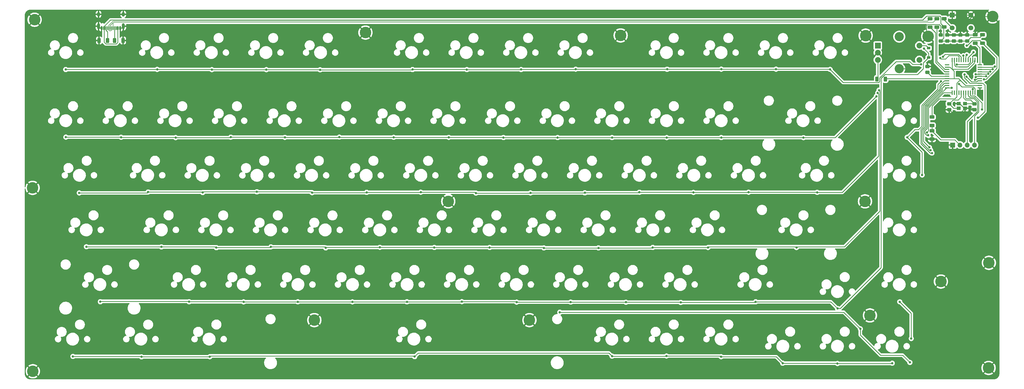
<source format=gbr>
%TF.GenerationSoftware,KiCad,Pcbnew,7.0.7*%
%TF.CreationDate,2023-10-13T15:10:29-04:00*%
%TF.ProjectId,Model A-1.0,4d6f6465-6c20-4412-9d31-2e302e6b6963,1.0*%
%TF.SameCoordinates,Original*%
%TF.FileFunction,Copper,L1,Top*%
%TF.FilePolarity,Positive*%
%FSLAX46Y46*%
G04 Gerber Fmt 4.6, Leading zero omitted, Abs format (unit mm)*
G04 Created by KiCad (PCBNEW 7.0.7) date 2023-10-13 15:10:29*
%MOMM*%
%LPD*%
G01*
G04 APERTURE LIST*
G04 Aperture macros list*
%AMRoundRect*
0 Rectangle with rounded corners*
0 $1 Rounding radius*
0 $2 $3 $4 $5 $6 $7 $8 $9 X,Y pos of 4 corners*
0 Add a 4 corners polygon primitive as box body*
4,1,4,$2,$3,$4,$5,$6,$7,$8,$9,$2,$3,0*
0 Add four circle primitives for the rounded corners*
1,1,$1+$1,$2,$3*
1,1,$1+$1,$4,$5*
1,1,$1+$1,$6,$7*
1,1,$1+$1,$8,$9*
0 Add four rect primitives between the rounded corners*
20,1,$1+$1,$2,$3,$4,$5,0*
20,1,$1+$1,$4,$5,$6,$7,0*
20,1,$1+$1,$6,$7,$8,$9,0*
20,1,$1+$1,$8,$9,$2,$3,0*%
G04 Aperture macros list end*
%TA.AperFunction,SMDPad,CuDef*%
%ADD10RoundRect,0.250000X-0.475000X0.337500X-0.475000X-0.337500X0.475000X-0.337500X0.475000X0.337500X0*%
%TD*%
%TA.AperFunction,SMDPad,CuDef*%
%ADD11R,1.400000X1.200000*%
%TD*%
%TA.AperFunction,SMDPad,CuDef*%
%ADD12RoundRect,0.225000X0.375000X-0.225000X0.375000X0.225000X-0.375000X0.225000X-0.375000X-0.225000X0*%
%TD*%
%TA.AperFunction,SMDPad,CuDef*%
%ADD13R,1.524000X0.406400*%
%TD*%
%TA.AperFunction,SMDPad,CuDef*%
%ADD14R,0.406400X1.524000*%
%TD*%
%TA.AperFunction,SMDPad,CuDef*%
%ADD15RoundRect,0.250000X0.312500X0.625000X-0.312500X0.625000X-0.312500X-0.625000X0.312500X-0.625000X0*%
%TD*%
%TA.AperFunction,SMDPad,CuDef*%
%ADD16RoundRect,0.250000X0.625000X-0.312500X0.625000X0.312500X-0.625000X0.312500X-0.625000X-0.312500X0*%
%TD*%
%TA.AperFunction,ComponentPad*%
%ADD17C,4.000000*%
%TD*%
%TA.AperFunction,SMDPad,CuDef*%
%ADD18RoundRect,0.250000X-0.625000X0.312500X-0.625000X-0.312500X0.625000X-0.312500X0.625000X0.312500X0*%
%TD*%
%TA.AperFunction,SMDPad,CuDef*%
%ADD19RoundRect,0.250000X0.475000X-0.337500X0.475000X0.337500X-0.475000X0.337500X-0.475000X-0.337500X0*%
%TD*%
%TA.AperFunction,ComponentPad*%
%ADD20C,3.200000*%
%TD*%
%TA.AperFunction,ComponentPad*%
%ADD21R,2.000000X2.000000*%
%TD*%
%TA.AperFunction,ComponentPad*%
%ADD22C,2.000000*%
%TD*%
%TA.AperFunction,SMDPad,CuDef*%
%ADD23RoundRect,0.150000X0.150000X0.500000X-0.150000X0.500000X-0.150000X-0.500000X0.150000X-0.500000X0*%
%TD*%
%TA.AperFunction,SMDPad,CuDef*%
%ADD24RoundRect,0.075000X0.075000X0.575000X-0.075000X0.575000X-0.075000X-0.575000X0.075000X-0.575000X0*%
%TD*%
%TA.AperFunction,ComponentPad*%
%ADD25O,1.000000X2.100000*%
%TD*%
%TA.AperFunction,ComponentPad*%
%ADD26O,1.000000X1.600000*%
%TD*%
%TA.AperFunction,ComponentPad*%
%ADD27R,1.700000X1.700000*%
%TD*%
%TA.AperFunction,ComponentPad*%
%ADD28O,1.700000X1.700000*%
%TD*%
%TA.AperFunction,SMDPad,CuDef*%
%ADD29RoundRect,0.250000X-0.312500X-0.625000X0.312500X-0.625000X0.312500X0.625000X-0.312500X0.625000X0*%
%TD*%
%TA.AperFunction,ComponentPad*%
%ADD30C,1.700000*%
%TD*%
%TA.AperFunction,ViaPad*%
%ADD31C,0.800000*%
%TD*%
%TA.AperFunction,Conductor*%
%ADD32C,0.250000*%
%TD*%
%TA.AperFunction,Conductor*%
%ADD33C,0.200000*%
%TD*%
G04 APERTURE END LIST*
D10*
%TO.P,C8,1*%
%TO.N,GND*%
X352130000Y-55540000D03*
%TO.P,C8,2*%
%TO.N,Net-(U1-UCap)*%
X352130000Y-57615000D03*
%TD*%
D11*
%TO.P,CLOCK,1,1*%
%TO.N,Net-(U1-XTAL1)*%
X363050000Y-70150000D03*
%TO.P,CLOCK,2,2*%
%TO.N,GND*%
X365250000Y-70150000D03*
%TO.P,CLOCK,3*%
%TO.N,Net-(U1-XTAL2)*%
X365250000Y-68550000D03*
%TO.P,CLOCK,4*%
%TO.N,GND*%
X363050000Y-68550000D03*
%TD*%
D12*
%TO.P,D81,1*%
%TO.N,/row4*%
X352570000Y-52435000D03*
%TO.P,D81,2*%
%TO.N,/RES*%
X352570000Y-49135000D03*
%TD*%
D13*
%TO.P,U1,1,PE6/AIN0*%
%TO.N,unconnected-(U1-PE6{slash}AIN0-Pad1)*%
X359010000Y-54979500D03*
%TO.P,U1,2,UVcc*%
%TO.N,VCC*%
X359010000Y-55779600D03*
%TO.P,U1,3,D-*%
%TO.N,Net-(U1-D-)*%
X359010000Y-56579700D03*
%TO.P,U1,4,D+*%
%TO.N,Net-(U1-D+)*%
X359010000Y-57379800D03*
%TO.P,U1,5,UGnd*%
%TO.N,GND*%
X359010000Y-58179900D03*
%TO.P,U1,6,UCap*%
%TO.N,Net-(U1-UCap)*%
X359010000Y-58980000D03*
%TO.P,U1,7,VBus*%
%TO.N,VCC*%
X359010000Y-59780100D03*
%TO.P,U1,8,PB0/SS*%
%TO.N,/col8*%
X359010000Y-60580200D03*
%TO.P,U1,9,PB1/SCK*%
%TO.N,/col9*%
X359010000Y-61380300D03*
%TO.P,U1,10,PB2/MOSI*%
%TO.N,/col10*%
X359010000Y-62180400D03*
%TO.P,U1,11,PB3/MISO*%
%TO.N,/col11*%
X359010000Y-62980500D03*
D14*
%TO.P,U1,12,PB7/~{RTS}*%
%TO.N,/col12*%
X360724500Y-64695000D03*
%TO.P,U1,13,~{RESET}*%
%TO.N,Net-(U1-~{RESET})*%
X361524600Y-64695000D03*
%TO.P,U1,14,VCC*%
%TO.N,VCC*%
X362324700Y-64695000D03*
%TO.P,U1,15,GND*%
%TO.N,GND*%
X363124800Y-64695000D03*
%TO.P,U1,16,XTAL1*%
%TO.N,Net-(U1-XTAL1)*%
X363924900Y-64695000D03*
%TO.P,U1,17,XTAL2*%
%TO.N,Net-(U1-XTAL2)*%
X364725000Y-64695000D03*
%TO.P,U1,18,PD0/INT0*%
%TO.N,/SCL*%
X365525100Y-64695000D03*
%TO.P,U1,19,PD1/INT1*%
%TO.N,/SDA*%
X366325200Y-64695000D03*
%TO.P,U1,20,PD2/RXD1*%
%TO.N,/col13*%
X367125300Y-64695000D03*
%TO.P,U1,21,PD3/TXD1*%
%TO.N,/RESCLK*%
X367925400Y-64695000D03*
%TO.P,U1,22,PD5/XCK1*%
%TO.N,/RESDATA*%
X368725500Y-64695000D03*
D13*
%TO.P,U1,23,GND*%
%TO.N,GND*%
X370440000Y-62980500D03*
%TO.P,U1,24,AVCC*%
%TO.N,VCC*%
X370440000Y-62180400D03*
%TO.P,U1,25,ICP1/PD4*%
%TO.N,/col7*%
X370440000Y-61380300D03*
%TO.P,U1,26,T1/PD6*%
%TO.N,/col6*%
X370440000Y-60580200D03*
%TO.P,U1,27,T0/PD7*%
%TO.N,/col5*%
X370440000Y-59780100D03*
%TO.P,U1,28,PB4*%
%TO.N,/col4*%
X370440000Y-58980000D03*
%TO.P,U1,29,PB5*%
%TO.N,/col3*%
X370440000Y-58179900D03*
%TO.P,U1,30,PB6*%
%TO.N,/col2*%
X370440000Y-57379800D03*
%TO.P,U1,31,PC6*%
%TO.N,/col1*%
X370440000Y-56579700D03*
%TO.P,U1,32,PC7*%
%TO.N,/col0*%
X370440000Y-55779600D03*
%TO.P,U1,33,~{HWB/PE2}*%
%TO.N,Net-(U1-~{HWB{slash}PE2})*%
X370440000Y-54979500D03*
D14*
%TO.P,U1,34,VCC*%
%TO.N,VCC*%
X368725500Y-53265000D03*
%TO.P,U1,35,GND*%
%TO.N,GND*%
X367925400Y-53265000D03*
%TO.P,U1,36,PF7*%
%TO.N,/row5*%
X367125300Y-53265000D03*
%TO.P,U1,37,PF6*%
%TO.N,/row4*%
X366325200Y-53265000D03*
%TO.P,U1,38,PF5*%
%TO.N,/row3*%
X365525100Y-53265000D03*
%TO.P,U1,39,PF4*%
%TO.N,/row2*%
X364725000Y-53265000D03*
%TO.P,U1,40,PF1*%
%TO.N,/row1*%
X363924900Y-53265000D03*
%TO.P,U1,41,PF0*%
%TO.N,/row0*%
X363124800Y-53265000D03*
%TO.P,U1,42,AREF*%
%TO.N,unconnected-(U1-AREF-Pad42)*%
X362324700Y-53265000D03*
%TO.P,U1,43,GND*%
%TO.N,GND*%
X361524600Y-53265000D03*
%TO.P,U1,44,AVCC*%
%TO.N,VCC*%
X360724500Y-53265000D03*
%TD*%
D15*
%TO.P,R8,1*%
%TO.N,GND*%
X71522500Y-46470000D03*
%TO.P,R8,2*%
%TO.N,Net-(USB1-CC1)*%
X68597500Y-46470000D03*
%TD*%
D16*
%TO.P,R9,1*%
%TO.N,+3.3V*%
X353695000Y-76112500D03*
%TO.P,R9,2*%
%TO.N,VCC*%
X353695000Y-73187500D03*
%TD*%
D17*
%TO.P,,*%
%TO.N,GND*%
X356820000Y-130585000D03*
%TD*%
%TO.P,,*%
%TO.N,GND*%
X40670000Y-39250000D03*
%TD*%
%TO.P,,*%
%TO.N,GND*%
X352385000Y-45065000D03*
%TD*%
%TO.P,,*%
%TO.N,GND*%
X40065000Y-161880000D03*
%TD*%
D18*
%TO.P,R3,1*%
%TO.N,/D-*%
X355425000Y-38887500D03*
%TO.P,R3,2*%
%TO.N,Net-(U1-D-)*%
X355425000Y-41812500D03*
%TD*%
D17*
%TO.P,,*%
%TO.N,GND*%
X330575000Y-44785000D03*
%TD*%
%TO.P,,*%
%TO.N,GND*%
X156090000Y-43720000D03*
%TD*%
%TO.P,,*%
%TO.N,GND*%
X39970000Y-97915000D03*
%TD*%
%TO.P,,*%
%TO.N,GND*%
X373455000Y-160740000D03*
%TD*%
D16*
%TO.P,R1,1*%
%TO.N,VCC*%
X357965000Y-41800000D03*
%TO.P,R1,2*%
%TO.N,Net-(U1-~{RESET})*%
X357965000Y-38875000D03*
%TD*%
D19*
%TO.P,C5,1*%
%TO.N,VCC*%
X359060000Y-46652500D03*
%TO.P,C5,2*%
%TO.N,GND*%
X359060000Y-44577500D03*
%TD*%
D17*
%TO.P,,*%
%TO.N,GND*%
X373575000Y-124055000D03*
%TD*%
D20*
%TO.P,VOL,*%
%TO.N,*%
X342305000Y-45155000D03*
X342305000Y-56355000D03*
D21*
%TO.P,VOL,A,A*%
%TO.N,/RESCLK*%
X334805000Y-48255000D03*
D22*
%TO.P,VOL,B,B*%
%TO.N,/RESDATA*%
X334805000Y-53255000D03*
%TO.P,VOL,C,C*%
%TO.N,GND*%
X334805000Y-50755000D03*
%TO.P,VOL,S1,S1*%
%TO.N,/col11*%
X349305000Y-53255000D03*
%TO.P,VOL,S2,S2*%
%TO.N,/RES*%
X349305000Y-48255000D03*
%TD*%
D19*
%TO.P,C4,1*%
%TO.N,VCC*%
X361325000Y-46640000D03*
%TO.P,C4,2*%
%TO.N,GND*%
X361325000Y-44565000D03*
%TD*%
%TO.P,C2,1*%
%TO.N,VCC*%
X363635000Y-46630000D03*
%TO.P,C2,2*%
%TO.N,GND*%
X363635000Y-44555000D03*
%TD*%
D17*
%TO.P,,*%
%TO.N,GND*%
X213290000Y-144055000D03*
%TD*%
D18*
%TO.P,R2,1*%
%TO.N,/D+*%
X353010000Y-38907500D03*
%TO.P,R2,2*%
%TO.N,Net-(U1-D+)*%
X353010000Y-41832500D03*
%TD*%
D17*
%TO.P,,*%
%TO.N,GND*%
X245100000Y-44735000D03*
%TD*%
%TO.P,,*%
%TO.N,GND*%
X138250000Y-144055000D03*
%TD*%
D23*
%TO.P,USB1,A1,GND*%
%TO.N,GND*%
X70485000Y-42140000D03*
%TO.P,USB1,A4,VBUS*%
%TO.N,VCC*%
X69685000Y-42140000D03*
D24*
%TO.P,USB1,A5,CC1*%
%TO.N,Net-(USB1-CC1)*%
X68535000Y-42140000D03*
%TO.P,USB1,A6,D+*%
%TO.N,/D+*%
X67535000Y-42140000D03*
%TO.P,USB1,A7,D-*%
%TO.N,/D-*%
X67035000Y-42140000D03*
%TO.P,USB1,A8,SBU1*%
%TO.N,unconnected-(USB1-SBU1-PadA8)*%
X66035000Y-42140000D03*
D23*
%TO.P,USB1,A9,VBUS*%
%TO.N,VCC*%
X64885000Y-42140000D03*
%TO.P,USB1,A12,GND*%
%TO.N,GND*%
X64085000Y-42140000D03*
%TO.P,USB1,B1,GND*%
X64085000Y-42140000D03*
%TO.P,USB1,B4,VBUS*%
%TO.N,VCC*%
X64885000Y-42140000D03*
D24*
%TO.P,USB1,B5,CC2*%
%TO.N,Net-(USB1-CC2)*%
X65535000Y-42140000D03*
%TO.P,USB1,B6,D+*%
%TO.N,/D+*%
X66535000Y-42140000D03*
%TO.P,USB1,B7,D-*%
%TO.N,/D-*%
X68035000Y-42140000D03*
%TO.P,USB1,B8,SBU2*%
%TO.N,unconnected-(USB1-SBU2-PadB8)*%
X69035000Y-42140000D03*
D23*
%TO.P,USB1,B9,VBUS*%
%TO.N,VCC*%
X69685000Y-42140000D03*
%TO.P,USB1,B12,GND*%
%TO.N,GND*%
X70485000Y-42140000D03*
D25*
%TO.P,USB1,S1,SHIELD*%
X71605000Y-41500000D03*
D26*
X71605000Y-37320000D03*
D25*
X62965000Y-41500000D03*
D26*
X62965000Y-37320000D03*
%TD*%
D10*
%TO.P,C7,1*%
%TO.N,Net-(U1-XTAL2)*%
X368520000Y-68562500D03*
%TO.P,C7,2*%
%TO.N,GND*%
X368520000Y-70637500D03*
%TD*%
D15*
%TO.P,R7,1*%
%TO.N,Net-(USB1-CC2)*%
X66092500Y-46470000D03*
%TO.P,R7,2*%
%TO.N,GND*%
X63167500Y-46470000D03*
%TD*%
D17*
%TO.P,,*%
%TO.N,GND*%
X184975000Y-102595000D03*
%TD*%
%TO.P,,*%
%TO.N,GND*%
X330350000Y-102610000D03*
%TD*%
D19*
%TO.P,C1,1*%
%TO.N,VCC*%
X366030000Y-46630000D03*
%TO.P,C1,2*%
%TO.N,GND*%
X366030000Y-44555000D03*
%TD*%
D16*
%TO.P,R10,1*%
%TO.N,GND*%
X353695000Y-80907500D03*
%TO.P,R10,2*%
%TO.N,+3.3V*%
X353695000Y-77982500D03*
%TD*%
D10*
%TO.P,C3,1*%
%TO.N,Net-(U1-XTAL1)*%
X359700000Y-68567500D03*
%TO.P,C3,2*%
%TO.N,GND*%
X359700000Y-70642500D03*
%TD*%
D27*
%TO.P,OLED,1,Pin_1*%
%TO.N,GND*%
X360945000Y-82950000D03*
D28*
%TO.P,OLED,2,Pin_2*%
%TO.N,+3.3V*%
X363485000Y-82950000D03*
%TO.P,OLED,3,Pin_3*%
%TO.N,/SCL*%
X366025000Y-82950000D03*
%TO.P,OLED,4,Pin_4*%
%TO.N,/SDA*%
X368565000Y-82950000D03*
%TD*%
D29*
%TO.P,R6,1*%
%TO.N,/RESDATA*%
X334545000Y-59935000D03*
%TO.P,R6,2*%
%TO.N,VCC*%
X337470000Y-59935000D03*
%TD*%
D27*
%TO.P,SW1,1,1*%
%TO.N,GND*%
X360790000Y-37625000D03*
D30*
X367290000Y-37625000D03*
%TO.P,SW1,2,2*%
%TO.N,Net-(U1-~{RESET})*%
X360790000Y-42125000D03*
X367290000Y-42125000D03*
%TD*%
D16*
%TO.P,R4,1*%
%TO.N,Net-(U1-~{HWB{slash}PE2})*%
X368775000Y-47417500D03*
%TO.P,R4,2*%
%TO.N,GND*%
X368775000Y-44492500D03*
%TD*%
%TO.P,R5,1*%
%TO.N,/RESCLK*%
X371365000Y-47427500D03*
%TO.P,R5,2*%
%TO.N,VCC*%
X371365000Y-44502500D03*
%TD*%
D19*
%TO.P,C6,1*%
%TO.N,VCC*%
X356760000Y-46670000D03*
%TO.P,C6,2*%
%TO.N,GND*%
X356760000Y-44595000D03*
%TD*%
D17*
%TO.P,,*%
%TO.N,GND*%
X332075000Y-142425000D03*
%TD*%
%TO.P,,*%
%TO.N,GND*%
X374860000Y-38105000D03*
%TD*%
D31*
%TO.N,GND*%
X344955000Y-72685000D03*
X347095000Y-47725000D03*
X345365000Y-56535000D03*
X347005000Y-72585000D03*
X342370000Y-66005000D03*
X339665000Y-147400000D03*
X340080000Y-77130000D03*
X347235000Y-65800000D03*
X367535000Y-78190000D03*
X359180000Y-65660000D03*
X327905000Y-150380000D03*
X341175000Y-89455000D03*
X345465000Y-118540000D03*
X368725000Y-57200000D03*
X343670000Y-155000000D03*
X371640000Y-42965000D03*
X354010000Y-61040000D03*
X346275000Y-98660000D03*
X371575000Y-51315000D03*
X348600000Y-90925000D03*
X279600000Y-114315000D03*
X175510000Y-129530000D03*
X340525000Y-96335000D03*
X99410000Y-129635000D03*
X344695000Y-135335000D03*
X363890000Y-41940000D03*
X288315000Y-145860000D03*
X345175000Y-145800000D03*
X343160000Y-90445000D03*
X367360000Y-48715000D03*
X362740000Y-57445000D03*
X344130000Y-104985000D03*
%TO.N,/row0*%
X318170000Y-56560000D03*
X191455000Y-56635000D03*
X356579495Y-52619500D03*
X261310000Y-56525000D03*
X51530000Y-56615000D03*
X83435000Y-56570000D03*
X102515000Y-56660000D03*
X210395000Y-56615000D03*
X299310000Y-56495000D03*
X229430000Y-56500000D03*
X172510000Y-56615000D03*
X140285000Y-56705000D03*
X280210000Y-56495000D03*
X349910000Y-54810000D03*
X121505000Y-56660000D03*
%TO.N,/row1*%
X334335500Y-65950000D03*
X51565000Y-80200000D03*
X261185000Y-80360000D03*
X357545000Y-52169500D03*
X223115000Y-80340000D03*
X70845000Y-80250000D03*
X89860000Y-80360000D03*
X242105000Y-80340000D03*
X127970000Y-80295000D03*
X165925000Y-80270000D03*
X308885000Y-80385000D03*
X146980000Y-80180000D03*
X185140000Y-80295000D03*
X280195000Y-80340000D03*
X109095000Y-80225000D03*
X204220000Y-80340000D03*
%TO.N,/row2*%
X156510000Y-99465000D03*
X270510000Y-99490000D03*
X99295000Y-99535000D03*
X194625000Y-99715000D03*
X334785500Y-64800716D03*
X364640000Y-51790000D03*
X80285000Y-99350000D03*
X137475000Y-99580000D03*
X313665000Y-99465000D03*
X56230000Y-99670000D03*
X289745000Y-99420000D03*
X251655000Y-99440000D03*
X213655000Y-99670000D03*
X175385000Y-99420000D03*
X118215000Y-99285000D03*
X232625000Y-99625000D03*
%TO.N,/row3*%
X335235500Y-63825000D03*
X142240000Y-118835000D03*
X161120000Y-118655000D03*
X180090000Y-118700000D03*
X123115000Y-118485000D03*
X58755000Y-118440000D03*
X256290000Y-118685000D03*
X199415000Y-118700000D03*
X306445000Y-118725000D03*
X104080000Y-118760000D03*
X275580000Y-118715000D03*
X237375000Y-118850000D03*
X218325000Y-118850000D03*
X84895000Y-118500000D03*
X365865000Y-51480000D03*
%TO.N,/row4*%
X63600000Y-137630000D03*
X94570000Y-137630000D03*
X151535000Y-137675000D03*
X292190000Y-137650000D03*
X320760000Y-140000000D03*
X113580000Y-137675000D03*
X170570000Y-137650000D03*
X368175000Y-50540000D03*
X350910000Y-49290000D03*
X246955000Y-137810000D03*
X227670000Y-137745000D03*
X132480000Y-137650000D03*
X189715000Y-137605000D03*
X208820000Y-137765000D03*
X266055000Y-137880000D03*
%TO.N,/row5*%
X54030000Y-156710000D03*
X339830000Y-159075000D03*
X173250000Y-156765000D03*
X320725000Y-159180000D03*
X342465000Y-137660000D03*
X362387799Y-54905000D03*
X346480000Y-150460000D03*
X77965000Y-156860000D03*
X350281183Y-93396183D03*
X301625000Y-159075000D03*
X101770000Y-156815000D03*
X280160000Y-156815000D03*
X261110000Y-156560000D03*
X356846801Y-60706801D03*
X345065000Y-80260000D03*
X242110000Y-156610000D03*
%TO.N,/RESCLK*%
X365865000Y-48265000D03*
X367925400Y-63465000D03*
X371800799Y-60012304D03*
%TO.N,/RESDATA*%
X363112299Y-61647299D03*
%TO.N,/col0*%
X375635000Y-55565000D03*
%TO.N,/col13*%
X371145000Y-70580000D03*
%TO.N,/col1*%
X374888921Y-56504100D03*
%TO.N,/col2*%
X374062024Y-57304200D03*
%TO.N,/col12*%
X351904500Y-78565000D03*
%TO.N,/col3*%
X368924904Y-58258236D03*
X373324483Y-58104300D03*
%TO.N,/col4*%
X368991112Y-59255543D03*
X372580000Y-58904400D03*
%TO.N,/col5*%
X368670785Y-60202325D03*
%TO.N,/col6*%
X365735201Y-59135201D03*
%TO.N,/col7*%
X365072026Y-58387401D03*
X369710000Y-73420000D03*
%TO.N,/col8*%
X346013274Y-158808330D03*
X328725000Y-147080000D03*
X223870000Y-141295000D03*
X353704500Y-85758806D03*
%TO.N,/col9*%
X353254500Y-84761546D03*
%TO.N,/col10*%
X352804500Y-83765000D03*
%TO.N,/col11*%
X360560310Y-62996977D03*
X352354500Y-79550628D03*
%TD*%
D32*
%TO.N,GND*%
X363340000Y-72060000D02*
X365250000Y-70150000D01*
X363340000Y-72080000D02*
X363340000Y-72060000D01*
X361137500Y-72080000D02*
X363340000Y-72080000D01*
X359700000Y-70642500D02*
X361137500Y-72080000D01*
X368032500Y-70150000D02*
X368520000Y-70637500D01*
X365250000Y-70150000D02*
X368032500Y-70150000D01*
%TO.N,Net-(U1-XTAL1)*%
X361282500Y-70150000D02*
X359700000Y-68567500D01*
X363050000Y-70150000D02*
X361282500Y-70150000D01*
%TO.N,Net-(U1-XTAL2)*%
X368507500Y-68550000D02*
X368520000Y-68562500D01*
X365250000Y-68550000D02*
X368507500Y-68550000D01*
%TO.N,GND*%
X363400000Y-68550000D02*
X365000000Y-70150000D01*
X365000000Y-70150000D02*
X365250000Y-70150000D01*
X363050000Y-68550000D02*
X363400000Y-68550000D01*
X70485000Y-42140000D02*
X70965000Y-42140000D01*
X366211796Y-55630000D02*
X367925400Y-53916396D01*
X368712500Y-44555000D02*
X368775000Y-44492500D01*
X361524600Y-53265000D02*
X361524600Y-54277000D01*
X374860000Y-38105000D02*
X371640000Y-41325000D01*
X356760000Y-44595000D02*
X356760000Y-41396827D01*
X356288173Y-40925000D02*
X352166827Y-40925000D01*
X371640000Y-41325000D02*
X371640000Y-42965000D01*
X366007500Y-44577500D02*
X366030000Y-44555000D01*
X342305000Y-56355000D02*
X345185000Y-56355000D01*
X345185000Y-56355000D02*
X345365000Y-56535000D01*
X370302500Y-42965000D02*
X371640000Y-42965000D01*
X361599600Y-55142106D02*
X362087494Y-55630000D01*
X374860000Y-38105000D02*
X367725000Y-38105000D01*
X351810000Y-44490000D02*
X352385000Y-45065000D01*
X64085000Y-42140000D02*
X63605000Y-42140000D01*
X361524600Y-54277000D02*
X361599600Y-54352000D01*
X361599600Y-54352000D02*
X361599600Y-55142106D01*
X352166827Y-40925000D02*
X351810000Y-41281827D01*
X367725000Y-38105000D02*
X363890000Y-41940000D01*
X359060000Y-44577500D02*
X366007500Y-44577500D01*
X367925400Y-53916396D02*
X367925400Y-53265000D01*
X368775000Y-44492500D02*
X370302500Y-42965000D01*
X63605000Y-42140000D02*
X62965000Y-41500000D01*
X366030000Y-44555000D02*
X368712500Y-44555000D01*
X70965000Y-42140000D02*
X71605000Y-41500000D01*
X362087494Y-55630000D02*
X366211796Y-55630000D01*
X351810000Y-41281827D02*
X351810000Y-44490000D01*
X356760000Y-41396827D02*
X356288173Y-40925000D01*
X360790000Y-37625000D02*
X367290000Y-37625000D01*
%TO.N,+3.3V*%
X353695000Y-78120000D02*
X353695000Y-77982500D01*
X356735000Y-81160000D02*
X353695000Y-78120000D01*
X361695000Y-81160000D02*
X356735000Y-81160000D01*
X363485000Y-82950000D02*
X361695000Y-81160000D01*
X353695000Y-76112500D02*
X353695000Y-77982500D01*
%TO.N,/SCL*%
X365626396Y-66770000D02*
X368353173Y-66770000D01*
X365525100Y-64695000D02*
X365440000Y-64780100D01*
X365440000Y-64780100D02*
X365440000Y-66583604D01*
X368353173Y-66770000D02*
X369570000Y-67986827D01*
X365440000Y-66583604D02*
X365626396Y-66770000D01*
X369570000Y-67986827D02*
X369570000Y-71213173D01*
X369570000Y-71213173D02*
X366025000Y-74758173D01*
X366025000Y-74758173D02*
X366025000Y-82950000D01*
%TO.N,/SDA*%
X368565000Y-72854569D02*
X368565000Y-82950000D01*
X366325200Y-64695000D02*
X366325200Y-65707000D01*
X370020000Y-71399569D02*
X368565000Y-72854569D01*
X366325200Y-65707000D02*
X366938200Y-66320000D01*
X366938200Y-66320000D02*
X368539569Y-66320000D01*
X370020000Y-67800431D02*
X370020000Y-71399569D01*
X368539569Y-66320000D02*
X370020000Y-67800431D01*
%TO.N,VCC*%
X356245000Y-66800000D02*
X361650000Y-66800000D01*
X363152700Y-60582300D02*
X363827300Y-60582300D01*
X362324700Y-61410300D02*
X363152700Y-60582300D01*
X361650000Y-66800000D02*
X362324700Y-66125300D01*
X64885000Y-47013173D02*
X64885000Y-42140000D01*
X356760000Y-46670000D02*
X365990000Y-46670000D01*
X337624900Y-59780100D02*
X359010000Y-59780100D01*
X360724500Y-53265000D02*
X360724500Y-56482100D01*
X362324700Y-66125300D02*
X362324700Y-64695000D01*
X368453600Y-53536900D02*
X368453600Y-54352000D01*
X369624900Y-62180400D02*
X370440000Y-62180400D01*
X365425400Y-62180400D02*
X370440000Y-62180400D01*
X337470000Y-59935000D02*
X337624900Y-59780100D01*
X363827300Y-60582300D02*
X365425400Y-62180400D01*
X359010000Y-59780100D02*
X361427000Y-59780100D01*
X357810000Y-41955000D02*
X357810000Y-45620000D01*
X360724500Y-56482100D02*
X361427000Y-57184600D01*
X367280000Y-45380000D02*
X366030000Y-46630000D01*
X69148173Y-47670000D02*
X65541827Y-47670000D01*
X356765000Y-40600000D02*
X357965000Y-41800000D01*
X371365000Y-44502500D02*
X370487500Y-45380000D01*
X366323500Y-56482100D02*
X360724500Y-56482100D01*
X368453600Y-54352000D02*
X366323500Y-56482100D01*
X365990000Y-46670000D02*
X366030000Y-46630000D01*
X64885000Y-42140000D02*
X64885000Y-41574314D01*
X356400673Y-37960000D02*
X356765000Y-38324327D01*
X363025100Y-59780100D02*
X363827300Y-60582300D01*
X368725500Y-53265000D02*
X368453600Y-53536900D01*
X69685000Y-47133173D02*
X69148173Y-47670000D01*
X361427000Y-59780100D02*
X363025100Y-59780100D01*
X64885000Y-41574314D02*
X67134314Y-39325000D01*
X65541827Y-47670000D02*
X64885000Y-47013173D01*
X353695000Y-69350000D02*
X356245000Y-66800000D01*
X360022000Y-55779600D02*
X361427000Y-57184600D01*
X69685000Y-42140000D02*
X69685000Y-47133173D01*
X351845000Y-37960000D02*
X356400673Y-37960000D01*
X359010000Y-55779600D02*
X360022000Y-55779600D01*
X357965000Y-41800000D02*
X357810000Y-41955000D01*
X361427000Y-57184600D02*
X361427000Y-59780100D01*
X357810000Y-45620000D02*
X356760000Y-46670000D01*
X370487500Y-45380000D02*
X367280000Y-45380000D01*
X362324700Y-64695000D02*
X362324700Y-61410300D01*
X353695000Y-73187500D02*
X353695000Y-69350000D01*
X350480000Y-39325000D02*
X351845000Y-37960000D01*
X356765000Y-38324327D02*
X356765000Y-40600000D01*
X67134314Y-39325000D02*
X350480000Y-39325000D01*
%TO.N,Net-(U1-XTAL1)*%
X361017500Y-67250000D02*
X362835000Y-67250000D01*
X359700000Y-68567500D02*
X361017500Y-67250000D01*
X363924900Y-66160100D02*
X363924900Y-64695000D01*
X362835000Y-67250000D02*
X363924900Y-66160100D01*
%TO.N,Net-(U1-XTAL2)*%
X367177500Y-67220000D02*
X365440000Y-67220000D01*
X368520000Y-68562500D02*
X367177500Y-67220000D01*
X364725000Y-66505000D02*
X364725000Y-64695000D01*
X365440000Y-67220000D02*
X364725000Y-66505000D01*
%TO.N,Net-(U1-UCap)*%
X359010000Y-58980000D02*
X353495000Y-58980000D01*
X353495000Y-58980000D02*
X352130000Y-57615000D01*
%TO.N,/row0*%
X191435000Y-56615000D02*
X191455000Y-56635000D01*
X358425500Y-52894500D02*
X359550000Y-51770000D01*
X172510000Y-56615000D02*
X191435000Y-56615000D01*
X229315000Y-56615000D02*
X229430000Y-56500000D01*
X299310000Y-56495000D02*
X318105000Y-56495000D01*
X335095673Y-61135000D02*
X322745000Y-61135000D01*
X102515000Y-56660000D02*
X121505000Y-56660000D01*
X191455000Y-56635000D02*
X210375000Y-56635000D01*
X229430000Y-56500000D02*
X229455000Y-56525000D01*
X229455000Y-56525000D02*
X261310000Y-56525000D01*
X102425000Y-56570000D02*
X102515000Y-56660000D01*
X51530000Y-56615000D02*
X83390000Y-56615000D01*
X322745000Y-61135000D02*
X318170000Y-56560000D01*
X210395000Y-56615000D02*
X229315000Y-56615000D01*
X210375000Y-56635000D02*
X210395000Y-56615000D01*
X363124800Y-52089800D02*
X363124800Y-53265000D01*
X318105000Y-56495000D02*
X318170000Y-56560000D01*
X261310000Y-56525000D02*
X280180000Y-56525000D01*
X83390000Y-56615000D02*
X83435000Y-56570000D01*
X335432500Y-60798173D02*
X335095673Y-61135000D01*
X362805000Y-51770000D02*
X363124800Y-52089800D01*
X356579495Y-52619500D02*
X356854495Y-52894500D01*
X83435000Y-56570000D02*
X102425000Y-56570000D01*
X280180000Y-56525000D02*
X280210000Y-56495000D01*
X140285000Y-56705000D02*
X172420000Y-56705000D01*
X140240000Y-56660000D02*
X140285000Y-56705000D01*
X346955000Y-54810000D02*
X345970000Y-53825000D01*
X345970000Y-53825000D02*
X341180000Y-53825000D01*
X356854495Y-52894500D02*
X358425500Y-52894500D01*
X280210000Y-56495000D02*
X299310000Y-56495000D01*
X335432500Y-59572500D02*
X335432500Y-60798173D01*
X349910000Y-54810000D02*
X346955000Y-54810000D01*
X341180000Y-53825000D02*
X335432500Y-59572500D01*
X359550000Y-51770000D02*
X362805000Y-51770000D01*
X172420000Y-56705000D02*
X172510000Y-56615000D01*
X121505000Y-56660000D02*
X140240000Y-56660000D01*
%TO.N,/row1*%
X261165000Y-80340000D02*
X261185000Y-80360000D01*
X358295000Y-51320000D02*
X362991900Y-51320000D01*
X146980000Y-80180000D02*
X147070000Y-80270000D01*
X70845000Y-80250000D02*
X89750000Y-80250000D01*
X109095000Y-80225000D02*
X127900000Y-80225000D01*
X127900000Y-80225000D02*
X127970000Y-80295000D01*
X261185000Y-80360000D02*
X280175000Y-80360000D01*
X280175000Y-80360000D02*
X280195000Y-80340000D01*
X70795000Y-80200000D02*
X70845000Y-80250000D01*
X127970000Y-80295000D02*
X146865000Y-80295000D01*
X362991900Y-51320000D02*
X363924900Y-52253000D01*
X108960000Y-80360000D02*
X109095000Y-80225000D01*
X357545000Y-52070000D02*
X358295000Y-51320000D01*
X319900500Y-80385000D02*
X334335500Y-65950000D01*
X308885000Y-80385000D02*
X319900500Y-80385000D01*
X280195000Y-80340000D02*
X308840000Y-80340000D01*
X89860000Y-80360000D02*
X108960000Y-80360000D01*
X165925000Y-80270000D02*
X185115000Y-80270000D01*
X147070000Y-80270000D02*
X165925000Y-80270000D01*
X363924900Y-52253000D02*
X363924900Y-53265000D01*
X357545000Y-52169500D02*
X357545000Y-52070000D01*
X204175000Y-80295000D02*
X204220000Y-80340000D01*
X146865000Y-80295000D02*
X146980000Y-80180000D01*
X185115000Y-80270000D02*
X185140000Y-80295000D01*
X89750000Y-80250000D02*
X89860000Y-80360000D01*
X242105000Y-80340000D02*
X261165000Y-80340000D01*
X223115000Y-80340000D02*
X242105000Y-80340000D01*
X51565000Y-80200000D02*
X70795000Y-80200000D01*
X308840000Y-80340000D02*
X308885000Y-80385000D01*
X185140000Y-80295000D02*
X204175000Y-80295000D01*
X204220000Y-80340000D02*
X223115000Y-80340000D01*
%TO.N,/row2*%
X322400000Y-99465000D02*
X335060000Y-86805000D01*
X270460000Y-99440000D02*
X270510000Y-99490000D01*
X137180000Y-99285000D02*
X137475000Y-99580000D01*
X313665000Y-99465000D02*
X322400000Y-99465000D01*
X99110000Y-99350000D02*
X99295000Y-99535000D01*
X289675000Y-99490000D02*
X289745000Y-99420000D01*
X80285000Y-99350000D02*
X99110000Y-99350000D01*
X175340000Y-99465000D02*
X175385000Y-99420000D01*
X213655000Y-99670000D02*
X232580000Y-99670000D01*
X156510000Y-99465000D02*
X175340000Y-99465000D01*
X79965000Y-99670000D02*
X80285000Y-99350000D01*
X270510000Y-99490000D02*
X289675000Y-99490000D01*
X118215000Y-99285000D02*
X137180000Y-99285000D01*
X289745000Y-99420000D02*
X313620000Y-99420000D01*
X194330000Y-99420000D02*
X194625000Y-99715000D01*
X232580000Y-99670000D02*
X232625000Y-99625000D01*
X194625000Y-99715000D02*
X213610000Y-99715000D01*
X232625000Y-99625000D02*
X251470000Y-99625000D01*
X213610000Y-99715000D02*
X213655000Y-99670000D01*
X251470000Y-99625000D02*
X251655000Y-99440000D01*
X99545000Y-99285000D02*
X118215000Y-99285000D01*
X364725000Y-51875000D02*
X364725000Y-53265000D01*
X335060000Y-65075216D02*
X334785500Y-64800716D01*
X335060000Y-75405000D02*
X335060000Y-65075216D01*
X156395000Y-99580000D02*
X156510000Y-99465000D01*
X251655000Y-99440000D02*
X270460000Y-99440000D01*
X175385000Y-99420000D02*
X194330000Y-99420000D01*
X364640000Y-51790000D02*
X364725000Y-51875000D01*
X137475000Y-99580000D02*
X156395000Y-99580000D01*
X335060000Y-86805000D02*
X335060000Y-75405000D01*
X56230000Y-99670000D02*
X79965000Y-99670000D01*
X313620000Y-99420000D02*
X313665000Y-99465000D01*
X99295000Y-99535000D02*
X99545000Y-99285000D01*
%TO.N,/row3*%
X365525100Y-53265000D02*
X365525100Y-51819900D01*
X218175000Y-118700000D02*
X218325000Y-118850000D01*
X218325000Y-118850000D02*
X237375000Y-118850000D01*
X237375000Y-118850000D02*
X256125000Y-118850000D01*
X306166100Y-118446100D02*
X306445000Y-118725000D01*
X123115000Y-118485000D02*
X141890000Y-118485000D01*
X142240000Y-118835000D02*
X142420000Y-118655000D01*
X199415000Y-118700000D02*
X218175000Y-118700000D01*
X323118900Y-118446100D02*
X335510000Y-106055000D01*
X58755000Y-118440000D02*
X84835000Y-118440000D01*
X275580000Y-118715000D02*
X275848900Y-118446100D01*
X365525100Y-51819900D02*
X365865000Y-51480000D01*
X103820000Y-118500000D02*
X104080000Y-118760000D01*
X161120000Y-118655000D02*
X180045000Y-118655000D01*
X275550000Y-118685000D02*
X275580000Y-118715000D01*
X180045000Y-118655000D02*
X180090000Y-118700000D01*
X256125000Y-118850000D02*
X256290000Y-118685000D01*
X141890000Y-118485000D02*
X142240000Y-118835000D01*
X335510000Y-106055000D02*
X335510000Y-94530000D01*
X335510000Y-64099500D02*
X335235500Y-63825000D01*
X180090000Y-118700000D02*
X199415000Y-118700000D01*
X256290000Y-118685000D02*
X275550000Y-118685000D01*
X84835000Y-118440000D02*
X84895000Y-118500000D01*
X275848900Y-118446100D02*
X306166100Y-118446100D01*
X104080000Y-118760000D02*
X122840000Y-118760000D01*
X306445000Y-118725000D02*
X306723900Y-118446100D01*
X335510000Y-94530000D02*
X335510000Y-64099500D01*
X142420000Y-118655000D02*
X161120000Y-118655000D01*
X84895000Y-118500000D02*
X103820000Y-118500000D01*
X306723900Y-118446100D02*
X323118900Y-118446100D01*
X122840000Y-118760000D02*
X123115000Y-118485000D01*
%TO.N,/row4*%
X350675000Y-54330000D02*
X352570000Y-52435000D01*
X348625000Y-58375000D02*
X350675000Y-56325000D01*
X318410000Y-137650000D02*
X320760000Y-140000000D01*
X132480000Y-137650000D02*
X151510000Y-137650000D01*
X292190000Y-137650000D02*
X318410000Y-137650000D01*
X170545000Y-137675000D02*
X170570000Y-137650000D01*
X321694767Y-140000000D02*
X335960000Y-125734767D01*
X208820000Y-137765000D02*
X227650000Y-137765000D01*
X246890000Y-137745000D02*
X246955000Y-137810000D01*
X113580000Y-137675000D02*
X132455000Y-137675000D01*
X189670000Y-137650000D02*
X189715000Y-137605000D01*
X227650000Y-137765000D02*
X227670000Y-137745000D01*
X335960000Y-59685000D02*
X337270000Y-58375000D01*
X266055000Y-137880000D02*
X291960000Y-137880000D01*
X368175000Y-50540000D02*
X366325200Y-52389800D01*
X208660000Y-137605000D02*
X208820000Y-137765000D01*
X352570000Y-50950000D02*
X352570000Y-52435000D01*
X151510000Y-137650000D02*
X151535000Y-137675000D01*
X63723900Y-137506100D02*
X94446100Y-137506100D01*
X320760000Y-140000000D02*
X321694767Y-140000000D01*
X265985000Y-137810000D02*
X266055000Y-137880000D01*
X63600000Y-137630000D02*
X63723900Y-137506100D01*
X132455000Y-137675000D02*
X132480000Y-137650000D01*
X335960000Y-125734767D02*
X335960000Y-59685000D01*
X189715000Y-137605000D02*
X208660000Y-137605000D01*
X366325200Y-52389800D02*
X366325200Y-53265000D01*
X350675000Y-56325000D02*
X350675000Y-54330000D01*
X94446100Y-137506100D02*
X94570000Y-137630000D01*
X337270000Y-58375000D02*
X348625000Y-58375000D01*
X94570000Y-137630000D02*
X113535000Y-137630000D01*
X246955000Y-137810000D02*
X265985000Y-137810000D01*
X113535000Y-137630000D02*
X113580000Y-137675000D01*
X151535000Y-137675000D02*
X170545000Y-137675000D01*
X291960000Y-137880000D02*
X292190000Y-137650000D01*
X350910000Y-49290000D02*
X352570000Y-50950000D01*
X170570000Y-137650000D02*
X189670000Y-137650000D01*
X227670000Y-137745000D02*
X246890000Y-137745000D01*
%TO.N,/row5*%
X351635812Y-67590812D02*
X355759900Y-63466724D01*
X101725000Y-156860000D02*
X101770000Y-156815000D01*
X77965000Y-156860000D02*
X101725000Y-156860000D01*
X349019416Y-77610000D02*
X350129010Y-76500406D01*
X355759900Y-63466724D02*
X355759900Y-61793702D01*
X102033900Y-156551100D02*
X173036100Y-156551100D01*
X261110000Y-156560000D02*
X279905000Y-156560000D01*
X299365000Y-156815000D02*
X301625000Y-159075000D01*
X346480000Y-141675000D02*
X342465000Y-137660000D01*
X280160000Y-156815000D02*
X299365000Y-156815000D01*
X320725000Y-159180000D02*
X339725000Y-159180000D01*
X350281183Y-85476183D02*
X345065000Y-80260000D01*
X350129010Y-69097614D02*
X351635812Y-67590812D01*
X350129010Y-76500406D02*
X350129010Y-69097614D01*
X173250000Y-156765000D02*
X174486100Y-155528900D01*
X242110000Y-156610000D02*
X261060000Y-156610000D01*
X261060000Y-156610000D02*
X261110000Y-156560000D01*
X362387799Y-54905000D02*
X366300400Y-54905000D01*
X279905000Y-156560000D02*
X280160000Y-156815000D01*
X346480000Y-150460000D02*
X346480000Y-141675000D01*
X345065000Y-80260000D02*
X347715000Y-77610000D01*
X339725000Y-159180000D02*
X339830000Y-159075000D01*
X301625000Y-159075000D02*
X320620000Y-159075000D01*
X174486100Y-155528900D02*
X241028900Y-155528900D01*
X54030000Y-156710000D02*
X77815000Y-156710000D01*
X320620000Y-159075000D02*
X320725000Y-159180000D01*
X355759900Y-61793702D02*
X356846801Y-60706801D01*
X101770000Y-156815000D02*
X102033900Y-156551100D01*
X350281183Y-93396183D02*
X350281183Y-85476183D01*
X367125300Y-54080100D02*
X367125300Y-53265000D01*
X241028900Y-155528900D02*
X242110000Y-156610000D01*
X77815000Y-156710000D02*
X77965000Y-156860000D01*
X366300400Y-54905000D02*
X367125300Y-54080100D01*
X347715000Y-77610000D02*
X349019416Y-77610000D01*
X173036100Y-156551100D02*
X173250000Y-156765000D01*
%TO.N,/RES*%
X351690000Y-48255000D02*
X352570000Y-49135000D01*
X349305000Y-48255000D02*
X351690000Y-48255000D01*
%TO.N,Net-(U1-~{RESET})*%
X357965000Y-38875000D02*
X357965000Y-39300000D01*
X357965000Y-39300000D02*
X360790000Y-42125000D01*
X361540000Y-64679600D02*
X361524600Y-64695000D01*
D33*
%TO.N,/D+*%
X67265330Y-43090000D02*
X66804670Y-43090000D01*
X67535000Y-42140000D02*
X67535000Y-42820330D01*
X67535000Y-42820330D02*
X67265330Y-43090000D01*
X66535000Y-42140000D02*
X66535000Y-41279314D01*
X68064315Y-39750000D02*
X352167500Y-39750000D01*
X66804670Y-43090000D02*
X66535000Y-42820330D01*
X66535000Y-41279314D02*
X68064315Y-39750000D01*
X66535000Y-42820330D02*
X66535000Y-42140000D01*
X352167500Y-39750000D02*
X353010000Y-38907500D01*
D32*
%TO.N,Net-(U1-D+)*%
X353010000Y-41832500D02*
X354975000Y-43797500D01*
X358194900Y-57379800D02*
X359010000Y-57379800D01*
X354975000Y-43797500D02*
X354975000Y-54159900D01*
X354975000Y-54159900D02*
X358194900Y-57379800D01*
D33*
%TO.N,/D-*%
X354162500Y-40150000D02*
X355425000Y-38887500D01*
X68035000Y-40345000D02*
X68230000Y-40150000D01*
X67035000Y-41345000D02*
X68230000Y-40150000D01*
X68230000Y-40150000D02*
X354162500Y-40150000D01*
X67035000Y-42140000D02*
X67035000Y-41345000D01*
X68035000Y-42140000D02*
X68035000Y-40345000D01*
D32*
%TO.N,Net-(U1-D-)*%
X355425000Y-53809800D02*
X358194900Y-56579700D01*
X358194900Y-56579700D02*
X359010000Y-56579700D01*
X355425000Y-41812500D02*
X355425000Y-53809800D01*
%TO.N,Net-(U1-~{HWB{slash}PE2})*%
X368775000Y-47417500D02*
X370440000Y-49082500D01*
X370440000Y-49082500D02*
X370440000Y-54979500D01*
%TO.N,/RESCLK*%
X371800799Y-60012304D02*
X372497401Y-60012304D01*
X370467500Y-46530000D02*
X367755673Y-46530000D01*
X366020673Y-48265000D02*
X365865000Y-48265000D01*
X367925400Y-63465000D02*
X367925400Y-64695000D01*
X367755673Y-46530000D02*
X366020673Y-48265000D01*
X372497401Y-60012304D02*
X376360000Y-56149705D01*
X371365000Y-47427500D02*
X370467500Y-46530000D01*
X376360000Y-52422500D02*
X371365000Y-47427500D01*
X376360000Y-56149705D02*
X376360000Y-52422500D01*
%TO.N,/RESDATA*%
X368725500Y-63239795D02*
X368116105Y-62630400D01*
X334545000Y-59935000D02*
X334805000Y-59675000D01*
X368116105Y-62630400D02*
X364095400Y-62630400D01*
X334805000Y-59675000D02*
X334805000Y-53255000D01*
X368725500Y-64695000D02*
X368725500Y-63239795D01*
X364095400Y-62630400D02*
X363112299Y-61647299D01*
%TO.N,Net-(USB1-CC2)*%
X65535000Y-42855685D02*
X66092500Y-43413185D01*
X65535000Y-42140000D02*
X65535000Y-42855685D01*
X66092500Y-43413185D02*
X66092500Y-46470000D01*
%TO.N,Net-(USB1-CC1)*%
X68535000Y-42140000D02*
X68535000Y-46407500D01*
X68535000Y-46407500D02*
X68597500Y-46470000D01*
%TO.N,/col0*%
X375420400Y-55779600D02*
X370440000Y-55779600D01*
X375635000Y-55565000D02*
X375420400Y-55779600D01*
%TO.N,/col13*%
X371145000Y-68289035D02*
X368637965Y-65782000D01*
X367200300Y-65782000D02*
X367125300Y-65707000D01*
X367125300Y-65707000D02*
X367125300Y-64695000D01*
X368637965Y-65782000D02*
X367200300Y-65782000D01*
X371145000Y-70580000D02*
X371145000Y-68289035D01*
%TO.N,/col1*%
X374888921Y-56504100D02*
X374813321Y-56579700D01*
X374813321Y-56579700D02*
X370440000Y-56579700D01*
%TO.N,/col2*%
X373986424Y-57379800D02*
X370440000Y-57379800D01*
X374062024Y-57304200D02*
X373986424Y-57379800D01*
%TO.N,/col12*%
X352495000Y-77974500D02*
X352495000Y-69913604D01*
X351904500Y-78565000D02*
X352495000Y-77974500D01*
X352495000Y-69913604D02*
X357713604Y-64695000D01*
X357713604Y-64695000D02*
X360724500Y-64695000D01*
%TO.N,/col3*%
X373248883Y-58179900D02*
X370440000Y-58179900D01*
X368924904Y-58258236D02*
X370361664Y-58258236D01*
X370361664Y-58258236D02*
X370440000Y-58179900D01*
X373324483Y-58104300D02*
X373248883Y-58179900D01*
%TO.N,/col4*%
X372580000Y-58904400D02*
X370515600Y-58904400D01*
X368991112Y-59255543D02*
X369266655Y-58980000D01*
X369266655Y-58980000D02*
X370440000Y-58980000D01*
X370515600Y-58904400D02*
X370440000Y-58980000D01*
%TO.N,/col5*%
X368585000Y-60190000D02*
X369081960Y-60190000D01*
X369081960Y-60190000D02*
X369491860Y-59780100D01*
X369491860Y-59780100D02*
X370440000Y-59780100D01*
%TO.N,/col6*%
X367527325Y-60927325D02*
X369277775Y-60927325D01*
X365735201Y-59135201D02*
X367527325Y-60927325D01*
X369624900Y-60580200D02*
X370440000Y-60580200D01*
X369277775Y-60927325D02*
X369624900Y-60580200D01*
%TO.N,/col7*%
X372175000Y-62103300D02*
X371452000Y-61380300D01*
X372175000Y-71235000D02*
X372175000Y-62103300D01*
X369990000Y-73420000D02*
X372175000Y-71235000D01*
X365010201Y-58449226D02*
X365072026Y-58387401D01*
X371452000Y-61380300D02*
X370440000Y-61380300D01*
X370440000Y-61380300D02*
X366954995Y-61380300D01*
X365010201Y-59435506D02*
X365010201Y-58449226D01*
X369710000Y-73420000D02*
X369990000Y-73420000D01*
X366954995Y-61380300D02*
X365010201Y-59435506D01*
%TO.N,/col8*%
X322940000Y-141295000D02*
X223870000Y-141295000D01*
X343489944Y-156285000D02*
X335755000Y-156285000D01*
X353136605Y-85758806D02*
X353704500Y-85758806D01*
X349829500Y-77436312D02*
X349829500Y-82451701D01*
X328725000Y-149255000D02*
X328725000Y-147080000D01*
X349829500Y-82451701D02*
X353136605Y-85758806D01*
X350315406Y-76950406D02*
X349829500Y-77436312D01*
X356407906Y-63455114D02*
X355326510Y-64536510D01*
X350695000Y-76570812D02*
X350315406Y-76950406D01*
X357998000Y-60580200D02*
X356407906Y-62170294D01*
X328725000Y-147080000D02*
X322940000Y-141295000D01*
X356407906Y-63080000D02*
X356407906Y-63455114D01*
X356407906Y-62170294D02*
X356407906Y-63080000D01*
X350695000Y-69168020D02*
X350695000Y-73700000D01*
X346013274Y-158808330D02*
X343489944Y-156285000D01*
X350695000Y-73700000D02*
X350695000Y-76285000D01*
X335755000Y-156285000D02*
X328725000Y-149255000D01*
X359010000Y-60580200D02*
X357998000Y-60580200D01*
X355326510Y-64536510D02*
X350695000Y-69168020D01*
X350695000Y-76285000D02*
X350695000Y-76570812D01*
%TO.N,/col9*%
X356857906Y-62520394D02*
X357998000Y-61380300D01*
X352775741Y-84761546D02*
X350279500Y-82265305D01*
X356857906Y-63641510D02*
X356857906Y-62520394D01*
X351145000Y-69354416D02*
X356857906Y-63641510D01*
X357998000Y-61380300D02*
X359010000Y-61380300D01*
X351145000Y-76757208D02*
X351145000Y-69354416D01*
X353254500Y-84761546D02*
X352775741Y-84761546D01*
X350279500Y-77622708D02*
X351145000Y-76757208D01*
X350279500Y-82265305D02*
X350279500Y-77622708D01*
%TO.N,/col10*%
X359010000Y-62180400D02*
X358194900Y-62180400D01*
X357307906Y-63067394D02*
X357307906Y-63827906D01*
X358194900Y-62180400D02*
X357307906Y-63067394D01*
X351595000Y-69540812D02*
X351595000Y-74650000D01*
X351595000Y-74650000D02*
X351595000Y-76943604D01*
X350729500Y-77809104D02*
X350729500Y-81690000D01*
X351354302Y-77184302D02*
X350729500Y-77809104D01*
X351595000Y-76943604D02*
X351354302Y-77184302D01*
X350729500Y-81690000D02*
X352804500Y-83765000D01*
X357307906Y-63827906D02*
X351595000Y-69540812D01*
%TO.N,/col11*%
X351864823Y-79550628D02*
X351179500Y-78865305D01*
X352045000Y-77130000D02*
X352045000Y-69727208D01*
X352354500Y-79550628D02*
X351864823Y-79550628D01*
X360560310Y-62996977D02*
X359026477Y-62996977D01*
X351179500Y-78865305D02*
X351179500Y-77995500D01*
X358791708Y-62980500D02*
X359010000Y-62980500D01*
X352045000Y-69727208D02*
X358791708Y-62980500D01*
X351179500Y-77995500D02*
X352045000Y-77130000D01*
X359026477Y-62996977D02*
X359010000Y-62980500D01*
%TD*%
%TA.AperFunction,Conductor*%
%TO.N,GND*%
G36*
X358735809Y-67445185D02*
G01*
X358781564Y-67497989D01*
X358791508Y-67567147D01*
X358762483Y-67630703D01*
X358756451Y-67637181D01*
X358632289Y-67761342D01*
X358540187Y-67910663D01*
X358540185Y-67910668D01*
X358528937Y-67944614D01*
X358485001Y-68077203D01*
X358485001Y-68077204D01*
X358485000Y-68077204D01*
X358474500Y-68179983D01*
X358474500Y-68955001D01*
X358474501Y-68955019D01*
X358485000Y-69057796D01*
X358485001Y-69057799D01*
X358540185Y-69224331D01*
X358540187Y-69224336D01*
X358552200Y-69243812D01*
X358632288Y-69373656D01*
X358756344Y-69497712D01*
X358759628Y-69499737D01*
X358759653Y-69499753D01*
X358761445Y-69501746D01*
X358762011Y-69502193D01*
X358761934Y-69502289D01*
X358806379Y-69551699D01*
X358817603Y-69620661D01*
X358789761Y-69684744D01*
X358759665Y-69710826D01*
X358756660Y-69712679D01*
X358756655Y-69712683D01*
X358632684Y-69836654D01*
X358540643Y-69985875D01*
X358540641Y-69985880D01*
X358485494Y-70152302D01*
X358485493Y-70152309D01*
X358475000Y-70255013D01*
X358475000Y-70392500D01*
X359826000Y-70392500D01*
X359893039Y-70412185D01*
X359938794Y-70464989D01*
X359950000Y-70516500D01*
X359950000Y-71729999D01*
X360224972Y-71729999D01*
X360224986Y-71729998D01*
X360327697Y-71719505D01*
X360494119Y-71664358D01*
X360494124Y-71664356D01*
X360643345Y-71572315D01*
X360767315Y-71448345D01*
X360859356Y-71299124D01*
X360859358Y-71299119D01*
X360914505Y-71132697D01*
X360914506Y-71132690D01*
X360924999Y-71029986D01*
X360924999Y-70865623D01*
X360944683Y-70798583D01*
X360997487Y-70752828D01*
X361066645Y-70742884D01*
X361098244Y-70751820D01*
X361106604Y-70755438D01*
X361152657Y-70762732D01*
X361158326Y-70763906D01*
X361203481Y-70775500D01*
X361223516Y-70775500D01*
X361242913Y-70777026D01*
X361262696Y-70780160D01*
X361309083Y-70775775D01*
X361314922Y-70775500D01*
X361739236Y-70775500D01*
X361806275Y-70795185D01*
X361852030Y-70847989D01*
X361855418Y-70856167D01*
X361906202Y-70992328D01*
X361906206Y-70992335D01*
X361992452Y-71107544D01*
X361992455Y-71107547D01*
X362107664Y-71193793D01*
X362107671Y-71193797D01*
X362242517Y-71244091D01*
X362242516Y-71244091D01*
X362249444Y-71244835D01*
X362302127Y-71250500D01*
X363797872Y-71250499D01*
X363857483Y-71244091D01*
X363992331Y-71193796D01*
X364076105Y-71131082D01*
X364141569Y-71106665D01*
X364209842Y-71121516D01*
X364224727Y-71131082D01*
X364307910Y-71193352D01*
X364307913Y-71193354D01*
X364442620Y-71243596D01*
X364442627Y-71243598D01*
X364502155Y-71249999D01*
X364502172Y-71250000D01*
X365000000Y-71250000D01*
X365000000Y-70400000D01*
X365500000Y-70400000D01*
X365500000Y-71250000D01*
X365997828Y-71250000D01*
X365997844Y-71249999D01*
X366057372Y-71243598D01*
X366057379Y-71243596D01*
X366192086Y-71193354D01*
X366192093Y-71193350D01*
X366307187Y-71107190D01*
X366307190Y-71107187D01*
X366393350Y-70992093D01*
X366393354Y-70992086D01*
X366443596Y-70857379D01*
X366443598Y-70857372D01*
X366449999Y-70797844D01*
X366450000Y-70797827D01*
X366450000Y-70400000D01*
X365500000Y-70400000D01*
X365000000Y-70400000D01*
X365000000Y-70024000D01*
X365019685Y-69956961D01*
X365072489Y-69911206D01*
X365124000Y-69900000D01*
X366450000Y-69900000D01*
X366450000Y-69502172D01*
X366449999Y-69502155D01*
X366443598Y-69442627D01*
X366425479Y-69394048D01*
X366420495Y-69324356D01*
X366425472Y-69307400D01*
X366444091Y-69257483D01*
X366444091Y-69257478D01*
X366444581Y-69256166D01*
X366486453Y-69200233D01*
X366551917Y-69175816D01*
X366560763Y-69175500D01*
X367263942Y-69175500D01*
X367330981Y-69195185D01*
X367369479Y-69234401D01*
X367452288Y-69368656D01*
X367576344Y-69492712D01*
X367579628Y-69494737D01*
X367579653Y-69494753D01*
X367581445Y-69496746D01*
X367582011Y-69497193D01*
X367581934Y-69497289D01*
X367626379Y-69546699D01*
X367637603Y-69615661D01*
X367609761Y-69679744D01*
X367579665Y-69705826D01*
X367576660Y-69707679D01*
X367576655Y-69707683D01*
X367452684Y-69831654D01*
X367360643Y-69980875D01*
X367360641Y-69980880D01*
X367305494Y-70147302D01*
X367305493Y-70147309D01*
X367295000Y-70250013D01*
X367295000Y-70387500D01*
X368646000Y-70387500D01*
X368713039Y-70407185D01*
X368758794Y-70459989D01*
X368770000Y-70511500D01*
X368770000Y-70763500D01*
X368750315Y-70830539D01*
X368697511Y-70876294D01*
X368646000Y-70887500D01*
X367295001Y-70887500D01*
X367295001Y-71024986D01*
X367305494Y-71127697D01*
X367360641Y-71294119D01*
X367360643Y-71294124D01*
X367452684Y-71443345D01*
X367576654Y-71567315D01*
X367725875Y-71659356D01*
X367725880Y-71659358D01*
X367892302Y-71714505D01*
X367892310Y-71714506D01*
X367897432Y-71715030D01*
X367962124Y-71741426D01*
X368002275Y-71798606D01*
X368005139Y-71868417D01*
X367972511Y-71926069D01*
X365641207Y-74257373D01*
X365628951Y-74267193D01*
X365629134Y-74267414D01*
X365623123Y-74272386D01*
X365575772Y-74322809D01*
X365554889Y-74343692D01*
X365554877Y-74343705D01*
X365550621Y-74349190D01*
X365546837Y-74353620D01*
X365514937Y-74387591D01*
X365514936Y-74387593D01*
X365505284Y-74405149D01*
X365494610Y-74421399D01*
X365482329Y-74437234D01*
X365482324Y-74437241D01*
X365463815Y-74480011D01*
X365461245Y-74485257D01*
X365438803Y-74526079D01*
X365433822Y-74545480D01*
X365427521Y-74563883D01*
X365419562Y-74582275D01*
X365419561Y-74582278D01*
X365412271Y-74628300D01*
X365411087Y-74634019D01*
X365399501Y-74679145D01*
X365399500Y-74679155D01*
X365399500Y-74699189D01*
X365397973Y-74718586D01*
X365394840Y-74738369D01*
X365396087Y-74751557D01*
X365399225Y-74784756D01*
X365399500Y-74790594D01*
X365399500Y-81674773D01*
X365379815Y-81741812D01*
X365346623Y-81776348D01*
X365153597Y-81911505D01*
X364986505Y-82078597D01*
X364856575Y-82264158D01*
X364801998Y-82307783D01*
X364732500Y-82314977D01*
X364670145Y-82283454D01*
X364653425Y-82264158D01*
X364523494Y-82078597D01*
X364356402Y-81911506D01*
X364356395Y-81911501D01*
X364342176Y-81901545D01*
X364317521Y-81884281D01*
X364162834Y-81775967D01*
X364162830Y-81775965D01*
X364140253Y-81765437D01*
X363948663Y-81676097D01*
X363948659Y-81676096D01*
X363948655Y-81676094D01*
X363720413Y-81614938D01*
X363720403Y-81614936D01*
X363485001Y-81594341D01*
X363484999Y-81594341D01*
X363249590Y-81614937D01*
X363249589Y-81614937D01*
X363149124Y-81641855D01*
X363079274Y-81640191D01*
X363029352Y-81609761D01*
X362195803Y-80776212D01*
X362185980Y-80763950D01*
X362185759Y-80764134D01*
X362180786Y-80758123D01*
X362153196Y-80732214D01*
X362130364Y-80710773D01*
X362119919Y-80700328D01*
X362109475Y-80689883D01*
X362103986Y-80685625D01*
X362099561Y-80681847D01*
X362065582Y-80649938D01*
X362065580Y-80649936D01*
X362065577Y-80649935D01*
X362048029Y-80640288D01*
X362031763Y-80629604D01*
X362015936Y-80617327D01*
X362015935Y-80617326D01*
X362015933Y-80617325D01*
X361973168Y-80598818D01*
X361967922Y-80596248D01*
X361927093Y-80573803D01*
X361927092Y-80573802D01*
X361907693Y-80568822D01*
X361889281Y-80562518D01*
X361870898Y-80554562D01*
X361870892Y-80554560D01*
X361824874Y-80547272D01*
X361819152Y-80546087D01*
X361774021Y-80534500D01*
X361774019Y-80534500D01*
X361753984Y-80534500D01*
X361734586Y-80532973D01*
X361727162Y-80531797D01*
X361714805Y-80529840D01*
X361714804Y-80529840D01*
X361668416Y-80534225D01*
X361662578Y-80534500D01*
X357045453Y-80534500D01*
X356978414Y-80514815D01*
X356957772Y-80498181D01*
X355076097Y-78616506D01*
X355042612Y-78555183D01*
X355046072Y-78489823D01*
X355059999Y-78447797D01*
X355070500Y-78345009D01*
X355070499Y-77619992D01*
X355059999Y-77517203D01*
X355004814Y-77350666D01*
X354912712Y-77201344D01*
X354846548Y-77135180D01*
X354813064Y-77073858D01*
X354818048Y-77004166D01*
X354846549Y-76959819D01*
X354858187Y-76948181D01*
X354912712Y-76893656D01*
X355004814Y-76744334D01*
X355059999Y-76577797D01*
X355070500Y-76475009D01*
X355070499Y-75749992D01*
X355064920Y-75695381D01*
X355059999Y-75647203D01*
X355059998Y-75647200D01*
X355042763Y-75595188D01*
X355004814Y-75480666D01*
X354912712Y-75331344D01*
X354788656Y-75207288D01*
X354665688Y-75131441D01*
X354639336Y-75115187D01*
X354639331Y-75115185D01*
X354626161Y-75110821D01*
X354472797Y-75060001D01*
X354472795Y-75060000D01*
X354370016Y-75049500D01*
X354370009Y-75049500D01*
X353244500Y-75049500D01*
X353177461Y-75029815D01*
X353131706Y-74977011D01*
X353120500Y-74925500D01*
X353120500Y-74374499D01*
X353140185Y-74307460D01*
X353192989Y-74261705D01*
X353244500Y-74250499D01*
X354370002Y-74250499D01*
X354370008Y-74250499D01*
X354472797Y-74239999D01*
X354639334Y-74184814D01*
X354788656Y-74092712D01*
X354912712Y-73968656D01*
X355004814Y-73819334D01*
X355059999Y-73652797D01*
X355070500Y-73550009D01*
X355070499Y-72824992D01*
X355070264Y-72822696D01*
X355059999Y-72722203D01*
X355059998Y-72722200D01*
X355057498Y-72714655D01*
X355004814Y-72555666D01*
X354912712Y-72406344D01*
X354788656Y-72282288D01*
X354639334Y-72190186D01*
X354472797Y-72135001D01*
X354472795Y-72135000D01*
X354431896Y-72130822D01*
X354367205Y-72104425D01*
X354327054Y-72047244D01*
X354320500Y-72007464D01*
X354320500Y-70892500D01*
X358475001Y-70892500D01*
X358475001Y-71029986D01*
X358485494Y-71132697D01*
X358540641Y-71299119D01*
X358540643Y-71299124D01*
X358632684Y-71448345D01*
X358756654Y-71572315D01*
X358905875Y-71664356D01*
X358905880Y-71664358D01*
X359072302Y-71719505D01*
X359072309Y-71719506D01*
X359175019Y-71729999D01*
X359449999Y-71729999D01*
X359450000Y-71729998D01*
X359450000Y-70892500D01*
X358475001Y-70892500D01*
X354320500Y-70892500D01*
X354320500Y-69660451D01*
X354340185Y-69593412D01*
X354356819Y-69572770D01*
X356467771Y-67461819D01*
X356529094Y-67428334D01*
X356555452Y-67425500D01*
X358668770Y-67425500D01*
X358735809Y-67445185D01*
G37*
%TD.AperFunction*%
%TA.AperFunction,Conductor*%
G36*
X367858834Y-73911442D02*
G01*
X367914767Y-73953314D01*
X367939184Y-74018778D01*
X367939500Y-74027624D01*
X367939500Y-81674773D01*
X367919815Y-81741812D01*
X367886623Y-81776348D01*
X367693597Y-81911505D01*
X367526505Y-82078597D01*
X367396575Y-82264158D01*
X367341998Y-82307783D01*
X367272500Y-82314977D01*
X367210145Y-82283454D01*
X367193425Y-82264158D01*
X367063494Y-82078597D01*
X366896402Y-81911506D01*
X366896401Y-81911505D01*
X366754743Y-81812315D01*
X366703376Y-81776347D01*
X366659751Y-81721770D01*
X366650500Y-81674772D01*
X366650500Y-75068625D01*
X366670185Y-75001586D01*
X366686819Y-74980944D01*
X367187752Y-74480011D01*
X367727821Y-73939941D01*
X367789142Y-73906458D01*
X367858834Y-73911442D01*
G37*
%TD.AperFunction*%
%TA.AperFunction,Conductor*%
G36*
X361793039Y-67895185D02*
G01*
X361838794Y-67947989D01*
X361850000Y-67999500D01*
X361849999Y-68299999D01*
X361850000Y-68300000D01*
X363176000Y-68300000D01*
X363243039Y-68319685D01*
X363288794Y-68372489D01*
X363300000Y-68424000D01*
X363300000Y-68676000D01*
X363280315Y-68743039D01*
X363227511Y-68788794D01*
X363176000Y-68800000D01*
X361850000Y-68800000D01*
X361850000Y-69197844D01*
X361856401Y-69257372D01*
X361856403Y-69257383D01*
X361874519Y-69305953D01*
X361879503Y-69375644D01*
X361874520Y-69392616D01*
X361855419Y-69443831D01*
X361813548Y-69499766D01*
X361748085Y-69524184D01*
X361739236Y-69524500D01*
X361592952Y-69524500D01*
X361525913Y-69504815D01*
X361505271Y-69488181D01*
X360961818Y-68944728D01*
X360928333Y-68883405D01*
X360925499Y-68857047D01*
X360925499Y-68277953D01*
X360945184Y-68210914D01*
X360961818Y-68190272D01*
X361240272Y-67911819D01*
X361301595Y-67878334D01*
X361327953Y-67875500D01*
X361726000Y-67875500D01*
X361793039Y-67895185D01*
G37*
%TD.AperFunction*%
%TA.AperFunction,Conductor*%
G36*
X370586239Y-62903784D02*
G01*
X370631994Y-62956588D01*
X370643200Y-63008099D01*
X370643200Y-63683700D01*
X371249828Y-63683700D01*
X371249844Y-63683699D01*
X371309372Y-63677298D01*
X371309380Y-63677296D01*
X371382164Y-63650149D01*
X371451856Y-63645164D01*
X371513179Y-63678648D01*
X371546665Y-63739971D01*
X371549499Y-63766330D01*
X371549499Y-67509581D01*
X371529814Y-67576620D01*
X371477010Y-67622375D01*
X371407852Y-67632319D01*
X371344296Y-67603294D01*
X371337818Y-67597262D01*
X369447152Y-65706596D01*
X369413667Y-65645273D01*
X369418650Y-65575583D01*
X369422791Y-65564483D01*
X369429200Y-65504873D01*
X369429199Y-63885128D01*
X369422791Y-63825517D01*
X369421962Y-63817804D01*
X369423614Y-63817626D01*
X369426849Y-63757135D01*
X369467708Y-63700457D01*
X369532722Y-63674867D01*
X369562853Y-63677019D01*
X369562913Y-63676469D01*
X369630155Y-63683699D01*
X369630172Y-63683700D01*
X370236800Y-63683700D01*
X370236800Y-63008099D01*
X370256485Y-62941060D01*
X370309289Y-62895305D01*
X370360797Y-62884099D01*
X370519201Y-62884099D01*
X370586239Y-62903784D01*
G37*
%TD.AperFunction*%
%TA.AperFunction,Conductor*%
G36*
X359963840Y-65340185D02*
G01*
X360009595Y-65392989D01*
X360020801Y-65444500D01*
X360020801Y-65504876D01*
X360027208Y-65564483D01*
X360077502Y-65699328D01*
X360077506Y-65699335D01*
X360163752Y-65814544D01*
X360163755Y-65814547D01*
X360278964Y-65900793D01*
X360278971Y-65900797D01*
X360368845Y-65934318D01*
X360424779Y-65976189D01*
X360449196Y-66041653D01*
X360434344Y-66109926D01*
X360384939Y-66159332D01*
X360325512Y-66174500D01*
X357418056Y-66174500D01*
X357351017Y-66154815D01*
X357305262Y-66102011D01*
X357295318Y-66032853D01*
X357324343Y-65969297D01*
X357330375Y-65962819D01*
X357936375Y-65356819D01*
X357997698Y-65323334D01*
X358024056Y-65320500D01*
X359896801Y-65320500D01*
X359963840Y-65340185D01*
G37*
%TD.AperFunction*%
%TA.AperFunction,Conductor*%
G36*
X369093167Y-54690572D02*
G01*
X369150387Y-54730667D01*
X369176846Y-54795333D01*
X369177500Y-54808056D01*
X369177500Y-55230570D01*
X369177501Y-55230576D01*
X369183908Y-55290183D01*
X369201078Y-55336217D01*
X369206062Y-55405908D01*
X369201078Y-55422881D01*
X369183910Y-55468911D01*
X369183909Y-55468915D01*
X369183909Y-55468917D01*
X369177500Y-55528527D01*
X369177500Y-55528534D01*
X369177500Y-55528535D01*
X369177500Y-56030670D01*
X369177501Y-56030676D01*
X369183908Y-56090283D01*
X369201078Y-56136316D01*
X369206062Y-56206008D01*
X369201079Y-56222980D01*
X369183908Y-56269018D01*
X369177501Y-56328617D01*
X369177500Y-56328636D01*
X369177500Y-56830770D01*
X369177501Y-56830776D01*
X369183908Y-56890383D01*
X369201078Y-56936417D01*
X369206062Y-57006108D01*
X369201078Y-57023081D01*
X369183909Y-57069114D01*
X369183908Y-57069116D01*
X369177501Y-57128716D01*
X369177500Y-57128735D01*
X369177500Y-57238182D01*
X369157815Y-57305221D01*
X369105011Y-57350976D01*
X369035853Y-57360920D01*
X369027724Y-57359473D01*
X369019551Y-57357736D01*
X369019550Y-57357736D01*
X368830258Y-57357736D01*
X368797801Y-57364634D01*
X368645101Y-57397091D01*
X368645096Y-57397093D01*
X368472174Y-57474084D01*
X368472169Y-57474087D01*
X368319033Y-57585347D01*
X368192370Y-57726021D01*
X368097725Y-57889951D01*
X368097722Y-57889958D01*
X368039231Y-58069976D01*
X368039230Y-58069980D01*
X368019444Y-58258236D01*
X368039230Y-58446492D01*
X368039231Y-58446495D01*
X368097722Y-58626513D01*
X368097724Y-58626517D01*
X368097725Y-58626520D01*
X368134323Y-58689909D01*
X368170302Y-58752228D01*
X368186774Y-58820128D01*
X368170305Y-58876221D01*
X368163932Y-58887259D01*
X368117358Y-59030600D01*
X368105438Y-59067287D01*
X368089623Y-59217758D01*
X368085652Y-59255543D01*
X368103553Y-59425864D01*
X368090983Y-59494594D01*
X368068555Y-59523970D01*
X368069262Y-59524607D01*
X367938251Y-59670110D01*
X367843606Y-59834040D01*
X367843603Y-59834047D01*
X367785111Y-60014067D01*
X367785110Y-60014070D01*
X367785041Y-60014735D01*
X367784893Y-60015093D01*
X367783761Y-60020422D01*
X367782786Y-60020214D01*
X367758455Y-60079348D01*
X367701156Y-60119331D01*
X367631337Y-60121989D01*
X367574040Y-60089450D01*
X367205199Y-59720609D01*
X366674161Y-59189570D01*
X366640676Y-59128247D01*
X366638524Y-59114869D01*
X366620875Y-58946945D01*
X366562380Y-58766917D01*
X366467734Y-58602985D01*
X366341072Y-58462313D01*
X366321884Y-58448372D01*
X366187935Y-58351052D01*
X366187933Y-58351051D01*
X366026898Y-58279352D01*
X365973662Y-58234101D01*
X365959404Y-58204391D01*
X365957700Y-58199147D01*
X365957700Y-58199145D01*
X365916085Y-58071067D01*
X365899207Y-58019122D01*
X365899204Y-58019116D01*
X365889622Y-58002519D01*
X365804559Y-57855185D01*
X365677897Y-57714513D01*
X365644824Y-57690484D01*
X365524760Y-57603252D01*
X365524755Y-57603249D01*
X365351833Y-57526258D01*
X365351828Y-57526256D01*
X365205020Y-57495052D01*
X365166672Y-57486901D01*
X364977380Y-57486901D01*
X364944923Y-57493799D01*
X364792223Y-57526256D01*
X364792218Y-57526258D01*
X364619296Y-57603249D01*
X364619291Y-57603252D01*
X364466155Y-57714512D01*
X364339492Y-57855186D01*
X364244847Y-58019116D01*
X364244844Y-58019123D01*
X364189731Y-58188745D01*
X364186352Y-58199145D01*
X364166566Y-58387401D01*
X364186352Y-58575657D01*
X364186353Y-58575660D01*
X364244844Y-58755678D01*
X364244847Y-58755685D01*
X364339493Y-58919617D01*
X364349098Y-58930284D01*
X364352850Y-58934451D01*
X364383080Y-58997442D01*
X364384701Y-59017424D01*
X364384701Y-59352761D01*
X364382976Y-59368378D01*
X364383262Y-59368405D01*
X364382527Y-59376171D01*
X364384701Y-59445320D01*
X364384701Y-59474849D01*
X364384702Y-59474866D01*
X364385569Y-59481737D01*
X364386027Y-59487556D01*
X364387491Y-59534130D01*
X364387492Y-59534133D01*
X364393081Y-59553373D01*
X364397025Y-59572417D01*
X364399537Y-59592297D01*
X364416691Y-59635625D01*
X364418583Y-59641153D01*
X364431582Y-59685894D01*
X364441781Y-59703140D01*
X364450339Y-59720609D01*
X364457715Y-59739238D01*
X364485099Y-59776929D01*
X364488307Y-59781813D01*
X364512028Y-59821922D01*
X364512034Y-59821930D01*
X364526191Y-59836086D01*
X364538829Y-59850882D01*
X364550606Y-59867092D01*
X364550607Y-59867093D01*
X364586510Y-59896794D01*
X364590821Y-59900716D01*
X365676934Y-60986830D01*
X366033323Y-61343219D01*
X366066808Y-61404542D01*
X366061824Y-61474234D01*
X366019952Y-61530167D01*
X365954488Y-61554584D01*
X365945642Y-61554900D01*
X365735852Y-61554900D01*
X365668813Y-61535215D01*
X365648171Y-61518581D01*
X364328103Y-60198512D01*
X364318280Y-60186250D01*
X364318059Y-60186434D01*
X364313086Y-60180423D01*
X364313085Y-60180422D01*
X364262664Y-60133073D01*
X364241771Y-60112180D01*
X364224331Y-60094740D01*
X364224328Y-60094738D01*
X363525903Y-59396312D01*
X363516080Y-59384050D01*
X363515859Y-59384234D01*
X363510886Y-59378223D01*
X363483772Y-59352761D01*
X363460464Y-59330873D01*
X363450019Y-59320427D01*
X363439575Y-59309983D01*
X363434086Y-59305725D01*
X363429661Y-59301947D01*
X363395682Y-59270038D01*
X363395680Y-59270036D01*
X363395677Y-59270035D01*
X363378129Y-59260388D01*
X363361863Y-59249704D01*
X363346033Y-59237425D01*
X363303268Y-59218918D01*
X363298022Y-59216348D01*
X363257193Y-59193903D01*
X363257192Y-59193902D01*
X363237793Y-59188922D01*
X363219381Y-59182618D01*
X363200998Y-59174662D01*
X363200992Y-59174660D01*
X363154974Y-59167372D01*
X363149252Y-59166187D01*
X363104121Y-59154600D01*
X363104119Y-59154600D01*
X363084084Y-59154600D01*
X363064686Y-59153073D01*
X363057262Y-59151897D01*
X363044905Y-59149940D01*
X363044904Y-59149940D01*
X362998516Y-59154325D01*
X362992678Y-59154600D01*
X362176500Y-59154600D01*
X362109461Y-59134915D01*
X362063706Y-59082111D01*
X362052500Y-59030600D01*
X362052500Y-57267342D01*
X362054224Y-57251722D01*
X362053939Y-57251696D01*
X362054673Y-57243933D01*
X362054408Y-57235493D01*
X362071978Y-57167869D01*
X362123320Y-57120479D01*
X362178347Y-57107600D01*
X366240757Y-57107600D01*
X366256377Y-57109324D01*
X366256404Y-57109039D01*
X366264160Y-57109771D01*
X366264167Y-57109773D01*
X366333314Y-57107600D01*
X366362850Y-57107600D01*
X366369728Y-57106730D01*
X366375541Y-57106272D01*
X366422127Y-57104809D01*
X366441369Y-57099217D01*
X366460412Y-57095274D01*
X366480292Y-57092764D01*
X366523622Y-57075607D01*
X366529146Y-57073717D01*
X366532896Y-57072627D01*
X366573890Y-57060718D01*
X366591129Y-57050522D01*
X366608603Y-57041962D01*
X366627227Y-57034588D01*
X366627227Y-57034587D01*
X366627232Y-57034586D01*
X366664949Y-57007182D01*
X366669805Y-57003992D01*
X366709920Y-56980270D01*
X366724089Y-56966099D01*
X366738879Y-56953468D01*
X366755087Y-56941694D01*
X366784799Y-56905776D01*
X366788712Y-56901476D01*
X368837388Y-54852801D01*
X368849642Y-54842986D01*
X368849459Y-54842764D01*
X368855466Y-54837792D01*
X368855477Y-54837786D01*
X368895343Y-54795333D01*
X368902827Y-54787364D01*
X368913271Y-54776918D01*
X368923720Y-54766471D01*
X368927979Y-54760978D01*
X368931752Y-54756561D01*
X368963110Y-54723169D01*
X369023353Y-54687776D01*
X369093167Y-54690572D01*
G37*
%TD.AperFunction*%
%TA.AperFunction,Conductor*%
G36*
X353777586Y-46104033D02*
G01*
X354313181Y-46639628D01*
X354346666Y-46700951D01*
X354349500Y-46727309D01*
X354349500Y-54077155D01*
X354347775Y-54092772D01*
X354348061Y-54092799D01*
X354347326Y-54100565D01*
X354349500Y-54169714D01*
X354349500Y-54199243D01*
X354349501Y-54199260D01*
X354350368Y-54206131D01*
X354350826Y-54211950D01*
X354352290Y-54258524D01*
X354352291Y-54258527D01*
X354357880Y-54277767D01*
X354361824Y-54296811D01*
X354364336Y-54316692D01*
X354370597Y-54332506D01*
X354381490Y-54360019D01*
X354383382Y-54365547D01*
X354387584Y-54380011D01*
X354396382Y-54410290D01*
X354401387Y-54418754D01*
X354406580Y-54427534D01*
X354415136Y-54445000D01*
X354418106Y-54452500D01*
X354422514Y-54463632D01*
X354449898Y-54501323D01*
X354453106Y-54506207D01*
X354476827Y-54546316D01*
X354476833Y-54546324D01*
X354490990Y-54560480D01*
X354503628Y-54575276D01*
X354515405Y-54591486D01*
X354515406Y-54591487D01*
X354551309Y-54621188D01*
X354555620Y-54625110D01*
X356910259Y-56979750D01*
X357694097Y-57763588D01*
X357703922Y-57775851D01*
X357704143Y-57775669D01*
X357709111Y-57781675D01*
X357713803Y-57786081D01*
X357749197Y-57846322D01*
X357752208Y-57889725D01*
X357748000Y-57928866D01*
X357748000Y-57976700D01*
X357897477Y-57976700D01*
X357964516Y-57996385D01*
X357971787Y-58001433D01*
X358005665Y-58026793D01*
X358005671Y-58026797D01*
X358104661Y-58063718D01*
X358160595Y-58105589D01*
X358185012Y-58171053D01*
X358170160Y-58239326D01*
X358120755Y-58288732D01*
X358104661Y-58296082D01*
X358005671Y-58333002D01*
X357997886Y-58337254D01*
X357996538Y-58334785D01*
X357944526Y-58354184D01*
X357935682Y-58354500D01*
X353805453Y-58354500D01*
X353738414Y-58334815D01*
X353717772Y-58318181D01*
X353391818Y-57992226D01*
X353358333Y-57930903D01*
X353355499Y-57904545D01*
X353355499Y-57227498D01*
X353355498Y-57227481D01*
X353344999Y-57124703D01*
X353344998Y-57124700D01*
X353338922Y-57106364D01*
X353289814Y-56958166D01*
X353197712Y-56808844D01*
X353073656Y-56684788D01*
X353070342Y-56682743D01*
X353068546Y-56680748D01*
X353067989Y-56680307D01*
X353068064Y-56680211D01*
X353023618Y-56630797D01*
X353012397Y-56561834D01*
X353040240Y-56497752D01*
X353070348Y-56471665D01*
X353073342Y-56469818D01*
X353197315Y-56345845D01*
X353289356Y-56196624D01*
X353289358Y-56196619D01*
X353344505Y-56030197D01*
X353344506Y-56030190D01*
X353354999Y-55927486D01*
X353355000Y-55927473D01*
X353355000Y-55790000D01*
X352004000Y-55790000D01*
X351936961Y-55770315D01*
X351891206Y-55717511D01*
X351880000Y-55666000D01*
X351880000Y-54452500D01*
X352380000Y-54452500D01*
X352380000Y-55290000D01*
X353354999Y-55290000D01*
X353354999Y-55152528D01*
X353354998Y-55152513D01*
X353344505Y-55049802D01*
X353289358Y-54883380D01*
X353289356Y-54883375D01*
X353197315Y-54734154D01*
X353073345Y-54610184D01*
X352924124Y-54518143D01*
X352924119Y-54518141D01*
X352757697Y-54462994D01*
X352757690Y-54462993D01*
X352654986Y-54452500D01*
X352380000Y-54452500D01*
X351880000Y-54452500D01*
X351736449Y-54452500D01*
X351669410Y-54432815D01*
X351623655Y-54380011D01*
X351613711Y-54310853D01*
X351642736Y-54247297D01*
X351648740Y-54240848D01*
X352467771Y-53421817D01*
X352529094Y-53388333D01*
X352555452Y-53385499D01*
X352993338Y-53385499D01*
X352993344Y-53385499D01*
X352993352Y-53385498D01*
X352993355Y-53385498D01*
X353061734Y-53378513D01*
X353092708Y-53375349D01*
X353253697Y-53322003D01*
X353398044Y-53232968D01*
X353517968Y-53113044D01*
X353607003Y-52968697D01*
X353660349Y-52807708D01*
X353670500Y-52708345D01*
X353670499Y-52161656D01*
X353669561Y-52152477D01*
X353660349Y-52062292D01*
X353660348Y-52062289D01*
X353656585Y-52050933D01*
X353607003Y-51901303D01*
X353606999Y-51901297D01*
X353606998Y-51901294D01*
X353517970Y-51756959D01*
X353517967Y-51756955D01*
X353398043Y-51637031D01*
X353254402Y-51548431D01*
X353207678Y-51496483D01*
X353195500Y-51442893D01*
X353195500Y-51032742D01*
X353197224Y-51017122D01*
X353196939Y-51017095D01*
X353197673Y-51009333D01*
X353195500Y-50940172D01*
X353195500Y-50910656D01*
X353195500Y-50910650D01*
X353194631Y-50903779D01*
X353194173Y-50897952D01*
X353192710Y-50851373D01*
X353187119Y-50832130D01*
X353183173Y-50813078D01*
X353180664Y-50793208D01*
X353163504Y-50749867D01*
X353161624Y-50744379D01*
X353148618Y-50699610D01*
X353146380Y-50695826D01*
X353138419Y-50682364D01*
X353129858Y-50664888D01*
X353122487Y-50646270D01*
X353122486Y-50646268D01*
X353095090Y-50608560D01*
X353091892Y-50603691D01*
X353068173Y-50563583D01*
X353068166Y-50563574D01*
X353054005Y-50549413D01*
X353041370Y-50534620D01*
X353029593Y-50518412D01*
X352993693Y-50488713D01*
X352989381Y-50484790D01*
X352801771Y-50297179D01*
X352768286Y-50235857D01*
X352773270Y-50166165D01*
X352815142Y-50110232D01*
X352880606Y-50085815D01*
X352889452Y-50085499D01*
X352993338Y-50085499D01*
X352993344Y-50085499D01*
X352993352Y-50085498D01*
X352993355Y-50085498D01*
X353047760Y-50079940D01*
X353092708Y-50075349D01*
X353253697Y-50022003D01*
X353398044Y-49932968D01*
X353517968Y-49813044D01*
X353607003Y-49668697D01*
X353660349Y-49507708D01*
X353670500Y-49408345D01*
X353670499Y-48861656D01*
X353667825Y-48835483D01*
X353660349Y-48762292D01*
X353660348Y-48762289D01*
X353657798Y-48754593D01*
X353607003Y-48601303D01*
X353606999Y-48601297D01*
X353606998Y-48601294D01*
X353517970Y-48456959D01*
X353517967Y-48456955D01*
X353398044Y-48337032D01*
X353398040Y-48337029D01*
X353253705Y-48248001D01*
X353253699Y-48247998D01*
X353253697Y-48247997D01*
X353253694Y-48247996D01*
X353092709Y-48194651D01*
X352993352Y-48184500D01*
X352993345Y-48184500D01*
X352555453Y-48184500D01*
X352488414Y-48164815D01*
X352467772Y-48148181D01*
X352190803Y-47871212D01*
X352180980Y-47858950D01*
X352180759Y-47859134D01*
X352175786Y-47853123D01*
X352155960Y-47834505D01*
X352125364Y-47805773D01*
X352114919Y-47795328D01*
X352104475Y-47784883D01*
X352098990Y-47780628D01*
X352094556Y-47776841D01*
X352093755Y-47776089D01*
X352091416Y-47773893D01*
X352056013Y-47713661D01*
X352058794Y-47643847D01*
X352098877Y-47586618D01*
X352163538Y-47560146D01*
X352191828Y-47560467D01*
X352227703Y-47564999D01*
X352227715Y-47565000D01*
X352542285Y-47565000D01*
X352542298Y-47564999D01*
X352854370Y-47525575D01*
X352854379Y-47525573D01*
X353159073Y-47447340D01*
X353451544Y-47331544D01*
X353451552Y-47331540D01*
X353727209Y-47179996D01*
X353727219Y-47179990D01*
X353970026Y-47003579D01*
X353970027Y-47003579D01*
X353424033Y-46457586D01*
X353390548Y-46396263D01*
X353395532Y-46326572D01*
X353431180Y-46275617D01*
X353519870Y-46199870D01*
X353595617Y-46111180D01*
X353654121Y-46072990D01*
X353723989Y-46072490D01*
X353777586Y-46104033D01*
G37*
%TD.AperFunction*%
%TA.AperFunction,Conductor*%
G36*
X345726587Y-54470185D02*
G01*
X345747228Y-54486818D01*
X346103173Y-54842764D01*
X346454197Y-55193788D01*
X346464022Y-55206051D01*
X346464243Y-55205869D01*
X346469214Y-55211878D01*
X346489120Y-55230570D01*
X346519635Y-55259226D01*
X346540529Y-55280120D01*
X346546011Y-55284373D01*
X346550443Y-55288157D01*
X346584418Y-55320062D01*
X346601976Y-55329714D01*
X346618235Y-55340395D01*
X346634064Y-55352673D01*
X346676838Y-55371182D01*
X346682056Y-55373738D01*
X346722908Y-55396197D01*
X346742316Y-55401180D01*
X346760717Y-55407480D01*
X346779104Y-55415437D01*
X346822488Y-55422308D01*
X346825119Y-55422725D01*
X346830839Y-55423909D01*
X346875981Y-55435500D01*
X346896016Y-55435500D01*
X346915414Y-55437026D01*
X346935194Y-55440159D01*
X346935195Y-55440160D01*
X346935195Y-55440159D01*
X346935196Y-55440160D01*
X346981583Y-55435775D01*
X346987422Y-55435500D01*
X349206252Y-55435500D01*
X349273291Y-55455185D01*
X349298400Y-55476526D01*
X349304126Y-55482885D01*
X349304130Y-55482889D01*
X349457265Y-55594148D01*
X349457270Y-55594151D01*
X349630192Y-55671142D01*
X349630197Y-55671144D01*
X349815354Y-55710500D01*
X349815355Y-55710500D01*
X349925500Y-55710500D01*
X349992539Y-55730185D01*
X350038294Y-55782989D01*
X350049500Y-55834500D01*
X350049500Y-56014546D01*
X350029815Y-56081585D01*
X350013181Y-56102227D01*
X348402228Y-57713181D01*
X348340905Y-57746666D01*
X348314547Y-57749500D01*
X344131050Y-57749500D01*
X344064011Y-57729815D01*
X344018256Y-57677011D01*
X344008312Y-57607853D01*
X344029745Y-57553992D01*
X344042798Y-57535500D01*
X344103901Y-57448936D01*
X344236104Y-57193797D01*
X344332334Y-56923032D01*
X344390798Y-56641686D01*
X344410408Y-56355000D01*
X344390798Y-56068314D01*
X344332334Y-55786968D01*
X344236105Y-55516206D01*
X344236106Y-55516206D01*
X344103901Y-55261064D01*
X343938187Y-55026299D01*
X343859554Y-54942105D01*
X343742053Y-54816292D01*
X343563080Y-54670687D01*
X343523501Y-54613111D01*
X343521332Y-54543275D01*
X343557263Y-54483353D01*
X343619888Y-54452369D01*
X343641336Y-54450500D01*
X345659548Y-54450500D01*
X345726587Y-54470185D01*
G37*
%TD.AperFunction*%
%TA.AperFunction,Conductor*%
G36*
X366158186Y-55550185D02*
G01*
X366203941Y-55602989D01*
X366213885Y-55672147D01*
X366184860Y-55735703D01*
X366178828Y-55742181D01*
X366100728Y-55820281D01*
X366039405Y-55853766D01*
X366013047Y-55856600D01*
X362991688Y-55856600D01*
X362924649Y-55836915D01*
X362878894Y-55784111D01*
X362868950Y-55714953D01*
X362897975Y-55651397D01*
X362918803Y-55632282D01*
X362929514Y-55624500D01*
X362993670Y-55577888D01*
X362996587Y-55574647D01*
X362999399Y-55571526D01*
X363058886Y-55534879D01*
X363091547Y-55530500D01*
X366091147Y-55530500D01*
X366158186Y-55550185D01*
G37*
%TD.AperFunction*%
%TA.AperFunction,Conductor*%
G36*
X371559086Y-48510184D02*
G01*
X371579728Y-48526818D01*
X375698181Y-52645271D01*
X375731666Y-52706594D01*
X375734500Y-52732952D01*
X375734500Y-54540500D01*
X375714815Y-54607539D01*
X375662011Y-54653294D01*
X375610500Y-54664500D01*
X375540354Y-54664500D01*
X375520063Y-54668813D01*
X375355197Y-54703855D01*
X375355192Y-54703857D01*
X375182270Y-54780848D01*
X375182265Y-54780851D01*
X375029129Y-54892111D01*
X374902465Y-55032785D01*
X374902463Y-55032788D01*
X374868221Y-55092099D01*
X374817655Y-55140315D01*
X374760834Y-55154100D01*
X371826500Y-55154100D01*
X371759461Y-55134415D01*
X371713706Y-55081611D01*
X371702500Y-55030100D01*
X371702499Y-54728430D01*
X371702498Y-54728423D01*
X371701933Y-54723169D01*
X371696091Y-54668817D01*
X371694865Y-54665531D01*
X371645797Y-54533971D01*
X371645793Y-54533964D01*
X371559547Y-54418755D01*
X371559544Y-54418752D01*
X371444335Y-54332506D01*
X371444328Y-54332502D01*
X371309482Y-54282208D01*
X371309483Y-54282208D01*
X371249883Y-54275801D01*
X371249881Y-54275800D01*
X371249873Y-54275800D01*
X371249865Y-54275800D01*
X371189500Y-54275800D01*
X371122461Y-54256115D01*
X371076706Y-54203311D01*
X371065500Y-54151800D01*
X371065500Y-49165242D01*
X371067224Y-49149622D01*
X371066939Y-49149595D01*
X371067673Y-49141833D01*
X371065500Y-49072672D01*
X371065500Y-49043156D01*
X371065500Y-49043150D01*
X371064631Y-49036279D01*
X371064173Y-49030452D01*
X371064087Y-49027704D01*
X371062710Y-48983873D01*
X371057119Y-48964630D01*
X371053173Y-48945578D01*
X371050664Y-48925708D01*
X371033504Y-48882367D01*
X371031624Y-48876879D01*
X371018618Y-48832110D01*
X371008422Y-48814870D01*
X370999861Y-48797394D01*
X370992487Y-48778770D01*
X370992486Y-48778768D01*
X370965079Y-48741045D01*
X370961888Y-48736186D01*
X370938172Y-48696083D01*
X370933840Y-48690498D01*
X370908306Y-48625461D01*
X370921988Y-48556944D01*
X370970540Y-48506700D01*
X371031821Y-48490499D01*
X371492047Y-48490499D01*
X371559086Y-48510184D01*
G37*
%TD.AperFunction*%
%TA.AperFunction,Conductor*%
G36*
X364911954Y-47366738D02*
G01*
X364938039Y-47396842D01*
X364948698Y-47414124D01*
X364962288Y-47436156D01*
X365086344Y-47560212D01*
X365091314Y-47563278D01*
X365138038Y-47615226D01*
X365149259Y-47684188D01*
X365133604Y-47730814D01*
X365037820Y-47896718D01*
X365037818Y-47896722D01*
X364980907Y-48071877D01*
X364979326Y-48076744D01*
X364971931Y-48147105D01*
X364959896Y-48261617D01*
X364959540Y-48265000D01*
X364979326Y-48453256D01*
X364979327Y-48453259D01*
X365037818Y-48633277D01*
X365037821Y-48633284D01*
X365132467Y-48797216D01*
X365190495Y-48861662D01*
X365259129Y-48937888D01*
X365412265Y-49049148D01*
X365412270Y-49049151D01*
X365585192Y-49126142D01*
X365585197Y-49126144D01*
X365770354Y-49165500D01*
X365770355Y-49165500D01*
X365959644Y-49165500D01*
X365959646Y-49165500D01*
X366144803Y-49126144D01*
X366317730Y-49049151D01*
X366470871Y-48937888D01*
X366597533Y-48797216D01*
X366692179Y-48633284D01*
X366750674Y-48453256D01*
X366750674Y-48453254D01*
X366750675Y-48453252D01*
X366752027Y-48446894D01*
X366754930Y-48447511D01*
X366776489Y-48394854D01*
X366785669Y-48384592D01*
X367237352Y-47932909D01*
X367298673Y-47899426D01*
X367368365Y-47904410D01*
X367424298Y-47946282D01*
X367442736Y-47981586D01*
X367460044Y-48033818D01*
X367465186Y-48049333D01*
X367465187Y-48049336D01*
X367489877Y-48089365D01*
X367557288Y-48198656D01*
X367681344Y-48322712D01*
X367830666Y-48414814D01*
X367997203Y-48469999D01*
X368099991Y-48480500D01*
X368902047Y-48480499D01*
X368969086Y-48500183D01*
X368989728Y-48516818D01*
X369778182Y-49305272D01*
X369811666Y-49366593D01*
X369814500Y-49392951D01*
X369814500Y-54151800D01*
X369794815Y-54218839D01*
X369742011Y-54264594D01*
X369690502Y-54275800D01*
X369630130Y-54275800D01*
X369630123Y-54275801D01*
X369562804Y-54283038D01*
X369562609Y-54281229D01*
X369502660Y-54278012D01*
X369445991Y-54237142D01*
X369420414Y-54172122D01*
X369422551Y-54142259D01*
X369421962Y-54142196D01*
X369426437Y-54100567D01*
X369429200Y-54074873D01*
X369429199Y-52455128D01*
X369422791Y-52395517D01*
X369418178Y-52383150D01*
X369372497Y-52260671D01*
X369372493Y-52260664D01*
X369286247Y-52145455D01*
X369286244Y-52145452D01*
X369171035Y-52059206D01*
X369171028Y-52059202D01*
X369036186Y-52008910D01*
X369036185Y-52008909D01*
X369036183Y-52008909D01*
X368976573Y-52002500D01*
X368976563Y-52002500D01*
X368474429Y-52002500D01*
X368474423Y-52002501D01*
X368414817Y-52008908D01*
X368368066Y-52026345D01*
X368298374Y-52031328D01*
X368281403Y-52026344D01*
X368235983Y-52009404D01*
X368235972Y-52009401D01*
X368176444Y-52003000D01*
X368128600Y-52003000D01*
X368128600Y-52152477D01*
X368108915Y-52219516D01*
X368103867Y-52226787D01*
X368078506Y-52260665D01*
X368078502Y-52260671D01*
X368041582Y-52359661D01*
X367999711Y-52415595D01*
X367934247Y-52440012D01*
X367865974Y-52425160D01*
X367816568Y-52375755D01*
X367809218Y-52359661D01*
X367772297Y-52260671D01*
X367772293Y-52260665D01*
X367746933Y-52226787D01*
X367722516Y-52161323D01*
X367722200Y-52152477D01*
X367722200Y-51982319D01*
X367713590Y-51966552D01*
X367718574Y-51896860D01*
X367747070Y-51852519D01*
X368122773Y-51476816D01*
X368184095Y-51443334D01*
X368210453Y-51440500D01*
X368269644Y-51440500D01*
X368269646Y-51440500D01*
X368454803Y-51401144D01*
X368627730Y-51324151D01*
X368780871Y-51212888D01*
X368907533Y-51072216D01*
X369002179Y-50908284D01*
X369060674Y-50728256D01*
X369080460Y-50540000D01*
X369060674Y-50351744D01*
X369002179Y-50171716D01*
X368907533Y-50007784D01*
X368780871Y-49867112D01*
X368780538Y-49866870D01*
X368627734Y-49755851D01*
X368627729Y-49755848D01*
X368454807Y-49678857D01*
X368454802Y-49678855D01*
X368309001Y-49647865D01*
X368269646Y-49639500D01*
X368080354Y-49639500D01*
X368052747Y-49645368D01*
X367895197Y-49678855D01*
X367895192Y-49678857D01*
X367722270Y-49755848D01*
X367722265Y-49755851D01*
X367569129Y-49867111D01*
X367442466Y-50007785D01*
X367347821Y-50171715D01*
X367347818Y-50171722D01*
X367294700Y-50335204D01*
X367289326Y-50351744D01*
X367272981Y-50507261D01*
X367271679Y-50519649D01*
X367245094Y-50584263D01*
X367236039Y-50594368D01*
X366816151Y-51014256D01*
X366754828Y-51047741D01*
X366685136Y-51042757D01*
X366629203Y-51000885D01*
X366621082Y-50988573D01*
X366611256Y-50971554D01*
X366602597Y-50956555D01*
X366597534Y-50947785D01*
X366505548Y-50845625D01*
X366470871Y-50807112D01*
X366456430Y-50796620D01*
X366317734Y-50695851D01*
X366317729Y-50695848D01*
X366144807Y-50618857D01*
X366144802Y-50618855D01*
X365982054Y-50584263D01*
X365959646Y-50579500D01*
X365770354Y-50579500D01*
X365747946Y-50584263D01*
X365585197Y-50618855D01*
X365585192Y-50618857D01*
X365412270Y-50695848D01*
X365412265Y-50695851D01*
X365259132Y-50807109D01*
X365259129Y-50807111D01*
X365259129Y-50807112D01*
X365148338Y-50930158D01*
X365144058Y-50934911D01*
X365084571Y-50971559D01*
X365014714Y-50970228D01*
X365001472Y-50965217D01*
X364919807Y-50928857D01*
X364919802Y-50928855D01*
X364766685Y-50896310D01*
X364734646Y-50889500D01*
X364545354Y-50889500D01*
X364513315Y-50896310D01*
X364360197Y-50928855D01*
X364360192Y-50928857D01*
X364187270Y-51005848D01*
X364187265Y-51005851D01*
X364034129Y-51117111D01*
X364034128Y-51117112D01*
X363950746Y-51209717D01*
X363891260Y-51246365D01*
X363821403Y-51245034D01*
X363770916Y-51214425D01*
X363492703Y-50936212D01*
X363482880Y-50923950D01*
X363482659Y-50924134D01*
X363477686Y-50918123D01*
X363474528Y-50915157D01*
X363427264Y-50870773D01*
X363412392Y-50855901D01*
X363406375Y-50849883D01*
X363400886Y-50845625D01*
X363396461Y-50841847D01*
X363362482Y-50809938D01*
X363362480Y-50809936D01*
X363362477Y-50809935D01*
X363344929Y-50800288D01*
X363328663Y-50789604D01*
X363312833Y-50777325D01*
X363270068Y-50758818D01*
X363264822Y-50756248D01*
X363223993Y-50733803D01*
X363223992Y-50733802D01*
X363204593Y-50728822D01*
X363186181Y-50722518D01*
X363167798Y-50714562D01*
X363167792Y-50714560D01*
X363121774Y-50707272D01*
X363116052Y-50706087D01*
X363070921Y-50694500D01*
X363070919Y-50694500D01*
X363050884Y-50694500D01*
X363031486Y-50692973D01*
X363024062Y-50691797D01*
X363011705Y-50689840D01*
X363011704Y-50689840D01*
X362965316Y-50694225D01*
X362959478Y-50694500D01*
X358377738Y-50694500D01*
X358362121Y-50692776D01*
X358362094Y-50693062D01*
X358354332Y-50692327D01*
X358285204Y-50694500D01*
X358255650Y-50694500D01*
X358254929Y-50694590D01*
X358248757Y-50695369D01*
X358242945Y-50695826D01*
X358196373Y-50697290D01*
X358196372Y-50697290D01*
X358177129Y-50702881D01*
X358158079Y-50706825D01*
X358138211Y-50709334D01*
X358138209Y-50709335D01*
X358094884Y-50726488D01*
X358089357Y-50728380D01*
X358044610Y-50741381D01*
X358044609Y-50741382D01*
X358027367Y-50751579D01*
X358009899Y-50760137D01*
X357991269Y-50767513D01*
X357991267Y-50767514D01*
X357953576Y-50794898D01*
X357948694Y-50798105D01*
X357908579Y-50821830D01*
X357894408Y-50836000D01*
X357879623Y-50848628D01*
X357863412Y-50860407D01*
X357833709Y-50896310D01*
X357829777Y-50900631D01*
X357490365Y-51240043D01*
X357429042Y-51273528D01*
X357428465Y-51273652D01*
X357265197Y-51308355D01*
X357265192Y-51308357D01*
X357092270Y-51385348D01*
X357092265Y-51385351D01*
X356939129Y-51496611D01*
X356812466Y-51637285D01*
X356800335Y-51658296D01*
X356749767Y-51706510D01*
X356681160Y-51719732D01*
X356679986Y-51719615D01*
X356674146Y-51719001D01*
X356674141Y-51719000D01*
X356484849Y-51719000D01*
X356434870Y-51729623D01*
X356299694Y-51758355D01*
X356270629Y-51771296D01*
X356237532Y-51786032D01*
X356224936Y-51791640D01*
X356155686Y-51800924D01*
X356092409Y-51771296D01*
X356055196Y-51712161D01*
X356050500Y-51678360D01*
X356050500Y-47876465D01*
X356070185Y-47809426D01*
X356122989Y-47763671D01*
X356187101Y-47753107D01*
X356234991Y-47758000D01*
X357285008Y-47757999D01*
X357285016Y-47757998D01*
X357285019Y-47757998D01*
X357341302Y-47752248D01*
X357387797Y-47747499D01*
X357554334Y-47692314D01*
X357703656Y-47600212D01*
X357827712Y-47476156D01*
X357827715Y-47476150D01*
X357831068Y-47472798D01*
X357892391Y-47439313D01*
X357962083Y-47444297D01*
X358006426Y-47472794D01*
X358116344Y-47582712D01*
X358265666Y-47674814D01*
X358432203Y-47729999D01*
X358534991Y-47740500D01*
X359585008Y-47740499D01*
X359585016Y-47740498D01*
X359585019Y-47740498D01*
X359660533Y-47732784D01*
X359687797Y-47729999D01*
X359854334Y-47674814D01*
X360003656Y-47582712D01*
X360111069Y-47475298D01*
X360172392Y-47441814D01*
X360242084Y-47446798D01*
X360286431Y-47475298D01*
X360381344Y-47570212D01*
X360530666Y-47662314D01*
X360697203Y-47717499D01*
X360799991Y-47728000D01*
X361850008Y-47727999D01*
X361850016Y-47727998D01*
X361850019Y-47727998D01*
X361947892Y-47718000D01*
X361952797Y-47717499D01*
X362119334Y-47662314D01*
X362268656Y-47570212D01*
X362392712Y-47446156D01*
X362392712Y-47446155D01*
X362397319Y-47441549D01*
X362458642Y-47408064D01*
X362528334Y-47413048D01*
X362572681Y-47441548D01*
X362691344Y-47560212D01*
X362840666Y-47652314D01*
X363007203Y-47707499D01*
X363109991Y-47718000D01*
X364160008Y-47717999D01*
X364160016Y-47717998D01*
X364160019Y-47717998D01*
X364216302Y-47712248D01*
X364262797Y-47707499D01*
X364429334Y-47652314D01*
X364578656Y-47560212D01*
X364702712Y-47436156D01*
X364726960Y-47396842D01*
X364778909Y-47350117D01*
X364847871Y-47338894D01*
X364911954Y-47366738D01*
G37*
%TD.AperFunction*%
%TA.AperFunction,Conductor*%
G36*
X356744584Y-42594298D02*
G01*
X356788931Y-42622799D01*
X356871344Y-42705212D01*
X357020666Y-42797314D01*
X357099505Y-42823438D01*
X357156948Y-42863209D01*
X357183772Y-42927724D01*
X357184500Y-42941143D01*
X357184500Y-43383500D01*
X357164815Y-43450539D01*
X357112011Y-43496294D01*
X357060500Y-43507500D01*
X357010000Y-43507500D01*
X357009999Y-44344999D01*
X357010000Y-44345000D01*
X357060500Y-44345000D01*
X357127539Y-44364685D01*
X357173294Y-44417489D01*
X357184500Y-44469000D01*
X357184500Y-44721000D01*
X357164815Y-44788039D01*
X357112011Y-44833794D01*
X357060500Y-44845000D01*
X356634000Y-44845000D01*
X356566961Y-44825315D01*
X356521206Y-44772511D01*
X356510000Y-44721000D01*
X356510000Y-43507500D01*
X356235029Y-43507500D01*
X356235010Y-43507501D01*
X356187101Y-43512396D01*
X356118409Y-43499626D01*
X356067524Y-43451745D01*
X356050500Y-43389038D01*
X356050500Y-42992534D01*
X356070185Y-42925495D01*
X356122989Y-42879740D01*
X356161897Y-42869176D01*
X356202797Y-42864999D01*
X356369334Y-42809814D01*
X356518656Y-42717712D01*
X356613568Y-42622798D01*
X356674892Y-42589314D01*
X356744584Y-42594298D01*
G37*
%TD.AperFunction*%
%TA.AperFunction,Conductor*%
G36*
X373583011Y-35745185D02*
G01*
X373628766Y-35797989D01*
X373638710Y-35867147D01*
X373609685Y-35930703D01*
X373575710Y-35958162D01*
X373517781Y-35990008D01*
X373274972Y-36166418D01*
X373274971Y-36166419D01*
X373820966Y-36712413D01*
X373854451Y-36773736D01*
X373849467Y-36843427D01*
X373813817Y-36894384D01*
X373725130Y-36970130D01*
X373649384Y-37058817D01*
X373590877Y-37097010D01*
X373521009Y-37097508D01*
X373467413Y-37065966D01*
X372924286Y-36522838D01*
X372924285Y-36522838D01*
X372833459Y-36632629D01*
X372833457Y-36632632D01*
X372664903Y-36898232D01*
X372664900Y-36898238D01*
X372530965Y-37182862D01*
X372530963Y-37182867D01*
X372433755Y-37482041D01*
X372374808Y-37791050D01*
X372374807Y-37791057D01*
X372355057Y-38104994D01*
X372355057Y-38105005D01*
X372374807Y-38418942D01*
X372374808Y-38418949D01*
X372433755Y-38727958D01*
X372530963Y-39027132D01*
X372530965Y-39027137D01*
X372664900Y-39311761D01*
X372664903Y-39311767D01*
X372833457Y-39577367D01*
X372833460Y-39577371D01*
X372924286Y-39687160D01*
X373467413Y-39144032D01*
X373528736Y-39110547D01*
X373598427Y-39115531D01*
X373649381Y-39151179D01*
X373725130Y-39239870D01*
X373736997Y-39250005D01*
X373813816Y-39315615D01*
X373852009Y-39374122D01*
X373852507Y-39443990D01*
X373820965Y-39497586D01*
X373274971Y-40043579D01*
X373274972Y-40043581D01*
X373517772Y-40219985D01*
X373517790Y-40219996D01*
X373793447Y-40371540D01*
X373793455Y-40371544D01*
X374085926Y-40487340D01*
X374390620Y-40565573D01*
X374390629Y-40565575D01*
X374702701Y-40604999D01*
X374702715Y-40605000D01*
X375017285Y-40605000D01*
X375017298Y-40604999D01*
X375329370Y-40565575D01*
X375329379Y-40565573D01*
X375634073Y-40487340D01*
X375926544Y-40371544D01*
X375926552Y-40371540D01*
X376202209Y-40219996D01*
X376202219Y-40219990D01*
X376445026Y-40043579D01*
X376445027Y-40043579D01*
X375899033Y-39497586D01*
X375865548Y-39436263D01*
X375870532Y-39366572D01*
X375906180Y-39315617D01*
X375994870Y-39239870D01*
X376070617Y-39151180D01*
X376129121Y-39112990D01*
X376198989Y-39112490D01*
X376252586Y-39144033D01*
X376795712Y-39687160D01*
X376886544Y-39577364D01*
X377005803Y-39389442D01*
X377058345Y-39343386D01*
X377127445Y-39333047D01*
X377191166Y-39361709D01*
X377229276Y-39420270D01*
X377234500Y-39455884D01*
X377234500Y-52442549D01*
X377227322Y-52466992D01*
X377232236Y-52476500D01*
X377234500Y-52500085D01*
X377234500Y-56124939D01*
X377223256Y-56163229D01*
X377233478Y-56186485D01*
X377234500Y-56202375D01*
X377234500Y-162722975D01*
X377234367Y-162727032D01*
X377229017Y-162808648D01*
X377216015Y-162990438D01*
X377214980Y-162998118D01*
X377191846Y-163114420D01*
X377160472Y-163258646D01*
X377158597Y-163265401D01*
X377143452Y-163310019D01*
X377118208Y-163384388D01*
X377118195Y-163384425D01*
X377068841Y-163516741D01*
X377066355Y-163522499D01*
X377009421Y-163637952D01*
X376942828Y-163759907D01*
X376939961Y-163764641D01*
X376868461Y-163871649D01*
X376866543Y-163874359D01*
X376784744Y-163983631D01*
X376781723Y-163987357D01*
X376696529Y-164084502D01*
X376693755Y-164087464D01*
X376597464Y-164183755D01*
X376594502Y-164186529D01*
X376497357Y-164271723D01*
X376493631Y-164274744D01*
X376384359Y-164356543D01*
X376381649Y-164358461D01*
X376274641Y-164429961D01*
X376269907Y-164432828D01*
X376147952Y-164499421D01*
X376032499Y-164556355D01*
X376026741Y-164558841D01*
X375905956Y-164603893D01*
X375894418Y-164608197D01*
X375775401Y-164648597D01*
X375768646Y-164650472D01*
X375624420Y-164681846D01*
X375508118Y-164704980D01*
X375500438Y-164706015D01*
X375318648Y-164719017D01*
X375267582Y-164722364D01*
X375237025Y-164724367D01*
X375232976Y-164724500D01*
X39237024Y-164724500D01*
X39232974Y-164724367D01*
X39194954Y-164721875D01*
X39151350Y-164719017D01*
X38969560Y-164706015D01*
X38961880Y-164704980D01*
X38845579Y-164681846D01*
X38701352Y-164650472D01*
X38694596Y-164648597D01*
X38662881Y-164637831D01*
X38575578Y-164608196D01*
X38540768Y-164595212D01*
X38443257Y-164558841D01*
X38437499Y-164556355D01*
X38322047Y-164499421D01*
X38200091Y-164432828D01*
X38195357Y-164429962D01*
X38088349Y-164358461D01*
X38085639Y-164356543D01*
X38045592Y-164326564D01*
X37976353Y-164274732D01*
X37972648Y-164271729D01*
X37875492Y-164186526D01*
X37872549Y-164183769D01*
X37776228Y-164087448D01*
X37773469Y-164084502D01*
X37740450Y-164046851D01*
X37688265Y-163987345D01*
X37685271Y-163983652D01*
X37603454Y-163874358D01*
X37601537Y-163871649D01*
X37566078Y-163818581D01*
X37530032Y-163764634D01*
X37527170Y-163759906D01*
X37460578Y-163637952D01*
X37403643Y-163522499D01*
X37401157Y-163516741D01*
X37380799Y-163462160D01*
X37351805Y-163384425D01*
X37311395Y-163265383D01*
X37309531Y-163258666D01*
X37278153Y-163114420D01*
X37272651Y-163086761D01*
X37255015Y-162998100D01*
X37253985Y-162990459D01*
X37240986Y-162808708D01*
X37237938Y-162762198D01*
X37235633Y-162727019D01*
X37235500Y-162722964D01*
X37235500Y-161880005D01*
X37560057Y-161880005D01*
X37579807Y-162193942D01*
X37579808Y-162193949D01*
X37638755Y-162502958D01*
X37735963Y-162802132D01*
X37735965Y-162802137D01*
X37869900Y-163086761D01*
X37869903Y-163086767D01*
X38038457Y-163352367D01*
X38038460Y-163352371D01*
X38129286Y-163462160D01*
X38672413Y-162919032D01*
X38733736Y-162885547D01*
X38803427Y-162890531D01*
X38854381Y-162926179D01*
X38930130Y-163014870D01*
X38993855Y-163069296D01*
X39018816Y-163090615D01*
X39057009Y-163149122D01*
X39057507Y-163218990D01*
X39025965Y-163272586D01*
X38479971Y-163818579D01*
X38479972Y-163818581D01*
X38722772Y-163994985D01*
X38722790Y-163994996D01*
X38998447Y-164146540D01*
X38998455Y-164146544D01*
X39290926Y-164262340D01*
X39595620Y-164340573D01*
X39595629Y-164340575D01*
X39907701Y-164379999D01*
X39907715Y-164380000D01*
X40222285Y-164380000D01*
X40222298Y-164379999D01*
X40534370Y-164340575D01*
X40534379Y-164340573D01*
X40839073Y-164262340D01*
X41131544Y-164146544D01*
X41131552Y-164146540D01*
X41407209Y-163994996D01*
X41407219Y-163994990D01*
X41650026Y-163818579D01*
X41650027Y-163818579D01*
X41104033Y-163272586D01*
X41070548Y-163211263D01*
X41075532Y-163141572D01*
X41111180Y-163090617D01*
X41199870Y-163014870D01*
X41275617Y-162926180D01*
X41334121Y-162887990D01*
X41403989Y-162887490D01*
X41457586Y-162919033D01*
X42000712Y-163462160D01*
X42091544Y-163352364D01*
X42260096Y-163086767D01*
X42260099Y-163086761D01*
X42394034Y-162802137D01*
X42394036Y-162802132D01*
X42491244Y-162502958D01*
X42550191Y-162193949D01*
X42550192Y-162193942D01*
X42569943Y-161880005D01*
X42569943Y-161879994D01*
X42550192Y-161566057D01*
X42550191Y-161566050D01*
X42491244Y-161257041D01*
X42394036Y-160957867D01*
X42394034Y-160957862D01*
X42260099Y-160673238D01*
X42260096Y-160673232D01*
X42091542Y-160407632D01*
X42091539Y-160407628D01*
X42000712Y-160297838D01*
X41457586Y-160840965D01*
X41396263Y-160874450D01*
X41326571Y-160869466D01*
X41275615Y-160833816D01*
X41254296Y-160808855D01*
X41199870Y-160745130D01*
X41111179Y-160669381D01*
X41072989Y-160610878D01*
X41072489Y-160541010D01*
X41104032Y-160487413D01*
X41650027Y-159941419D01*
X41650026Y-159941417D01*
X41407227Y-159765014D01*
X41407209Y-159765003D01*
X41131552Y-159613459D01*
X41131544Y-159613455D01*
X40839073Y-159497659D01*
X40534379Y-159419426D01*
X40534370Y-159419424D01*
X40222298Y-159380000D01*
X39907701Y-159380000D01*
X39595629Y-159419424D01*
X39595620Y-159419426D01*
X39290926Y-159497659D01*
X38998455Y-159613455D01*
X38998447Y-159613459D01*
X38722787Y-159765004D01*
X38722782Y-159765007D01*
X38479972Y-159941418D01*
X38479971Y-159941419D01*
X39025966Y-160487413D01*
X39059451Y-160548736D01*
X39054467Y-160618427D01*
X39018817Y-160669384D01*
X38930130Y-160745130D01*
X38854384Y-160833817D01*
X38795877Y-160872010D01*
X38726009Y-160872508D01*
X38672413Y-160840966D01*
X38129286Y-160297838D01*
X38129285Y-160297838D01*
X38038459Y-160407629D01*
X38038457Y-160407632D01*
X37869903Y-160673232D01*
X37869900Y-160673238D01*
X37735965Y-160957862D01*
X37735963Y-160957867D01*
X37638755Y-161257041D01*
X37579808Y-161566050D01*
X37579807Y-161566057D01*
X37560057Y-161879994D01*
X37560057Y-161880005D01*
X37235500Y-161880005D01*
X37235500Y-156710000D01*
X53124540Y-156710000D01*
X53144326Y-156898256D01*
X53146292Y-156904309D01*
X53202818Y-157078277D01*
X53202821Y-157078284D01*
X53297467Y-157242216D01*
X53400115Y-157356218D01*
X53424129Y-157382888D01*
X53577265Y-157494148D01*
X53577270Y-157494151D01*
X53750192Y-157571142D01*
X53750197Y-157571144D01*
X53935354Y-157610500D01*
X53935355Y-157610500D01*
X54124644Y-157610500D01*
X54124646Y-157610500D01*
X54309803Y-157571144D01*
X54482730Y-157494151D01*
X54635871Y-157382888D01*
X54638788Y-157379647D01*
X54641600Y-157376526D01*
X54701087Y-157339879D01*
X54733748Y-157335500D01*
X77128130Y-157335500D01*
X77195169Y-157355185D01*
X77226781Y-157388310D01*
X77228645Y-157386956D01*
X77232465Y-157392214D01*
X77359129Y-157532888D01*
X77512265Y-157644148D01*
X77512270Y-157644151D01*
X77685192Y-157721142D01*
X77685197Y-157721144D01*
X77870354Y-157760500D01*
X77870355Y-157760500D01*
X78059644Y-157760500D01*
X78059646Y-157760500D01*
X78244803Y-157721144D01*
X78417730Y-157644151D01*
X78570871Y-157532888D01*
X78573788Y-157529647D01*
X78576600Y-157526526D01*
X78636087Y-157489879D01*
X78668748Y-157485500D01*
X101120552Y-157485500D01*
X101187591Y-157505185D01*
X101193437Y-157509182D01*
X101317265Y-157599148D01*
X101317270Y-157599151D01*
X101490192Y-157676142D01*
X101490197Y-157676144D01*
X101675354Y-157715500D01*
X101675355Y-157715500D01*
X101864644Y-157715500D01*
X101864646Y-157715500D01*
X102049803Y-157676144D01*
X102222730Y-157599151D01*
X102375871Y-157487888D01*
X102502533Y-157347216D01*
X102519258Y-157318247D01*
X102565243Y-157238600D01*
X102615810Y-157190384D01*
X102672630Y-157176600D01*
X121252706Y-157176600D01*
X121319745Y-157196285D01*
X121365500Y-157249089D01*
X121375444Y-157318247D01*
X121347399Y-157380656D01*
X121273801Y-157467710D01*
X121174058Y-157585686D01*
X121174056Y-157585688D01*
X121012366Y-157838972D01*
X120885886Y-158111531D01*
X120885882Y-158111540D01*
X120877618Y-158138181D01*
X120796854Y-158398535D01*
X120746874Y-158694842D01*
X120736833Y-158995167D01*
X120766910Y-159294142D01*
X120766911Y-159294149D01*
X120836568Y-159586441D01*
X120836571Y-159586453D01*
X120944566Y-159866853D01*
X120944573Y-159866868D01*
X121088979Y-160130375D01*
X121088983Y-160130381D01*
X121180296Y-160254312D01*
X121267223Y-160372290D01*
X121476121Y-160588289D01*
X121711946Y-160774518D01*
X121970487Y-160927652D01*
X122247133Y-161044960D01*
X122247136Y-161044960D01*
X122247139Y-161044962D01*
X122392039Y-161084654D01*
X122536946Y-161124348D01*
X122834755Y-161164400D01*
X122834760Y-161164400D01*
X123060041Y-161164400D01*
X123223513Y-161153456D01*
X123284819Y-161149352D01*
X123579287Y-161089499D01*
X123863151Y-160990931D01*
X124131343Y-160855407D01*
X124379080Y-160685346D01*
X124601939Y-160483782D01*
X124795943Y-160254312D01*
X124957631Y-160001032D01*
X125084118Y-159728460D01*
X125173146Y-159441462D01*
X125223126Y-159145158D01*
X125228141Y-158995167D01*
X220736633Y-158995167D01*
X220766710Y-159294142D01*
X220766711Y-159294149D01*
X220836368Y-159586441D01*
X220836371Y-159586453D01*
X220944366Y-159866853D01*
X220944373Y-159866868D01*
X221088779Y-160130375D01*
X221088783Y-160130381D01*
X221180096Y-160254312D01*
X221267023Y-160372290D01*
X221475921Y-160588289D01*
X221711746Y-160774518D01*
X221970287Y-160927652D01*
X222246933Y-161044960D01*
X222246936Y-161044960D01*
X222246939Y-161044962D01*
X222391839Y-161084654D01*
X222536746Y-161124348D01*
X222834555Y-161164400D01*
X222834560Y-161164400D01*
X223059841Y-161164400D01*
X223223313Y-161153455D01*
X223284619Y-161149352D01*
X223579087Y-161089499D01*
X223862951Y-160990931D01*
X224131143Y-160855407D01*
X224299255Y-160740005D01*
X370950057Y-160740005D01*
X370969807Y-161053942D01*
X370969808Y-161053949D01*
X371028755Y-161362958D01*
X371125963Y-161662132D01*
X371125965Y-161662137D01*
X371259900Y-161946761D01*
X371259903Y-161946767D01*
X371428457Y-162212367D01*
X371428460Y-162212371D01*
X371519286Y-162322160D01*
X372062413Y-161779032D01*
X372123736Y-161745547D01*
X372193427Y-161750531D01*
X372244381Y-161786179D01*
X372320130Y-161874870D01*
X372383855Y-161929296D01*
X372408816Y-161950615D01*
X372447009Y-162009122D01*
X372447507Y-162078990D01*
X372415965Y-162132586D01*
X371869971Y-162678579D01*
X371869972Y-162678581D01*
X372112772Y-162854985D01*
X372112790Y-162854996D01*
X372388447Y-163006540D01*
X372388455Y-163006544D01*
X372680926Y-163122340D01*
X372985620Y-163200573D01*
X372985629Y-163200575D01*
X373297701Y-163239999D01*
X373297715Y-163240000D01*
X373612285Y-163240000D01*
X373612298Y-163239999D01*
X373924370Y-163200575D01*
X373924379Y-163200573D01*
X374229073Y-163122340D01*
X374521544Y-163006544D01*
X374521552Y-163006540D01*
X374797209Y-162854996D01*
X374797219Y-162854990D01*
X375040026Y-162678579D01*
X375040027Y-162678579D01*
X374494033Y-162132586D01*
X374460548Y-162071263D01*
X374465532Y-162001572D01*
X374501180Y-161950617D01*
X374589870Y-161874870D01*
X374665617Y-161786180D01*
X374724121Y-161747990D01*
X374793989Y-161747490D01*
X374847586Y-161779033D01*
X375390712Y-162322160D01*
X375481544Y-162212364D01*
X375650096Y-161946767D01*
X375650099Y-161946761D01*
X375784034Y-161662137D01*
X375784036Y-161662132D01*
X375881244Y-161362958D01*
X375940191Y-161053949D01*
X375940192Y-161053942D01*
X375959943Y-160740005D01*
X375959943Y-160739994D01*
X375940192Y-160426057D01*
X375940191Y-160426050D01*
X375881244Y-160117041D01*
X375784036Y-159817867D01*
X375784034Y-159817862D01*
X375650099Y-159533238D01*
X375650096Y-159533232D01*
X375481542Y-159267632D01*
X375481539Y-159267628D01*
X375390712Y-159157838D01*
X374847586Y-159700965D01*
X374786263Y-159734450D01*
X374716571Y-159729466D01*
X374665615Y-159693816D01*
X374644296Y-159668855D01*
X374589870Y-159605130D01*
X374501179Y-159529381D01*
X374462989Y-159470878D01*
X374462489Y-159401010D01*
X374494032Y-159347413D01*
X375040027Y-158801419D01*
X375040026Y-158801417D01*
X374797227Y-158625014D01*
X374797209Y-158625003D01*
X374521552Y-158473459D01*
X374521544Y-158473455D01*
X374229073Y-158357659D01*
X373924379Y-158279426D01*
X373924370Y-158279424D01*
X373612298Y-158240000D01*
X373297701Y-158240000D01*
X372985629Y-158279424D01*
X372985620Y-158279426D01*
X372680926Y-158357659D01*
X372388455Y-158473455D01*
X372388447Y-158473459D01*
X372112787Y-158625004D01*
X372112782Y-158625007D01*
X371869972Y-158801418D01*
X371869971Y-158801419D01*
X372415966Y-159347413D01*
X372449451Y-159408736D01*
X372444467Y-159478427D01*
X372408817Y-159529384D01*
X372320130Y-159605130D01*
X372244384Y-159693817D01*
X372185877Y-159732010D01*
X372116009Y-159732508D01*
X372062413Y-159700966D01*
X371519286Y-159157838D01*
X371519285Y-159157838D01*
X371428459Y-159267629D01*
X371428457Y-159267632D01*
X371259903Y-159533232D01*
X371259900Y-159533238D01*
X371125965Y-159817862D01*
X371125963Y-159817867D01*
X371028755Y-160117041D01*
X370969808Y-160426050D01*
X370969807Y-160426057D01*
X370950057Y-160739994D01*
X370950057Y-160740005D01*
X224299255Y-160740005D01*
X224378880Y-160685346D01*
X224601739Y-160483782D01*
X224795743Y-160254312D01*
X224957431Y-160001032D01*
X225083918Y-159728460D01*
X225172946Y-159441462D01*
X225222926Y-159145158D01*
X225232967Y-158844836D01*
X225202889Y-158545855D01*
X225202157Y-158542785D01*
X225168634Y-158402114D01*
X225133230Y-158253551D01*
X225025231Y-157973140D01*
X224880821Y-157709625D01*
X224702577Y-157467710D01*
X224493679Y-157251711D01*
X224493672Y-157251705D01*
X224274065Y-157078284D01*
X224257854Y-157065482D01*
X223999313Y-156912348D01*
X223722667Y-156795040D01*
X223722660Y-156795037D01*
X223432859Y-156715653D01*
X223432856Y-156715652D01*
X223432854Y-156715652D01*
X223135045Y-156675600D01*
X222909767Y-156675600D01*
X222909759Y-156675600D01*
X222684983Y-156690647D01*
X222684974Y-156690649D01*
X222390510Y-156750501D01*
X222106647Y-156849069D01*
X222106644Y-156849071D01*
X221838462Y-156984589D01*
X221590718Y-157154655D01*
X221367862Y-157356216D01*
X221173858Y-157585686D01*
X221173856Y-157585688D01*
X221012166Y-157838972D01*
X220885686Y-158111531D01*
X220885682Y-158111540D01*
X220877418Y-158138181D01*
X220796654Y-158398535D01*
X220746674Y-158694842D01*
X220736633Y-158995167D01*
X125228141Y-158995167D01*
X125233167Y-158844836D01*
X125203089Y-158545855D01*
X125202357Y-158542785D01*
X125168834Y-158402114D01*
X125133430Y-158253551D01*
X125025431Y-157973140D01*
X124881021Y-157709625D01*
X124702777Y-157467710D01*
X124624531Y-157386804D01*
X124592075Y-157324930D01*
X124598224Y-157255331D01*
X124641024Y-157200105D01*
X124706887Y-157176785D01*
X124713665Y-157176600D01*
X172376238Y-157176600D01*
X172443277Y-157196285D01*
X172483624Y-157238599D01*
X172517467Y-157297216D01*
X172599489Y-157388310D01*
X172644129Y-157437888D01*
X172797265Y-157549148D01*
X172797270Y-157549151D01*
X172970192Y-157626142D01*
X172970197Y-157626144D01*
X173155354Y-157665500D01*
X173155355Y-157665500D01*
X173344644Y-157665500D01*
X173344646Y-157665500D01*
X173529803Y-157626144D01*
X173702730Y-157549151D01*
X173855871Y-157437888D01*
X173982533Y-157297216D01*
X174077179Y-157133284D01*
X174135674Y-156953256D01*
X174153321Y-156785344D01*
X174179904Y-156720734D01*
X174188950Y-156710639D01*
X174708871Y-156190719D01*
X174770195Y-156157234D01*
X174796553Y-156154400D01*
X240718448Y-156154400D01*
X240785487Y-156174085D01*
X240806129Y-156190719D01*
X241171038Y-156555629D01*
X241204523Y-156616952D01*
X241206678Y-156630348D01*
X241212620Y-156686877D01*
X241224326Y-156798256D01*
X241224327Y-156798259D01*
X241282818Y-156978277D01*
X241282821Y-156978284D01*
X241377467Y-157142216D01*
X241482784Y-157259182D01*
X241504129Y-157282888D01*
X241657265Y-157394148D01*
X241657270Y-157394151D01*
X241830192Y-157471142D01*
X241830197Y-157471144D01*
X242015354Y-157510500D01*
X242015355Y-157510500D01*
X242204644Y-157510500D01*
X242204646Y-157510500D01*
X242389803Y-157471144D01*
X242562730Y-157394151D01*
X242715871Y-157282888D01*
X242718788Y-157279647D01*
X242721600Y-157276526D01*
X242781087Y-157239879D01*
X242813748Y-157235500D01*
X260467434Y-157235500D01*
X260534473Y-157255185D01*
X260540319Y-157259182D01*
X260657265Y-157344148D01*
X260657270Y-157344151D01*
X260830192Y-157421142D01*
X260830197Y-157421144D01*
X261015354Y-157460500D01*
X261015355Y-157460500D01*
X261204644Y-157460500D01*
X261204646Y-157460500D01*
X261389803Y-157421144D01*
X261562730Y-157344151D01*
X261715871Y-157232888D01*
X261718788Y-157229647D01*
X261721600Y-157226526D01*
X261781087Y-157189879D01*
X261813748Y-157185500D01*
X279262509Y-157185500D01*
X279329548Y-157205185D01*
X279369895Y-157247499D01*
X279427467Y-157347216D01*
X279539051Y-157471142D01*
X279554129Y-157487888D01*
X279707265Y-157599148D01*
X279707270Y-157599151D01*
X279880192Y-157676142D01*
X279880197Y-157676144D01*
X280065354Y-157715500D01*
X280065355Y-157715500D01*
X280254644Y-157715500D01*
X280254646Y-157715500D01*
X280439803Y-157676144D01*
X280612730Y-157599151D01*
X280765871Y-157487888D01*
X280768788Y-157484647D01*
X280771600Y-157481526D01*
X280831087Y-157444879D01*
X280863748Y-157440500D01*
X299054548Y-157440500D01*
X299121587Y-157460185D01*
X299142229Y-157476819D01*
X300686038Y-159020628D01*
X300719523Y-159081951D01*
X300721678Y-159095347D01*
X300726914Y-159145158D01*
X300739326Y-159263256D01*
X300739327Y-159263259D01*
X300797818Y-159443277D01*
X300797821Y-159443284D01*
X300892467Y-159607216D01*
X301001636Y-159728460D01*
X301019129Y-159747888D01*
X301172265Y-159859148D01*
X301172270Y-159859151D01*
X301345192Y-159936142D01*
X301345197Y-159936144D01*
X301530354Y-159975500D01*
X301530355Y-159975500D01*
X301719644Y-159975500D01*
X301719646Y-159975500D01*
X301904803Y-159936144D01*
X302077730Y-159859151D01*
X302230871Y-159747888D01*
X302233788Y-159744647D01*
X302236600Y-159741526D01*
X302296087Y-159704879D01*
X302328748Y-159700500D01*
X319926709Y-159700500D01*
X319993748Y-159720185D01*
X320018858Y-159741526D01*
X320119129Y-159852888D01*
X320119132Y-159852890D01*
X320272265Y-159964148D01*
X320272270Y-159964151D01*
X320445192Y-160041142D01*
X320445197Y-160041144D01*
X320630354Y-160080500D01*
X320630355Y-160080500D01*
X320819644Y-160080500D01*
X320819646Y-160080500D01*
X321004803Y-160041144D01*
X321177730Y-159964151D01*
X321330871Y-159852888D01*
X321333788Y-159849647D01*
X321336600Y-159846526D01*
X321396087Y-159809879D01*
X321428748Y-159805500D01*
X339263135Y-159805500D01*
X339330174Y-159825185D01*
X339336020Y-159829182D01*
X339377265Y-159859148D01*
X339377270Y-159859151D01*
X339550192Y-159936142D01*
X339550197Y-159936144D01*
X339735354Y-159975500D01*
X339735355Y-159975500D01*
X339924644Y-159975500D01*
X339924646Y-159975500D01*
X340109803Y-159936144D01*
X340282730Y-159859151D01*
X340435871Y-159747888D01*
X340562533Y-159607216D01*
X340657179Y-159443284D01*
X340715674Y-159263256D01*
X340735460Y-159075000D01*
X340715674Y-158886744D01*
X340657179Y-158706716D01*
X340562533Y-158542784D01*
X340435871Y-158402112D01*
X340435870Y-158402111D01*
X340282734Y-158290851D01*
X340282729Y-158290848D01*
X340109807Y-158213857D01*
X340109802Y-158213855D01*
X339964001Y-158182865D01*
X339924646Y-158174500D01*
X339735354Y-158174500D01*
X339702897Y-158181398D01*
X339550197Y-158213855D01*
X339550192Y-158213857D01*
X339377270Y-158290848D01*
X339377265Y-158290851D01*
X339224132Y-158402109D01*
X339224129Y-158402111D01*
X339224129Y-158402112D01*
X339159888Y-158473459D01*
X339123859Y-158513473D01*
X339064372Y-158550121D01*
X339031709Y-158554500D01*
X321428748Y-158554500D01*
X321361709Y-158534815D01*
X321336600Y-158513474D01*
X321330873Y-158507114D01*
X321330869Y-158507110D01*
X321177734Y-158395851D01*
X321177729Y-158395848D01*
X321004807Y-158318857D01*
X321004802Y-158318855D01*
X320859001Y-158287865D01*
X320819646Y-158279500D01*
X320630354Y-158279500D01*
X320597897Y-158286398D01*
X320445197Y-158318855D01*
X320445192Y-158318857D01*
X320272270Y-158395848D01*
X320272265Y-158395851D01*
X320231020Y-158425818D01*
X320165213Y-158449298D01*
X320158135Y-158449500D01*
X302328748Y-158449500D01*
X302261709Y-158429815D01*
X302236600Y-158408474D01*
X302230873Y-158402114D01*
X302230869Y-158402110D01*
X302077734Y-158290851D01*
X302077729Y-158290848D01*
X301904807Y-158213857D01*
X301904802Y-158213855D01*
X301759001Y-158182865D01*
X301719646Y-158174500D01*
X301719645Y-158174500D01*
X301660452Y-158174500D01*
X301593413Y-158154815D01*
X301572771Y-158138181D01*
X300731806Y-157297216D01*
X299865803Y-156431212D01*
X299855980Y-156418950D01*
X299855759Y-156419134D01*
X299850786Y-156413123D01*
X299850786Y-156413122D01*
X299800364Y-156365773D01*
X299789919Y-156355328D01*
X299779475Y-156344883D01*
X299773986Y-156340625D01*
X299769561Y-156336847D01*
X299735582Y-156304938D01*
X299735580Y-156304936D01*
X299735577Y-156304935D01*
X299718029Y-156295288D01*
X299701763Y-156284604D01*
X299685933Y-156272325D01*
X299643168Y-156253818D01*
X299637922Y-156251248D01*
X299597093Y-156228803D01*
X299597092Y-156228802D01*
X299577693Y-156223822D01*
X299559281Y-156217518D01*
X299540898Y-156209562D01*
X299540892Y-156209560D01*
X299494874Y-156202272D01*
X299489152Y-156201087D01*
X299444021Y-156189500D01*
X299444019Y-156189500D01*
X299423984Y-156189500D01*
X299404586Y-156187973D01*
X299397162Y-156186797D01*
X299384805Y-156184840D01*
X299384804Y-156184840D01*
X299338416Y-156189225D01*
X299332578Y-156189500D01*
X280863748Y-156189500D01*
X280796709Y-156169815D01*
X280771600Y-156148474D01*
X280765873Y-156142114D01*
X280765869Y-156142110D01*
X280612734Y-156030851D01*
X280612729Y-156030848D01*
X280439807Y-155953857D01*
X280439802Y-155953855D01*
X280294000Y-155922865D01*
X280254646Y-155914500D01*
X280065354Y-155914500D01*
X280014003Y-155925415D01*
X279986465Y-155931268D01*
X279941290Y-155932451D01*
X279924804Y-155929840D01*
X279878416Y-155934225D01*
X279872578Y-155934500D01*
X261813748Y-155934500D01*
X261746709Y-155914815D01*
X261721600Y-155893474D01*
X261715873Y-155887114D01*
X261715869Y-155887110D01*
X261562734Y-155775851D01*
X261562729Y-155775848D01*
X261389807Y-155698857D01*
X261389802Y-155698855D01*
X261244000Y-155667865D01*
X261204646Y-155659500D01*
X261015354Y-155659500D01*
X260982897Y-155666398D01*
X260830197Y-155698855D01*
X260830192Y-155698857D01*
X260657270Y-155775848D01*
X260657265Y-155775851D01*
X260504135Y-155887106D01*
X260504129Y-155887111D01*
X260453382Y-155943472D01*
X260393895Y-155980121D01*
X260361232Y-155984500D01*
X242813748Y-155984500D01*
X242746709Y-155964815D01*
X242721600Y-155943474D01*
X242715873Y-155937114D01*
X242715869Y-155937110D01*
X242562734Y-155825851D01*
X242562729Y-155825848D01*
X242389807Y-155748857D01*
X242389802Y-155748855D01*
X242244000Y-155717865D01*
X242204646Y-155709500D01*
X242204645Y-155709500D01*
X242145453Y-155709500D01*
X242078414Y-155689815D01*
X242057772Y-155673181D01*
X241529703Y-155145112D01*
X241519880Y-155132850D01*
X241519659Y-155133034D01*
X241514686Y-155127023D01*
X241496059Y-155109531D01*
X241464264Y-155079673D01*
X241453819Y-155069228D01*
X241443375Y-155058783D01*
X241437886Y-155054525D01*
X241433461Y-155050747D01*
X241399482Y-155018838D01*
X241399480Y-155018836D01*
X241399477Y-155018835D01*
X241381929Y-155009188D01*
X241365663Y-154998504D01*
X241349833Y-154986225D01*
X241307068Y-154967718D01*
X241301822Y-154965148D01*
X241260993Y-154942703D01*
X241260992Y-154942702D01*
X241241593Y-154937722D01*
X241223181Y-154931418D01*
X241204798Y-154923462D01*
X241204792Y-154923460D01*
X241158774Y-154916172D01*
X241153052Y-154914987D01*
X241107921Y-154903400D01*
X241107919Y-154903400D01*
X241087884Y-154903400D01*
X241068486Y-154901873D01*
X241061062Y-154900697D01*
X241048705Y-154898740D01*
X241048704Y-154898740D01*
X241002316Y-154903125D01*
X240996478Y-154903400D01*
X174568837Y-154903400D01*
X174553220Y-154901676D01*
X174553193Y-154901962D01*
X174545431Y-154901227D01*
X174476303Y-154903400D01*
X174446750Y-154903400D01*
X174446029Y-154903490D01*
X174439857Y-154904269D01*
X174434045Y-154904726D01*
X174387472Y-154906190D01*
X174387469Y-154906191D01*
X174368226Y-154911781D01*
X174349183Y-154915725D01*
X174329304Y-154918236D01*
X174329303Y-154918237D01*
X174285978Y-154935390D01*
X174280452Y-154937282D01*
X174235708Y-154950283D01*
X174235704Y-154950285D01*
X174218465Y-154960480D01*
X174200998Y-154969037D01*
X174182369Y-154976412D01*
X174182367Y-154976413D01*
X174144664Y-155003806D01*
X174139782Y-155007012D01*
X174099680Y-155030728D01*
X174085508Y-155044900D01*
X174070723Y-155057528D01*
X174054512Y-155069307D01*
X174024809Y-155105210D01*
X174020877Y-155109531D01*
X173302228Y-155828181D01*
X173240905Y-155861666D01*
X173214547Y-155864500D01*
X173155354Y-155864500D01*
X173105375Y-155875123D01*
X172970199Y-155903855D01*
X172970196Y-155903856D01*
X172970197Y-155903856D01*
X172945437Y-155914879D01*
X172895003Y-155925600D01*
X102116643Y-155925600D01*
X102101022Y-155923875D01*
X102100996Y-155924161D01*
X102093234Y-155923427D01*
X102093233Y-155923427D01*
X102024086Y-155925600D01*
X101994549Y-155925600D01*
X101987667Y-155926469D01*
X101981850Y-155926926D01*
X101948685Y-155927969D01*
X101945676Y-155928063D01*
X101915999Y-155925415D01*
X101893136Y-155920555D01*
X101864648Y-155914500D01*
X101864646Y-155914500D01*
X101675354Y-155914500D01*
X101642897Y-155921398D01*
X101490197Y-155953855D01*
X101490192Y-155953857D01*
X101317270Y-156030848D01*
X101317265Y-156030851D01*
X101164135Y-156142106D01*
X101164129Y-156142111D01*
X101117884Y-156193472D01*
X101058397Y-156230121D01*
X101025734Y-156234500D01*
X78668748Y-156234500D01*
X78601709Y-156214815D01*
X78576600Y-156193474D01*
X78570873Y-156187114D01*
X78570869Y-156187110D01*
X78417734Y-156075851D01*
X78417729Y-156075848D01*
X78244807Y-155998857D01*
X78244802Y-155998855D01*
X78084651Y-155964815D01*
X78059646Y-155959500D01*
X77870354Y-155959500D01*
X77845349Y-155964815D01*
X77685197Y-155998855D01*
X77685192Y-155998857D01*
X77516918Y-156073779D01*
X77466482Y-156084500D01*
X54733748Y-156084500D01*
X54666709Y-156064815D01*
X54641600Y-156043474D01*
X54635873Y-156037114D01*
X54635869Y-156037110D01*
X54482734Y-155925851D01*
X54482729Y-155925848D01*
X54309807Y-155848857D01*
X54309802Y-155848855D01*
X54149957Y-155814880D01*
X54124646Y-155809500D01*
X53935354Y-155809500D01*
X53910043Y-155814880D01*
X53750197Y-155848855D01*
X53750192Y-155848857D01*
X53577270Y-155925848D01*
X53577265Y-155925851D01*
X53424129Y-156037111D01*
X53297466Y-156177785D01*
X53202821Y-156341715D01*
X53202818Y-156341722D01*
X53144327Y-156521740D01*
X53144326Y-156521744D01*
X53124540Y-156710000D01*
X37235500Y-156710000D01*
X37235500Y-153106202D01*
X295490660Y-153106202D01*
X295500887Y-153320901D01*
X295551563Y-153529791D01*
X295551565Y-153529795D01*
X295553553Y-153534149D01*
X295640854Y-153725310D01*
X295765534Y-153900399D01*
X295765535Y-153900400D01*
X295765540Y-153900406D01*
X295921094Y-154048725D01*
X295921096Y-154048726D01*
X295921097Y-154048727D01*
X296101920Y-154164935D01*
X296301468Y-154244822D01*
X296406997Y-154265161D01*
X296512527Y-154285500D01*
X296512528Y-154285500D01*
X296673612Y-154285500D01*
X296673618Y-154285500D01*
X296833971Y-154270188D01*
X297040209Y-154209631D01*
X297231259Y-154111138D01*
X297400217Y-153978268D01*
X297540976Y-153815824D01*
X297648448Y-153629677D01*
X297718750Y-153426554D01*
X297746267Y-153235167D01*
X299451833Y-153235167D01*
X299481910Y-153534142D01*
X299481911Y-153534149D01*
X299551568Y-153826441D01*
X299551571Y-153826453D01*
X299659566Y-154106853D01*
X299659573Y-154106868D01*
X299803979Y-154370375D01*
X299803983Y-154370381D01*
X299895296Y-154494312D01*
X299982223Y-154612290D01*
X300191121Y-154828289D01*
X300426946Y-155014518D01*
X300685487Y-155167652D01*
X300962133Y-155284960D01*
X300962136Y-155284960D01*
X300962139Y-155284962D01*
X301107039Y-155324654D01*
X301251946Y-155364348D01*
X301549755Y-155404400D01*
X301549760Y-155404400D01*
X301775041Y-155404400D01*
X301938513Y-155393455D01*
X301999819Y-155389352D01*
X302294287Y-155329499D01*
X302578151Y-155230931D01*
X302846343Y-155095407D01*
X303094080Y-154925346D01*
X303316939Y-154723782D01*
X303510943Y-154494312D01*
X303672631Y-154241032D01*
X303799118Y-153968460D01*
X303888146Y-153681462D01*
X303938126Y-153385158D01*
X303947453Y-153106202D01*
X305650660Y-153106202D01*
X305660887Y-153320901D01*
X305711563Y-153529791D01*
X305711565Y-153529795D01*
X305713553Y-153534149D01*
X305800854Y-153725310D01*
X305925534Y-153900399D01*
X305925535Y-153900400D01*
X305925540Y-153900406D01*
X306081094Y-154048725D01*
X306081096Y-154048726D01*
X306081097Y-154048727D01*
X306261920Y-154164935D01*
X306461468Y-154244822D01*
X306566997Y-154265161D01*
X306672527Y-154285500D01*
X306672528Y-154285500D01*
X306833612Y-154285500D01*
X306833618Y-154285500D01*
X306993971Y-154270188D01*
X307200209Y-154209631D01*
X307391259Y-154111138D01*
X307560217Y-153978268D01*
X307700976Y-153815824D01*
X307808448Y-153629677D01*
X307878750Y-153426554D01*
X307909339Y-153213797D01*
X307904214Y-153106202D01*
X314537660Y-153106202D01*
X314547887Y-153320901D01*
X314598563Y-153529791D01*
X314598565Y-153529795D01*
X314600553Y-153534149D01*
X314687854Y-153725310D01*
X314812534Y-153900399D01*
X314812535Y-153900400D01*
X314812540Y-153900406D01*
X314968094Y-154048725D01*
X314968096Y-154048726D01*
X314968097Y-154048727D01*
X315148920Y-154164935D01*
X315348468Y-154244822D01*
X315453998Y-154265160D01*
X315559527Y-154285500D01*
X315559528Y-154285500D01*
X315720612Y-154285500D01*
X315720618Y-154285500D01*
X315880971Y-154270188D01*
X316087209Y-154209631D01*
X316278259Y-154111138D01*
X316447217Y-153978268D01*
X316587976Y-153815824D01*
X316695448Y-153629677D01*
X316765750Y-153426554D01*
X316793267Y-153235167D01*
X318498833Y-153235167D01*
X318528910Y-153534142D01*
X318528911Y-153534149D01*
X318598568Y-153826441D01*
X318598571Y-153826453D01*
X318706566Y-154106853D01*
X318706573Y-154106868D01*
X318850979Y-154370375D01*
X318850983Y-154370381D01*
X318942296Y-154494312D01*
X319029223Y-154612290D01*
X319238121Y-154828289D01*
X319473946Y-155014518D01*
X319732487Y-155167652D01*
X320009133Y-155284960D01*
X320009136Y-155284960D01*
X320009139Y-155284962D01*
X320154039Y-155324654D01*
X320298946Y-155364348D01*
X320596755Y-155404400D01*
X320596760Y-155404400D01*
X320822041Y-155404400D01*
X320985513Y-155393455D01*
X321046819Y-155389352D01*
X321341287Y-155329499D01*
X321625151Y-155230931D01*
X321893343Y-155095407D01*
X322141080Y-154925346D01*
X322363939Y-154723782D01*
X322557943Y-154494312D01*
X322719631Y-154241032D01*
X322846118Y-153968460D01*
X322935146Y-153681462D01*
X322985126Y-153385158D01*
X322994453Y-153106202D01*
X324697660Y-153106202D01*
X324707887Y-153320901D01*
X324758563Y-153529791D01*
X324758565Y-153529795D01*
X324760553Y-153534149D01*
X324847854Y-153725310D01*
X324972534Y-153900399D01*
X324972535Y-153900400D01*
X324972540Y-153900406D01*
X325128094Y-154048725D01*
X325128096Y-154048726D01*
X325128097Y-154048727D01*
X325308920Y-154164935D01*
X325508468Y-154244822D01*
X325613998Y-154265160D01*
X325719527Y-154285500D01*
X325719528Y-154285500D01*
X325880612Y-154285500D01*
X325880618Y-154285500D01*
X326040971Y-154270188D01*
X326247209Y-154209631D01*
X326438259Y-154111138D01*
X326607217Y-153978268D01*
X326747976Y-153815824D01*
X326855448Y-153629677D01*
X326925750Y-153426554D01*
X326956339Y-153213797D01*
X326946112Y-152999096D01*
X326895437Y-152790210D01*
X326806146Y-152594690D01*
X326681466Y-152419601D01*
X326681464Y-152419599D01*
X326681459Y-152419593D01*
X326525905Y-152271274D01*
X326345080Y-152155065D01*
X326145530Y-152075177D01*
X325934473Y-152034500D01*
X325934472Y-152034500D01*
X325773382Y-152034500D01*
X325613050Y-152049810D01*
X325613029Y-152049812D01*
X325613025Y-152049813D01*
X325406793Y-152110368D01*
X325215736Y-152208864D01*
X325046785Y-152341729D01*
X325046782Y-152341733D01*
X324906021Y-152504178D01*
X324798553Y-152690319D01*
X324728251Y-152893442D01*
X324728250Y-152893444D01*
X324697661Y-153106200D01*
X324697660Y-153106202D01*
X322994453Y-153106202D01*
X322995167Y-153084836D01*
X322965089Y-152785855D01*
X322955574Y-152745930D01*
X322939303Y-152677650D01*
X322895430Y-152493551D01*
X322787431Y-152213140D01*
X322643021Y-151949625D01*
X322464777Y-151707710D01*
X322255879Y-151491711D01*
X322255872Y-151491705D01*
X322065600Y-151341449D01*
X322020054Y-151305482D01*
X321761513Y-151152348D01*
X321484867Y-151035040D01*
X321484860Y-151035037D01*
X321195059Y-150955653D01*
X321195056Y-150955652D01*
X321195054Y-150955652D01*
X320897245Y-150915600D01*
X320671967Y-150915600D01*
X320671959Y-150915600D01*
X320447183Y-150930647D01*
X320447174Y-150930649D01*
X320152710Y-150990501D01*
X319868847Y-151089069D01*
X319868844Y-151089071D01*
X319600662Y-151224589D01*
X319352918Y-151394655D01*
X319130062Y-151596216D01*
X318936058Y-151825686D01*
X318936056Y-151825688D01*
X318774366Y-152078972D01*
X318647886Y-152351531D01*
X318647882Y-152351540D01*
X318626772Y-152419593D01*
X318558854Y-152638535D01*
X318508874Y-152934842D01*
X318498833Y-153235167D01*
X316793267Y-153235167D01*
X316796339Y-153213797D01*
X316786112Y-152999096D01*
X316735437Y-152790210D01*
X316646146Y-152594690D01*
X316618136Y-152555355D01*
X316595284Y-152489331D01*
X316611756Y-152421431D01*
X316662323Y-152373215D01*
X316728411Y-152359777D01*
X316871500Y-152370500D01*
X316871506Y-152370500D01*
X317002500Y-152370500D01*
X317198620Y-152355803D01*
X317198622Y-152355802D01*
X317198630Y-152355802D01*
X317454416Y-152297420D01*
X317698643Y-152201568D01*
X317925857Y-152070386D01*
X318130981Y-151906805D01*
X318155505Y-151880375D01*
X318229617Y-151800500D01*
X318309433Y-151714479D01*
X318457228Y-151497704D01*
X318464091Y-151483454D01*
X318481110Y-151448111D01*
X318571063Y-151261323D01*
X318648396Y-151010615D01*
X318687500Y-150751182D01*
X318687500Y-150488818D01*
X318648396Y-150229385D01*
X318571063Y-149978677D01*
X318545021Y-149924601D01*
X318457232Y-149742303D01*
X318457231Y-149742302D01*
X318457230Y-149742301D01*
X318457228Y-149742296D01*
X318309433Y-149525521D01*
X318252929Y-149464624D01*
X318130985Y-149333198D01*
X318000925Y-149229479D01*
X317925857Y-149169614D01*
X317698643Y-149038432D01*
X317454416Y-148942580D01*
X317454411Y-148942578D01*
X317454402Y-148942576D01*
X317236818Y-148892914D01*
X317198630Y-148884198D01*
X317198629Y-148884197D01*
X317198625Y-148884197D01*
X317198620Y-148884196D01*
X317002500Y-148869500D01*
X317002494Y-148869500D01*
X316871506Y-148869500D01*
X316871500Y-148869500D01*
X316675379Y-148884196D01*
X316675374Y-148884197D01*
X316419597Y-148942576D01*
X316419578Y-148942582D01*
X316175356Y-149038432D01*
X315948143Y-149169614D01*
X315743014Y-149333198D01*
X315564567Y-149525520D01*
X315416768Y-149742302D01*
X315416767Y-149742303D01*
X315302938Y-149978673D01*
X315225606Y-150229376D01*
X315225605Y-150229381D01*
X315225604Y-150229385D01*
X315214831Y-150300857D01*
X315186500Y-150488812D01*
X315186500Y-150751187D01*
X315199270Y-150835904D01*
X315225604Y-151010615D01*
X315225605Y-151010617D01*
X315225606Y-151010623D01*
X315302938Y-151261326D01*
X315416767Y-151497696D01*
X315416768Y-151497697D01*
X315416770Y-151497700D01*
X315416772Y-151497704D01*
X315564567Y-151714479D01*
X315639743Y-151795500D01*
X315670647Y-151828806D01*
X315701815Y-151891338D01*
X315694228Y-151960795D01*
X315650294Y-152015123D01*
X315591536Y-152036585D01*
X315453039Y-152049810D01*
X315453030Y-152049811D01*
X315453029Y-152049812D01*
X315453027Y-152049812D01*
X315453025Y-152049813D01*
X315246793Y-152110368D01*
X315055736Y-152208864D01*
X314886785Y-152341729D01*
X314886782Y-152341733D01*
X314746021Y-152504178D01*
X314638553Y-152690319D01*
X314568251Y-152893442D01*
X314568250Y-152893444D01*
X314537661Y-153106200D01*
X314537660Y-153106202D01*
X307904214Y-153106202D01*
X307899112Y-152999096D01*
X307848437Y-152790210D01*
X307759146Y-152594690D01*
X307634466Y-152419601D01*
X307634464Y-152419599D01*
X307634459Y-152419593D01*
X307478905Y-152271274D01*
X307298080Y-152155065D01*
X307098530Y-152075177D01*
X306887473Y-152034500D01*
X306887472Y-152034500D01*
X306726382Y-152034500D01*
X306566050Y-152049810D01*
X306566029Y-152049812D01*
X306566025Y-152049813D01*
X306359793Y-152110368D01*
X306168736Y-152208864D01*
X305999785Y-152341729D01*
X305999782Y-152341733D01*
X305859021Y-152504178D01*
X305751553Y-152690319D01*
X305681251Y-152893442D01*
X305681250Y-152893444D01*
X305650661Y-153106200D01*
X305650660Y-153106202D01*
X303947453Y-153106202D01*
X303948167Y-153084836D01*
X303918089Y-152785855D01*
X303908574Y-152745930D01*
X303892303Y-152677650D01*
X303848430Y-152493551D01*
X303740431Y-152213140D01*
X303596021Y-151949625D01*
X303417777Y-151707710D01*
X303208879Y-151491711D01*
X303208872Y-151491705D01*
X303018600Y-151341449D01*
X302973054Y-151305482D01*
X302714513Y-151152348D01*
X302437867Y-151035040D01*
X302437860Y-151035037D01*
X302148059Y-150955653D01*
X302148056Y-150955652D01*
X302148054Y-150955652D01*
X301850245Y-150915600D01*
X301624967Y-150915600D01*
X301624959Y-150915600D01*
X301400183Y-150930647D01*
X301400174Y-150930649D01*
X301105710Y-150990501D01*
X300821847Y-151089069D01*
X300821844Y-151089071D01*
X300553662Y-151224589D01*
X300305918Y-151394655D01*
X300083062Y-151596216D01*
X299889058Y-151825686D01*
X299889056Y-151825688D01*
X299727366Y-152078972D01*
X299600886Y-152351531D01*
X299600882Y-152351540D01*
X299579772Y-152419593D01*
X299511854Y-152638535D01*
X299461874Y-152934842D01*
X299451833Y-153235167D01*
X297746267Y-153235167D01*
X297749339Y-153213797D01*
X297739112Y-152999096D01*
X297688437Y-152790210D01*
X297599146Y-152594690D01*
X297571136Y-152555355D01*
X297548284Y-152489331D01*
X297564756Y-152421431D01*
X297615323Y-152373215D01*
X297681411Y-152359777D01*
X297824500Y-152370500D01*
X297824506Y-152370500D01*
X297955500Y-152370500D01*
X298151620Y-152355803D01*
X298151622Y-152355802D01*
X298151630Y-152355802D01*
X298407416Y-152297420D01*
X298651643Y-152201568D01*
X298878857Y-152070386D01*
X299083981Y-151906805D01*
X299108505Y-151880375D01*
X299182617Y-151800500D01*
X299262433Y-151714479D01*
X299410228Y-151497704D01*
X299417091Y-151483454D01*
X299434110Y-151448111D01*
X299524063Y-151261323D01*
X299601396Y-151010615D01*
X299640500Y-150751182D01*
X299640500Y-150488818D01*
X299601396Y-150229385D01*
X299524063Y-149978677D01*
X299498021Y-149924601D01*
X299410232Y-149742303D01*
X299410231Y-149742302D01*
X299410230Y-149742301D01*
X299410228Y-149742296D01*
X299262433Y-149525521D01*
X299205929Y-149464624D01*
X299083985Y-149333198D01*
X298953925Y-149229479D01*
X298878857Y-149169614D01*
X298651643Y-149038432D01*
X298407416Y-148942580D01*
X298407411Y-148942578D01*
X298407402Y-148942576D01*
X298189818Y-148892914D01*
X298151630Y-148884198D01*
X298151629Y-148884197D01*
X298151625Y-148884197D01*
X298151620Y-148884196D01*
X297955500Y-148869500D01*
X297955494Y-148869500D01*
X297824506Y-148869500D01*
X297824500Y-148869500D01*
X297628379Y-148884196D01*
X297628374Y-148884197D01*
X297372597Y-148942576D01*
X297372578Y-148942582D01*
X297128356Y-149038432D01*
X296901143Y-149169614D01*
X296696014Y-149333198D01*
X296517567Y-149525520D01*
X296369768Y-149742302D01*
X296369767Y-149742303D01*
X296255938Y-149978673D01*
X296178606Y-150229376D01*
X296178605Y-150229381D01*
X296178604Y-150229385D01*
X296167831Y-150300857D01*
X296139500Y-150488812D01*
X296139500Y-150751187D01*
X296152270Y-150835904D01*
X296178604Y-151010615D01*
X296178605Y-151010617D01*
X296178606Y-151010623D01*
X296255938Y-151261326D01*
X296369767Y-151497696D01*
X296369768Y-151497697D01*
X296369770Y-151497700D01*
X296369772Y-151497704D01*
X296517567Y-151714479D01*
X296592743Y-151795500D01*
X296623647Y-151828806D01*
X296654815Y-151891338D01*
X296647228Y-151960795D01*
X296603294Y-152015123D01*
X296544536Y-152036585D01*
X296406039Y-152049810D01*
X296406030Y-152049811D01*
X296406029Y-152049812D01*
X296406027Y-152049812D01*
X296406025Y-152049813D01*
X296199793Y-152110368D01*
X296008736Y-152208864D01*
X295839785Y-152341729D01*
X295839782Y-152341733D01*
X295699021Y-152504178D01*
X295591553Y-152690319D01*
X295521251Y-152893442D01*
X295521250Y-152893444D01*
X295490661Y-153106200D01*
X295490660Y-153106202D01*
X37235500Y-153106202D01*
X37235500Y-150621202D01*
X47725660Y-150621202D01*
X47735887Y-150835901D01*
X47786563Y-151044791D01*
X47786565Y-151044795D01*
X47873570Y-151235310D01*
X47875854Y-151240310D01*
X47996979Y-151410406D01*
X48000535Y-151415400D01*
X48000540Y-151415406D01*
X48156094Y-151563725D01*
X48156096Y-151563726D01*
X48156097Y-151563727D01*
X48336920Y-151679935D01*
X48536468Y-151759822D01*
X48641998Y-151780161D01*
X48747527Y-151800500D01*
X48747528Y-151800500D01*
X48908612Y-151800500D01*
X48908618Y-151800500D01*
X49068971Y-151785188D01*
X49275209Y-151724631D01*
X49466259Y-151626138D01*
X49635217Y-151493268D01*
X49775976Y-151330824D01*
X49778865Y-151325821D01*
X49834014Y-151230300D01*
X49883448Y-151144677D01*
X49953750Y-150941554D01*
X49981267Y-150750167D01*
X51686833Y-150750167D01*
X51716910Y-151049142D01*
X51716911Y-151049149D01*
X51786568Y-151341441D01*
X51786571Y-151341453D01*
X51894566Y-151621853D01*
X51894573Y-151621868D01*
X52038979Y-151885375D01*
X52038983Y-151885381D01*
X52130296Y-152009312D01*
X52217223Y-152127290D01*
X52320215Y-152233783D01*
X52426120Y-152343288D01*
X52426127Y-152343294D01*
X52447000Y-152359777D01*
X52661946Y-152529518D01*
X52920487Y-152682652D01*
X53197133Y-152799960D01*
X53197136Y-152799960D01*
X53197139Y-152799962D01*
X53323217Y-152834498D01*
X53486946Y-152879348D01*
X53784755Y-152919400D01*
X53784760Y-152919400D01*
X54010041Y-152919400D01*
X54173513Y-152908456D01*
X54234819Y-152904352D01*
X54529287Y-152844499D01*
X54813151Y-152745931D01*
X55081343Y-152610407D01*
X55329080Y-152440346D01*
X55551939Y-152238782D01*
X55745943Y-152009312D01*
X55907631Y-151756032D01*
X56034118Y-151483460D01*
X56123146Y-151196462D01*
X56173126Y-150900158D01*
X56182453Y-150621202D01*
X57885660Y-150621202D01*
X57895887Y-150835901D01*
X57946563Y-151044791D01*
X57946565Y-151044795D01*
X58033570Y-151235310D01*
X58035854Y-151240310D01*
X58156979Y-151410406D01*
X58160535Y-151415400D01*
X58160540Y-151415406D01*
X58316094Y-151563725D01*
X58316096Y-151563726D01*
X58316097Y-151563727D01*
X58496920Y-151679935D01*
X58696468Y-151759822D01*
X58801997Y-151780161D01*
X58907527Y-151800500D01*
X58907528Y-151800500D01*
X59068612Y-151800500D01*
X59068618Y-151800500D01*
X59228971Y-151785188D01*
X59435209Y-151724631D01*
X59626259Y-151626138D01*
X59795217Y-151493268D01*
X59935976Y-151330824D01*
X59938865Y-151325821D01*
X59994014Y-151230300D01*
X60043448Y-151144677D01*
X60113750Y-150941554D01*
X60144339Y-150728797D01*
X60138976Y-150616202D01*
X71540660Y-150616202D01*
X71550887Y-150830901D01*
X71601563Y-151039791D01*
X71601565Y-151039795D01*
X71688570Y-151230310D01*
X71690854Y-151235310D01*
X71811979Y-151405406D01*
X71815535Y-151410400D01*
X71815540Y-151410406D01*
X71971094Y-151558725D01*
X71971096Y-151558726D01*
X71971097Y-151558727D01*
X72151920Y-151674935D01*
X72351468Y-151754822D01*
X72456997Y-151775160D01*
X72562527Y-151795500D01*
X72562528Y-151795500D01*
X72723612Y-151795500D01*
X72723618Y-151795500D01*
X72883971Y-151780188D01*
X73090209Y-151719631D01*
X73281259Y-151621138D01*
X73450217Y-151488268D01*
X73590976Y-151325824D01*
X73593865Y-151320821D01*
X73668550Y-151191462D01*
X73698448Y-151139677D01*
X73768750Y-150936554D01*
X73796267Y-150745167D01*
X75501833Y-150745167D01*
X75531910Y-151044142D01*
X75531911Y-151044149D01*
X75601568Y-151336441D01*
X75601571Y-151336453D01*
X75709566Y-151616853D01*
X75709573Y-151616868D01*
X75853979Y-151880375D01*
X75853983Y-151880381D01*
X75945296Y-152004312D01*
X76032223Y-152122290D01*
X76231449Y-152328288D01*
X76241120Y-152338288D01*
X76241127Y-152338294D01*
X76281910Y-152370500D01*
X76476946Y-152524518D01*
X76735487Y-152677652D01*
X77012133Y-152794960D01*
X77012136Y-152794960D01*
X77012139Y-152794962D01*
X77138217Y-152829498D01*
X77301946Y-152874348D01*
X77599755Y-152914400D01*
X77599760Y-152914400D01*
X77825041Y-152914400D01*
X77988513Y-152903456D01*
X78049819Y-152899352D01*
X78344287Y-152839499D01*
X78628151Y-152740931D01*
X78896343Y-152605407D01*
X79144080Y-152435346D01*
X79366939Y-152233782D01*
X79560943Y-152004312D01*
X79722631Y-151751032D01*
X79849118Y-151478460D01*
X79938146Y-151191462D01*
X79988126Y-150895158D01*
X79997453Y-150616202D01*
X81700660Y-150616202D01*
X81710887Y-150830901D01*
X81761563Y-151039791D01*
X81761565Y-151039795D01*
X81848570Y-151230310D01*
X81850854Y-151235310D01*
X81971979Y-151405406D01*
X81975535Y-151410400D01*
X81975540Y-151410406D01*
X82131094Y-151558725D01*
X82131096Y-151558726D01*
X82131097Y-151558727D01*
X82311920Y-151674935D01*
X82511468Y-151754822D01*
X82616998Y-151775160D01*
X82722527Y-151795500D01*
X82722528Y-151795500D01*
X82883612Y-151795500D01*
X82883618Y-151795500D01*
X83043971Y-151780188D01*
X83250209Y-151719631D01*
X83441259Y-151621138D01*
X83610217Y-151488268D01*
X83750976Y-151325824D01*
X83753865Y-151320821D01*
X83828550Y-151191462D01*
X83858448Y-151139677D01*
X83928750Y-150936554D01*
X83959339Y-150723797D01*
X83953976Y-150611202D01*
X95350660Y-150611202D01*
X95360887Y-150825901D01*
X95411563Y-151034791D01*
X95411565Y-151034795D01*
X95498570Y-151225310D01*
X95500854Y-151230310D01*
X95621979Y-151400406D01*
X95625535Y-151405400D01*
X95625540Y-151405406D01*
X95781094Y-151553725D01*
X95781096Y-151553726D01*
X95781097Y-151553727D01*
X95961920Y-151669935D01*
X96161468Y-151749822D01*
X96213354Y-151759822D01*
X96372527Y-151790500D01*
X96372528Y-151790500D01*
X96533612Y-151790500D01*
X96533618Y-151790500D01*
X96693971Y-151775188D01*
X96900209Y-151714631D01*
X97091259Y-151616138D01*
X97260217Y-151483268D01*
X97400976Y-151320824D01*
X97403865Y-151315821D01*
X97478550Y-151186462D01*
X97508448Y-151134677D01*
X97578750Y-150931554D01*
X97606267Y-150740167D01*
X99311833Y-150740167D01*
X99341910Y-151039142D01*
X99341911Y-151039149D01*
X99411568Y-151331441D01*
X99411571Y-151331453D01*
X99519566Y-151611853D01*
X99519573Y-151611868D01*
X99663979Y-151875375D01*
X99663983Y-151875381D01*
X99755296Y-151999312D01*
X99842223Y-152117290D01*
X99959721Y-152238782D01*
X100051120Y-152333288D01*
X100051127Y-152333294D01*
X100079631Y-152355803D01*
X100286946Y-152519518D01*
X100545487Y-152672652D01*
X100822133Y-152789960D01*
X100822136Y-152789960D01*
X100822139Y-152789962D01*
X100966470Y-152829498D01*
X101111946Y-152869348D01*
X101409755Y-152909400D01*
X101409760Y-152909400D01*
X101635041Y-152909400D01*
X101798513Y-152898456D01*
X101859819Y-152894352D01*
X102154287Y-152834499D01*
X102438151Y-152735931D01*
X102706343Y-152600407D01*
X102954080Y-152430346D01*
X103176939Y-152228782D01*
X103370943Y-151999312D01*
X103532631Y-151746032D01*
X103659118Y-151473460D01*
X103748146Y-151186462D01*
X103798126Y-150890158D01*
X103807453Y-150611202D01*
X105510660Y-150611202D01*
X105520887Y-150825901D01*
X105571563Y-151034791D01*
X105571565Y-151034795D01*
X105658570Y-151225310D01*
X105660854Y-151230310D01*
X105781979Y-151400406D01*
X105785535Y-151405400D01*
X105785540Y-151405406D01*
X105941094Y-151553725D01*
X105941096Y-151553726D01*
X105941097Y-151553727D01*
X106121920Y-151669935D01*
X106321468Y-151749822D01*
X106373354Y-151759822D01*
X106532527Y-151790500D01*
X106532528Y-151790500D01*
X106693612Y-151790500D01*
X106693618Y-151790500D01*
X106853971Y-151775188D01*
X107060209Y-151714631D01*
X107251259Y-151616138D01*
X107420217Y-151483268D01*
X107560976Y-151320824D01*
X107563865Y-151315821D01*
X107638550Y-151186462D01*
X107668448Y-151134677D01*
X107738750Y-150931554D01*
X107769339Y-150718797D01*
X107764214Y-150611202D01*
X166775560Y-150611202D01*
X166785787Y-150825901D01*
X166836463Y-151034791D01*
X166836465Y-151034795D01*
X166923470Y-151225310D01*
X166925754Y-151230310D01*
X167046879Y-151400406D01*
X167050435Y-151405400D01*
X167050440Y-151405406D01*
X167205994Y-151553725D01*
X167205996Y-151553726D01*
X167205997Y-151553727D01*
X167386820Y-151669935D01*
X167586368Y-151749822D01*
X167638254Y-151759822D01*
X167797427Y-151790500D01*
X167797428Y-151790500D01*
X167958512Y-151790500D01*
X167958518Y-151790500D01*
X168118871Y-151775188D01*
X168325109Y-151714631D01*
X168516159Y-151616138D01*
X168685117Y-151483268D01*
X168825876Y-151320824D01*
X168828765Y-151315821D01*
X168903450Y-151186462D01*
X168933348Y-151134677D01*
X169003650Y-150931554D01*
X169031167Y-150740167D01*
X170736733Y-150740167D01*
X170766810Y-151039142D01*
X170766811Y-151039149D01*
X170836468Y-151331441D01*
X170836471Y-151331453D01*
X170944466Y-151611853D01*
X170944473Y-151611868D01*
X171088879Y-151875375D01*
X171088883Y-151875381D01*
X171180196Y-151999312D01*
X171267123Y-152117290D01*
X171384621Y-152238782D01*
X171476020Y-152333288D01*
X171476027Y-152333294D01*
X171504531Y-152355803D01*
X171711846Y-152519518D01*
X171970387Y-152672652D01*
X172247033Y-152789960D01*
X172247036Y-152789960D01*
X172247039Y-152789962D01*
X172391370Y-152829498D01*
X172536846Y-152869348D01*
X172834655Y-152909400D01*
X172834660Y-152909400D01*
X173059941Y-152909400D01*
X173223413Y-152898456D01*
X173284719Y-152894352D01*
X173579187Y-152834499D01*
X173863051Y-152735931D01*
X174131243Y-152600407D01*
X174378980Y-152430346D01*
X174601839Y-152228782D01*
X174795843Y-151999312D01*
X174957531Y-151746032D01*
X175084018Y-151473460D01*
X175173046Y-151186462D01*
X175223026Y-150890158D01*
X175232353Y-150611202D01*
X176935560Y-150611202D01*
X176945787Y-150825901D01*
X176996463Y-151034791D01*
X176996465Y-151034795D01*
X177083470Y-151225310D01*
X177085754Y-151230310D01*
X177206879Y-151400406D01*
X177210435Y-151405400D01*
X177210440Y-151405406D01*
X177365994Y-151553725D01*
X177365996Y-151553726D01*
X177365997Y-151553727D01*
X177546820Y-151669935D01*
X177746368Y-151749822D01*
X177798254Y-151759822D01*
X177957427Y-151790500D01*
X177957428Y-151790500D01*
X178118512Y-151790500D01*
X178118518Y-151790500D01*
X178278871Y-151775188D01*
X178485109Y-151714631D01*
X178676159Y-151616138D01*
X178845117Y-151483268D01*
X178985876Y-151320824D01*
X178988765Y-151315821D01*
X179063450Y-151186462D01*
X179093348Y-151134677D01*
X179163650Y-150931554D01*
X179194239Y-150718797D01*
X179188876Y-150606202D01*
X235830660Y-150606202D01*
X235840887Y-150820901D01*
X235891563Y-151029791D01*
X235891565Y-151029795D01*
X235980526Y-151224593D01*
X235980854Y-151225310D01*
X236063556Y-151341449D01*
X236105535Y-151400400D01*
X236105540Y-151400406D01*
X236261094Y-151548725D01*
X236261096Y-151548726D01*
X236261097Y-151548727D01*
X236441920Y-151664935D01*
X236641468Y-151744822D01*
X236746998Y-151765161D01*
X236852527Y-151785500D01*
X236852528Y-151785500D01*
X237013612Y-151785500D01*
X237013618Y-151785500D01*
X237173971Y-151770188D01*
X237380209Y-151709631D01*
X237571259Y-151611138D01*
X237740217Y-151478268D01*
X237880976Y-151315824D01*
X237886947Y-151305483D01*
X237934711Y-151222750D01*
X237988448Y-151129677D01*
X238058750Y-150926554D01*
X238086267Y-150735167D01*
X239791833Y-150735167D01*
X239821910Y-151034142D01*
X239821911Y-151034149D01*
X239891568Y-151326441D01*
X239891571Y-151326453D01*
X239999566Y-151606853D01*
X239999573Y-151606868D01*
X240143979Y-151870375D01*
X240143983Y-151870381D01*
X240235296Y-151994312D01*
X240322223Y-152112290D01*
X240484327Y-152279904D01*
X240531120Y-152328288D01*
X240531127Y-152328294D01*
X240621605Y-152399744D01*
X240766946Y-152514518D01*
X241025487Y-152667652D01*
X241302133Y-152784960D01*
X241302136Y-152784960D01*
X241302139Y-152784962D01*
X241447039Y-152824653D01*
X241591946Y-152864348D01*
X241889755Y-152904400D01*
X241889760Y-152904400D01*
X242115041Y-152904400D01*
X242278723Y-152893442D01*
X242339819Y-152889352D01*
X242634287Y-152829499D01*
X242918151Y-152730931D01*
X243186343Y-152595407D01*
X243434080Y-152425346D01*
X243656939Y-152223782D01*
X243850943Y-151994312D01*
X244012631Y-151741032D01*
X244139118Y-151468460D01*
X244228146Y-151181462D01*
X244278126Y-150885158D01*
X244287453Y-150606202D01*
X245990660Y-150606202D01*
X246000887Y-150820901D01*
X246051563Y-151029791D01*
X246051565Y-151029795D01*
X246140526Y-151224593D01*
X246140854Y-151225310D01*
X246223556Y-151341449D01*
X246265535Y-151400400D01*
X246265540Y-151400406D01*
X246421094Y-151548725D01*
X246421096Y-151548726D01*
X246421097Y-151548727D01*
X246601920Y-151664935D01*
X246801468Y-151744822D01*
X246906997Y-151765161D01*
X247012527Y-151785500D01*
X247012528Y-151785500D01*
X247173612Y-151785500D01*
X247173618Y-151785500D01*
X247333971Y-151770188D01*
X247540209Y-151709631D01*
X247731259Y-151611138D01*
X247900217Y-151478268D01*
X248040976Y-151315824D01*
X248046947Y-151305483D01*
X248094711Y-151222750D01*
X248148448Y-151129677D01*
X248218750Y-150926554D01*
X248249339Y-150713797D01*
X248244214Y-150606202D01*
X254880660Y-150606202D01*
X254890887Y-150820901D01*
X254941563Y-151029791D01*
X254941565Y-151029795D01*
X255030526Y-151224593D01*
X255030854Y-151225310D01*
X255113556Y-151341449D01*
X255155535Y-151400400D01*
X255155540Y-151400406D01*
X255311094Y-151548725D01*
X255311096Y-151548726D01*
X255311097Y-151548727D01*
X255491920Y-151664935D01*
X255691468Y-151744822D01*
X255796998Y-151765160D01*
X255902527Y-151785500D01*
X255902528Y-151785500D01*
X256063612Y-151785500D01*
X256063618Y-151785500D01*
X256223971Y-151770188D01*
X256430209Y-151709631D01*
X256621259Y-151611138D01*
X256790217Y-151478268D01*
X256930976Y-151315824D01*
X256936947Y-151305483D01*
X256984711Y-151222750D01*
X257038448Y-151129677D01*
X257108750Y-150926554D01*
X257136267Y-150735167D01*
X258841833Y-150735167D01*
X258871910Y-151034142D01*
X258871911Y-151034149D01*
X258941568Y-151326441D01*
X258941571Y-151326453D01*
X259049566Y-151606853D01*
X259049573Y-151606868D01*
X259193979Y-151870375D01*
X259193983Y-151870381D01*
X259285296Y-151994312D01*
X259372223Y-152112290D01*
X259534327Y-152279904D01*
X259581120Y-152328288D01*
X259581127Y-152328294D01*
X259671605Y-152399744D01*
X259816946Y-152514518D01*
X260075487Y-152667652D01*
X260352133Y-152784960D01*
X260352136Y-152784960D01*
X260352139Y-152784962D01*
X260497039Y-152824653D01*
X260641946Y-152864348D01*
X260939755Y-152904400D01*
X260939760Y-152904400D01*
X261165041Y-152904400D01*
X261328723Y-152893442D01*
X261389819Y-152889352D01*
X261684287Y-152829499D01*
X261968151Y-152730931D01*
X262236343Y-152595407D01*
X262484080Y-152425346D01*
X262706939Y-152223782D01*
X262900943Y-151994312D01*
X263062631Y-151741032D01*
X263189118Y-151468460D01*
X263278146Y-151181462D01*
X263328126Y-150885158D01*
X263337453Y-150606202D01*
X265040660Y-150606202D01*
X265050887Y-150820901D01*
X265101563Y-151029791D01*
X265101565Y-151029795D01*
X265190526Y-151224593D01*
X265190854Y-151225310D01*
X265273556Y-151341449D01*
X265315535Y-151400400D01*
X265315540Y-151400406D01*
X265471094Y-151548725D01*
X265471096Y-151548726D01*
X265471097Y-151548727D01*
X265651920Y-151664935D01*
X265851468Y-151744822D01*
X265956998Y-151765160D01*
X266062527Y-151785500D01*
X266062528Y-151785500D01*
X266223612Y-151785500D01*
X266223618Y-151785500D01*
X266383971Y-151770188D01*
X266590209Y-151709631D01*
X266781259Y-151611138D01*
X266950217Y-151478268D01*
X267090976Y-151315824D01*
X267096947Y-151305483D01*
X267144711Y-151222750D01*
X267198448Y-151129677D01*
X267268750Y-150926554D01*
X267299339Y-150713797D01*
X267294214Y-150606202D01*
X273930660Y-150606202D01*
X273940887Y-150820901D01*
X273991563Y-151029791D01*
X273991565Y-151029795D01*
X274080526Y-151224593D01*
X274080854Y-151225310D01*
X274163556Y-151341449D01*
X274205535Y-151400400D01*
X274205540Y-151400406D01*
X274361094Y-151548725D01*
X274361096Y-151548726D01*
X274361097Y-151548727D01*
X274541920Y-151664935D01*
X274741468Y-151744822D01*
X274846997Y-151765161D01*
X274952527Y-151785500D01*
X274952528Y-151785500D01*
X275113612Y-151785500D01*
X275113618Y-151785500D01*
X275273971Y-151770188D01*
X275480209Y-151709631D01*
X275671259Y-151611138D01*
X275840217Y-151478268D01*
X275980976Y-151315824D01*
X275986947Y-151305483D01*
X276034712Y-151222750D01*
X276088448Y-151129677D01*
X276158750Y-150926554D01*
X276186267Y-150735167D01*
X277891833Y-150735167D01*
X277921910Y-151034142D01*
X277921911Y-151034149D01*
X277991568Y-151326441D01*
X277991571Y-151326453D01*
X278099566Y-151606853D01*
X278099573Y-151606868D01*
X278243979Y-151870375D01*
X278243983Y-151870381D01*
X278335296Y-151994312D01*
X278422223Y-152112290D01*
X278584327Y-152279904D01*
X278631120Y-152328288D01*
X278631127Y-152328294D01*
X278721605Y-152399744D01*
X278866946Y-152514518D01*
X279125487Y-152667652D01*
X279402133Y-152784960D01*
X279402136Y-152784960D01*
X279402139Y-152784962D01*
X279547039Y-152824653D01*
X279691946Y-152864348D01*
X279989755Y-152904400D01*
X279989760Y-152904400D01*
X280215041Y-152904400D01*
X280378723Y-152893442D01*
X280439819Y-152889352D01*
X280734287Y-152829499D01*
X281018151Y-152730931D01*
X281286343Y-152595407D01*
X281534080Y-152425346D01*
X281756939Y-152223782D01*
X281950943Y-151994312D01*
X282112631Y-151741032D01*
X282239118Y-151468460D01*
X282328146Y-151181462D01*
X282378126Y-150885158D01*
X282387453Y-150606202D01*
X284090660Y-150606202D01*
X284100887Y-150820901D01*
X284151563Y-151029791D01*
X284151565Y-151029795D01*
X284240526Y-151224593D01*
X284240854Y-151225310D01*
X284323556Y-151341449D01*
X284365535Y-151400400D01*
X284365540Y-151400406D01*
X284521094Y-151548725D01*
X284521096Y-151548726D01*
X284521097Y-151548727D01*
X284701920Y-151664935D01*
X284901468Y-151744822D01*
X285006997Y-151765161D01*
X285112527Y-151785500D01*
X285112528Y-151785500D01*
X285273612Y-151785500D01*
X285273618Y-151785500D01*
X285433971Y-151770188D01*
X285640209Y-151709631D01*
X285831259Y-151611138D01*
X286000217Y-151478268D01*
X286140976Y-151315824D01*
X286146947Y-151305483D01*
X286194711Y-151222750D01*
X286248448Y-151129677D01*
X286318750Y-150926554D01*
X286349339Y-150713797D01*
X286339112Y-150499096D01*
X286288437Y-150290210D01*
X286199146Y-150094690D01*
X286074466Y-149919601D01*
X286074464Y-149919599D01*
X286074459Y-149919593D01*
X285918905Y-149771274D01*
X285738080Y-149655065D01*
X285538530Y-149575177D01*
X285327473Y-149534500D01*
X285327472Y-149534500D01*
X285166382Y-149534500D01*
X285006050Y-149549810D01*
X285006029Y-149549812D01*
X285006025Y-149549813D01*
X284799793Y-149610368D01*
X284608736Y-149708864D01*
X284439785Y-149841729D01*
X284439782Y-149841733D01*
X284299021Y-150004178D01*
X284191553Y-150190319D01*
X284121251Y-150393442D01*
X284121250Y-150393444D01*
X284090661Y-150606200D01*
X284090660Y-150606202D01*
X282387453Y-150606202D01*
X282388167Y-150584836D01*
X282358089Y-150285855D01*
X282344629Y-150229376D01*
X282335322Y-150190319D01*
X282288430Y-149993551D01*
X282180431Y-149713140D01*
X282036021Y-149449625D01*
X282008145Y-149411792D01*
X281930971Y-149307050D01*
X281857777Y-149207710D01*
X281648879Y-148991711D01*
X281648872Y-148991705D01*
X281419387Y-148810483D01*
X281413054Y-148805482D01*
X281154513Y-148652348D01*
X280877867Y-148535040D01*
X280877860Y-148535037D01*
X280588059Y-148455653D01*
X280588056Y-148455652D01*
X280588054Y-148455652D01*
X280290245Y-148415600D01*
X280064967Y-148415600D01*
X280064959Y-148415600D01*
X279840183Y-148430647D01*
X279840174Y-148430649D01*
X279545710Y-148490501D01*
X279261847Y-148589069D01*
X279261844Y-148589071D01*
X278993662Y-148724589D01*
X278745918Y-148894655D01*
X278523062Y-149096216D01*
X278329058Y-149325686D01*
X278329056Y-149325688D01*
X278167366Y-149578972D01*
X278040886Y-149851531D01*
X278040882Y-149851540D01*
X278007771Y-149958276D01*
X277951854Y-150138535D01*
X277908013Y-150398446D01*
X277901874Y-150434842D01*
X277895811Y-150616200D01*
X277891833Y-150735167D01*
X276186267Y-150735167D01*
X276189339Y-150713797D01*
X276179112Y-150499096D01*
X276128437Y-150290210D01*
X276039146Y-150094690D01*
X276011136Y-150055355D01*
X275988284Y-149989331D01*
X276004756Y-149921431D01*
X276055323Y-149873215D01*
X276121411Y-149859777D01*
X276264500Y-149870500D01*
X276264506Y-149870500D01*
X276395500Y-149870500D01*
X276591620Y-149855803D01*
X276591622Y-149855802D01*
X276591630Y-149855802D01*
X276847416Y-149797420D01*
X277091643Y-149701568D01*
X277318857Y-149570386D01*
X277523981Y-149406805D01*
X277524415Y-149406338D01*
X277589968Y-149335688D01*
X277702433Y-149214479D01*
X277850228Y-148997704D01*
X277851093Y-148995909D01*
X277892630Y-148909655D01*
X277964063Y-148761323D01*
X278041396Y-148510615D01*
X278080500Y-148251182D01*
X278080500Y-148211187D01*
X302489500Y-148211187D01*
X302509794Y-148345823D01*
X302528604Y-148470615D01*
X302528605Y-148470617D01*
X302528606Y-148470623D01*
X302605938Y-148721326D01*
X302719767Y-148957696D01*
X302719768Y-148957697D01*
X302719770Y-148957700D01*
X302719772Y-148957704D01*
X302864250Y-149169614D01*
X302867567Y-149174479D01*
X303046014Y-149366801D01*
X303046018Y-149366804D01*
X303046019Y-149366805D01*
X303251143Y-149530386D01*
X303478357Y-149661568D01*
X303722584Y-149757420D01*
X303978370Y-149815802D01*
X303978376Y-149815802D01*
X303978379Y-149815803D01*
X304174500Y-149830500D01*
X304174506Y-149830500D01*
X304305500Y-149830500D01*
X304501620Y-149815803D01*
X304501622Y-149815802D01*
X304501630Y-149815802D01*
X304757416Y-149757420D01*
X305001643Y-149661568D01*
X305228857Y-149530386D01*
X305433981Y-149366805D01*
X305446209Y-149353627D01*
X305492135Y-149304130D01*
X305612433Y-149174479D01*
X305760228Y-148957704D01*
X305874063Y-148721323D01*
X305951396Y-148470615D01*
X305990499Y-148211187D01*
X321536500Y-148211187D01*
X321556794Y-148345823D01*
X321575604Y-148470615D01*
X321575605Y-148470617D01*
X321575606Y-148470623D01*
X321652938Y-148721326D01*
X321766767Y-148957696D01*
X321766768Y-148957697D01*
X321766770Y-148957700D01*
X321766772Y-148957704D01*
X321911250Y-149169614D01*
X321914567Y-149174479D01*
X322093014Y-149366801D01*
X322093018Y-149366804D01*
X322093019Y-149366805D01*
X322298143Y-149530386D01*
X322525357Y-149661568D01*
X322769584Y-149757420D01*
X323025370Y-149815802D01*
X323025376Y-149815802D01*
X323025379Y-149815803D01*
X323221500Y-149830500D01*
X323221506Y-149830500D01*
X323352500Y-149830500D01*
X323548620Y-149815803D01*
X323548622Y-149815802D01*
X323548630Y-149815802D01*
X323804416Y-149757420D01*
X324048643Y-149661568D01*
X324275857Y-149530386D01*
X324480981Y-149366805D01*
X324493209Y-149353627D01*
X324539135Y-149304130D01*
X324659433Y-149174479D01*
X324807228Y-148957704D01*
X324921063Y-148721323D01*
X324998396Y-148470615D01*
X325037500Y-148211182D01*
X325037500Y-147948818D01*
X324998396Y-147689385D01*
X324921063Y-147438677D01*
X324909121Y-147413880D01*
X324807232Y-147202303D01*
X324807231Y-147202302D01*
X324807230Y-147202301D01*
X324807228Y-147202296D01*
X324659433Y-146985521D01*
X324572421Y-146891744D01*
X324480985Y-146793198D01*
X324378817Y-146711722D01*
X324275857Y-146629614D01*
X324048643Y-146498432D01*
X323804416Y-146402580D01*
X323804411Y-146402578D01*
X323804402Y-146402576D01*
X323586818Y-146352914D01*
X323548630Y-146344198D01*
X323548629Y-146344197D01*
X323548625Y-146344197D01*
X323548620Y-146344196D01*
X323352500Y-146329500D01*
X323352494Y-146329500D01*
X323221506Y-146329500D01*
X323221500Y-146329500D01*
X323025379Y-146344196D01*
X323025374Y-146344197D01*
X322769597Y-146402576D01*
X322769578Y-146402582D01*
X322525356Y-146498432D01*
X322298143Y-146629614D01*
X322093014Y-146793198D01*
X321914567Y-146985520D01*
X321766768Y-147202302D01*
X321766767Y-147202303D01*
X321652938Y-147438673D01*
X321575606Y-147689376D01*
X321575605Y-147689381D01*
X321575604Y-147689385D01*
X321567314Y-147744385D01*
X321536500Y-147948812D01*
X321536500Y-148211187D01*
X305990499Y-148211187D01*
X305990500Y-148211182D01*
X305990500Y-147948818D01*
X305951396Y-147689385D01*
X305874063Y-147438677D01*
X305862121Y-147413880D01*
X305760232Y-147202303D01*
X305760231Y-147202302D01*
X305760230Y-147202301D01*
X305760228Y-147202296D01*
X305612433Y-146985521D01*
X305525421Y-146891744D01*
X305433985Y-146793198D01*
X305331817Y-146711722D01*
X305228857Y-146629614D01*
X305001643Y-146498432D01*
X304757416Y-146402580D01*
X304757411Y-146402578D01*
X304757402Y-146402576D01*
X304539818Y-146352914D01*
X304501630Y-146344198D01*
X304501629Y-146344197D01*
X304501625Y-146344197D01*
X304501620Y-146344196D01*
X304305500Y-146329500D01*
X304305494Y-146329500D01*
X304174506Y-146329500D01*
X304174500Y-146329500D01*
X303978379Y-146344196D01*
X303978374Y-146344197D01*
X303722597Y-146402576D01*
X303722578Y-146402582D01*
X303478356Y-146498432D01*
X303251143Y-146629614D01*
X303046014Y-146793198D01*
X302867567Y-146985520D01*
X302719768Y-147202302D01*
X302719767Y-147202303D01*
X302605938Y-147438673D01*
X302528606Y-147689376D01*
X302528605Y-147689381D01*
X302528604Y-147689385D01*
X302520314Y-147744385D01*
X302489500Y-147948812D01*
X302489500Y-148211187D01*
X278080500Y-148211187D01*
X278080500Y-147988818D01*
X278041396Y-147729385D01*
X277964063Y-147478677D01*
X277944798Y-147438673D01*
X277850232Y-147242303D01*
X277850231Y-147242302D01*
X277850230Y-147242301D01*
X277850228Y-147242296D01*
X277702433Y-147025521D01*
X277665318Y-146985520D01*
X277523985Y-146833198D01*
X277473823Y-146793195D01*
X277318857Y-146669614D01*
X277091643Y-146538432D01*
X276847416Y-146442580D01*
X276847411Y-146442578D01*
X276847402Y-146442576D01*
X276592953Y-146384500D01*
X276591630Y-146384198D01*
X276591629Y-146384197D01*
X276591625Y-146384197D01*
X276591620Y-146384196D01*
X276395500Y-146369500D01*
X276395494Y-146369500D01*
X276264506Y-146369500D01*
X276264500Y-146369500D01*
X276068379Y-146384196D01*
X276068374Y-146384197D01*
X275812597Y-146442576D01*
X275812578Y-146442582D01*
X275568356Y-146538432D01*
X275341143Y-146669614D01*
X275136014Y-146833198D01*
X274957567Y-147025520D01*
X274809768Y-147242302D01*
X274809767Y-147242303D01*
X274695938Y-147478673D01*
X274618606Y-147729376D01*
X274618605Y-147729381D01*
X274618604Y-147729385D01*
X274611173Y-147778687D01*
X274579500Y-147988812D01*
X274579500Y-148251187D01*
X274599794Y-148385823D01*
X274618604Y-148510615D01*
X274618605Y-148510617D01*
X274618606Y-148510623D01*
X274695938Y-148761326D01*
X274809767Y-148997696D01*
X274809768Y-148997697D01*
X274809770Y-148997700D01*
X274809772Y-148997704D01*
X274938113Y-149185945D01*
X274957567Y-149214479D01*
X275063647Y-149328806D01*
X275094815Y-149391338D01*
X275087228Y-149460795D01*
X275043294Y-149515123D01*
X274984536Y-149536585D01*
X274846039Y-149549810D01*
X274846030Y-149549811D01*
X274846029Y-149549812D01*
X274846027Y-149549812D01*
X274846025Y-149549813D01*
X274639793Y-149610368D01*
X274448736Y-149708864D01*
X274279785Y-149841729D01*
X274279782Y-149841733D01*
X274139021Y-150004178D01*
X274031553Y-150190319D01*
X273961251Y-150393442D01*
X273961250Y-150393444D01*
X273930661Y-150606200D01*
X273930660Y-150606202D01*
X267294214Y-150606202D01*
X267289112Y-150499096D01*
X267238437Y-150290210D01*
X267149146Y-150094690D01*
X267024466Y-149919601D01*
X267024464Y-149919599D01*
X267024459Y-149919593D01*
X266868905Y-149771274D01*
X266688080Y-149655065D01*
X266488530Y-149575177D01*
X266277473Y-149534500D01*
X266277472Y-149534500D01*
X266116382Y-149534500D01*
X265956050Y-149549810D01*
X265956029Y-149549812D01*
X265956025Y-149549813D01*
X265749793Y-149610368D01*
X265558736Y-149708864D01*
X265389785Y-149841729D01*
X265389782Y-149841733D01*
X265249021Y-150004178D01*
X265141553Y-150190319D01*
X265071251Y-150393442D01*
X265071250Y-150393444D01*
X265040661Y-150606200D01*
X265040660Y-150606202D01*
X263337453Y-150606202D01*
X263338167Y-150584836D01*
X263308089Y-150285855D01*
X263294629Y-150229376D01*
X263285322Y-150190319D01*
X263238430Y-149993551D01*
X263130431Y-149713140D01*
X262986021Y-149449625D01*
X262958145Y-149411792D01*
X262880971Y-149307050D01*
X262807777Y-149207710D01*
X262598879Y-148991711D01*
X262598872Y-148991705D01*
X262369387Y-148810483D01*
X262363054Y-148805482D01*
X262104513Y-148652348D01*
X261827867Y-148535040D01*
X261827860Y-148535037D01*
X261538059Y-148455653D01*
X261538056Y-148455652D01*
X261538054Y-148455652D01*
X261240245Y-148415600D01*
X261014967Y-148415600D01*
X261014959Y-148415600D01*
X260790183Y-148430647D01*
X260790174Y-148430649D01*
X260495710Y-148490501D01*
X260211847Y-148589069D01*
X260211844Y-148589071D01*
X259943662Y-148724589D01*
X259695918Y-148894655D01*
X259473062Y-149096216D01*
X259279058Y-149325686D01*
X259279056Y-149325688D01*
X259117366Y-149578972D01*
X258990886Y-149851531D01*
X258990882Y-149851540D01*
X258957771Y-149958276D01*
X258901854Y-150138535D01*
X258858013Y-150398446D01*
X258851874Y-150434842D01*
X258845811Y-150616200D01*
X258841833Y-150735167D01*
X257136267Y-150735167D01*
X257139339Y-150713797D01*
X257129112Y-150499096D01*
X257078437Y-150290210D01*
X256989146Y-150094690D01*
X256961136Y-150055355D01*
X256938284Y-149989331D01*
X256954756Y-149921431D01*
X257005323Y-149873215D01*
X257071411Y-149859777D01*
X257214500Y-149870500D01*
X257214506Y-149870500D01*
X257345500Y-149870500D01*
X257541620Y-149855803D01*
X257541622Y-149855802D01*
X257541630Y-149855802D01*
X257797416Y-149797420D01*
X258041643Y-149701568D01*
X258268857Y-149570386D01*
X258473981Y-149406805D01*
X258474415Y-149406338D01*
X258539968Y-149335688D01*
X258652433Y-149214479D01*
X258800228Y-148997704D01*
X258801093Y-148995909D01*
X258842630Y-148909655D01*
X258914063Y-148761323D01*
X258991396Y-148510615D01*
X259030500Y-148251182D01*
X259030500Y-147988818D01*
X258991396Y-147729385D01*
X258914063Y-147478677D01*
X258894798Y-147438673D01*
X258800232Y-147242303D01*
X258800231Y-147242302D01*
X258800230Y-147242301D01*
X258800228Y-147242296D01*
X258652433Y-147025521D01*
X258615318Y-146985520D01*
X258473985Y-146833198D01*
X258423823Y-146793195D01*
X258268857Y-146669614D01*
X258041643Y-146538432D01*
X257797416Y-146442580D01*
X257797411Y-146442578D01*
X257797402Y-146442576D01*
X257542953Y-146384500D01*
X257541630Y-146384198D01*
X257541629Y-146384197D01*
X257541625Y-146384197D01*
X257541620Y-146384196D01*
X257345500Y-146369500D01*
X257345494Y-146369500D01*
X257214506Y-146369500D01*
X257214500Y-146369500D01*
X257018379Y-146384196D01*
X257018374Y-146384197D01*
X256762597Y-146442576D01*
X256762578Y-146442582D01*
X256518356Y-146538432D01*
X256291143Y-146669614D01*
X256086014Y-146833198D01*
X255907567Y-147025520D01*
X255759768Y-147242302D01*
X255759767Y-147242303D01*
X255645938Y-147478673D01*
X255568606Y-147729376D01*
X255568605Y-147729381D01*
X255568604Y-147729385D01*
X255561173Y-147778687D01*
X255529500Y-147988812D01*
X255529500Y-148251187D01*
X255549794Y-148385823D01*
X255568604Y-148510615D01*
X255568605Y-148510617D01*
X255568606Y-148510623D01*
X255645938Y-148761326D01*
X255759767Y-148997696D01*
X255759768Y-148997697D01*
X255759770Y-148997700D01*
X255759772Y-148997704D01*
X255888113Y-149185945D01*
X255907567Y-149214479D01*
X256013647Y-149328806D01*
X256044815Y-149391338D01*
X256037228Y-149460795D01*
X255993294Y-149515123D01*
X255934536Y-149536585D01*
X255796039Y-149549810D01*
X255796030Y-149549811D01*
X255796029Y-149549812D01*
X255796027Y-149549812D01*
X255796025Y-149549813D01*
X255589793Y-149610368D01*
X255398736Y-149708864D01*
X255229785Y-149841729D01*
X255229782Y-149841733D01*
X255089021Y-150004178D01*
X254981553Y-150190319D01*
X254911251Y-150393442D01*
X254911250Y-150393444D01*
X254880661Y-150606200D01*
X254880660Y-150606202D01*
X248244214Y-150606202D01*
X248239112Y-150499096D01*
X248188437Y-150290210D01*
X248099146Y-150094690D01*
X247974466Y-149919601D01*
X247974464Y-149919599D01*
X247974459Y-149919593D01*
X247818905Y-149771274D01*
X247638080Y-149655065D01*
X247438530Y-149575177D01*
X247227473Y-149534500D01*
X247227472Y-149534500D01*
X247066382Y-149534500D01*
X246906050Y-149549810D01*
X246906029Y-149549812D01*
X246906025Y-149549813D01*
X246699793Y-149610368D01*
X246508736Y-149708864D01*
X246339785Y-149841729D01*
X246339782Y-149841733D01*
X246199021Y-150004178D01*
X246091553Y-150190319D01*
X246021251Y-150393442D01*
X246021250Y-150393444D01*
X245990661Y-150606200D01*
X245990660Y-150606202D01*
X244287453Y-150606202D01*
X244288167Y-150584836D01*
X244258089Y-150285855D01*
X244244629Y-150229376D01*
X244235322Y-150190319D01*
X244188430Y-149993551D01*
X244080431Y-149713140D01*
X243936021Y-149449625D01*
X243908145Y-149411792D01*
X243830971Y-149307050D01*
X243757777Y-149207710D01*
X243548879Y-148991711D01*
X243548872Y-148991705D01*
X243319387Y-148810483D01*
X243313054Y-148805482D01*
X243054513Y-148652348D01*
X242777867Y-148535040D01*
X242777860Y-148535037D01*
X242488059Y-148455653D01*
X242488056Y-148455652D01*
X242488054Y-148455652D01*
X242190245Y-148415600D01*
X241964967Y-148415600D01*
X241964959Y-148415600D01*
X241740183Y-148430647D01*
X241740174Y-148430649D01*
X241445710Y-148490501D01*
X241161847Y-148589069D01*
X241161844Y-148589071D01*
X240893662Y-148724589D01*
X240645918Y-148894655D01*
X240423062Y-149096216D01*
X240229058Y-149325686D01*
X240229056Y-149325688D01*
X240067366Y-149578972D01*
X239940886Y-149851531D01*
X239940882Y-149851540D01*
X239907771Y-149958276D01*
X239851854Y-150138535D01*
X239808013Y-150398446D01*
X239801874Y-150434842D01*
X239795811Y-150616200D01*
X239791833Y-150735167D01*
X238086267Y-150735167D01*
X238089339Y-150713797D01*
X238079112Y-150499096D01*
X238028437Y-150290210D01*
X237939146Y-150094690D01*
X237911136Y-150055355D01*
X237888284Y-149989331D01*
X237904756Y-149921431D01*
X237955323Y-149873215D01*
X238021411Y-149859777D01*
X238164500Y-149870500D01*
X238164506Y-149870500D01*
X238295500Y-149870500D01*
X238491620Y-149855803D01*
X238491622Y-149855802D01*
X238491630Y-149855802D01*
X238747416Y-149797420D01*
X238991643Y-149701568D01*
X239218857Y-149570386D01*
X239423981Y-149406805D01*
X239424415Y-149406338D01*
X239489968Y-149335688D01*
X239602433Y-149214479D01*
X239750228Y-148997704D01*
X239751093Y-148995909D01*
X239792630Y-148909655D01*
X239864063Y-148761323D01*
X239941396Y-148510615D01*
X239980500Y-148251182D01*
X239980500Y-147988818D01*
X239941396Y-147729385D01*
X239864063Y-147478677D01*
X239844798Y-147438673D01*
X239750232Y-147242303D01*
X239750231Y-147242302D01*
X239750230Y-147242301D01*
X239750228Y-147242296D01*
X239602433Y-147025521D01*
X239565318Y-146985520D01*
X239423985Y-146833198D01*
X239373823Y-146793195D01*
X239218857Y-146669614D01*
X238991643Y-146538432D01*
X238747416Y-146442580D01*
X238747411Y-146442578D01*
X238747402Y-146442576D01*
X238492953Y-146384500D01*
X238491630Y-146384198D01*
X238491629Y-146384197D01*
X238491625Y-146384197D01*
X238491620Y-146384196D01*
X238295500Y-146369500D01*
X238295494Y-146369500D01*
X238164506Y-146369500D01*
X238164500Y-146369500D01*
X237968379Y-146384196D01*
X237968374Y-146384197D01*
X237712597Y-146442576D01*
X237712578Y-146442582D01*
X237468356Y-146538432D01*
X237241143Y-146669614D01*
X237036014Y-146833198D01*
X236857567Y-147025520D01*
X236709768Y-147242302D01*
X236709767Y-147242303D01*
X236595938Y-147478673D01*
X236518606Y-147729376D01*
X236518605Y-147729381D01*
X236518604Y-147729385D01*
X236511173Y-147778687D01*
X236479500Y-147988812D01*
X236479500Y-148251187D01*
X236499794Y-148385823D01*
X236518604Y-148510615D01*
X236518605Y-148510617D01*
X236518606Y-148510623D01*
X236595938Y-148761326D01*
X236709767Y-148997696D01*
X236709768Y-148997697D01*
X236709770Y-148997700D01*
X236709772Y-148997704D01*
X236838113Y-149185945D01*
X236857567Y-149214479D01*
X236963647Y-149328806D01*
X236994815Y-149391338D01*
X236987228Y-149460795D01*
X236943294Y-149515123D01*
X236884536Y-149536585D01*
X236746039Y-149549810D01*
X236746030Y-149549811D01*
X236746029Y-149549812D01*
X236746027Y-149549812D01*
X236746025Y-149549813D01*
X236539793Y-149610368D01*
X236348736Y-149708864D01*
X236179785Y-149841729D01*
X236179782Y-149841733D01*
X236039021Y-150004178D01*
X235931553Y-150190319D01*
X235861251Y-150393442D01*
X235861250Y-150393444D01*
X235830661Y-150606200D01*
X235830660Y-150606202D01*
X179188876Y-150606202D01*
X179184012Y-150504096D01*
X179133337Y-150295210D01*
X179044046Y-150099690D01*
X178919366Y-149924601D01*
X178919364Y-149924599D01*
X178919359Y-149924593D01*
X178763805Y-149776274D01*
X178582980Y-149660065D01*
X178383430Y-149580177D01*
X178172373Y-149539500D01*
X178172372Y-149539500D01*
X178011282Y-149539500D01*
X177850950Y-149554810D01*
X177850929Y-149554812D01*
X177850925Y-149554813D01*
X177644693Y-149615368D01*
X177453636Y-149713864D01*
X177284685Y-149846729D01*
X177284682Y-149846733D01*
X177143921Y-150009178D01*
X177036453Y-150195319D01*
X176966151Y-150398442D01*
X176966150Y-150398444D01*
X176935561Y-150611200D01*
X176935560Y-150611202D01*
X175232353Y-150611202D01*
X175233067Y-150589836D01*
X175202989Y-150290855D01*
X175201797Y-150285855D01*
X175169073Y-150148538D01*
X175133330Y-149998551D01*
X175025331Y-149718140D01*
X174880921Y-149454625D01*
X174849361Y-149411792D01*
X174788217Y-149328806D01*
X174702677Y-149212710D01*
X174493779Y-148996711D01*
X174493772Y-148996705D01*
X174264287Y-148815483D01*
X174257954Y-148810482D01*
X173999413Y-148657348D01*
X173722767Y-148540040D01*
X173722760Y-148540037D01*
X173432959Y-148460653D01*
X173432956Y-148460652D01*
X173432954Y-148460652D01*
X173135145Y-148420600D01*
X172909867Y-148420600D01*
X172909859Y-148420600D01*
X172685083Y-148435647D01*
X172685074Y-148435649D01*
X172390610Y-148495501D01*
X172106747Y-148594069D01*
X172106744Y-148594071D01*
X171838562Y-148729589D01*
X171590818Y-148899655D01*
X171367962Y-149101216D01*
X171173958Y-149330686D01*
X171173956Y-149330688D01*
X171012266Y-149583972D01*
X170886124Y-149855802D01*
X170885782Y-149856540D01*
X170852671Y-149963276D01*
X170796754Y-150143535D01*
X170752913Y-150403446D01*
X170746774Y-150439842D01*
X170740711Y-150621200D01*
X170736733Y-150740167D01*
X169031167Y-150740167D01*
X169034239Y-150718797D01*
X169024012Y-150504096D01*
X168973337Y-150295210D01*
X168884046Y-150099690D01*
X168856036Y-150060355D01*
X168833184Y-149994331D01*
X168849656Y-149926431D01*
X168900223Y-149878215D01*
X168966311Y-149864777D01*
X169109400Y-149875500D01*
X169109406Y-149875500D01*
X169240400Y-149875500D01*
X169436520Y-149860803D01*
X169436522Y-149860802D01*
X169436530Y-149860802D01*
X169692316Y-149802420D01*
X169936543Y-149706568D01*
X170163757Y-149575386D01*
X170368881Y-149411805D01*
X170373521Y-149406805D01*
X170410635Y-149366805D01*
X170547333Y-149219479D01*
X170695128Y-149002704D01*
X170808963Y-148766323D01*
X170886296Y-148515615D01*
X170925400Y-148256182D01*
X170925400Y-147993818D01*
X170886296Y-147734385D01*
X170808963Y-147483677D01*
X170735343Y-147330803D01*
X170695132Y-147247303D01*
X170695131Y-147247302D01*
X170695130Y-147247301D01*
X170695128Y-147247296D01*
X170547333Y-147030521D01*
X170505579Y-146985521D01*
X170368885Y-146838198D01*
X170329433Y-146806736D01*
X170163757Y-146674614D01*
X169936543Y-146543432D01*
X169692316Y-146447580D01*
X169692311Y-146447578D01*
X169692302Y-146447576D01*
X169458427Y-146394196D01*
X169436530Y-146389198D01*
X169436529Y-146389197D01*
X169436525Y-146389197D01*
X169436520Y-146389196D01*
X169240400Y-146374500D01*
X169240394Y-146374500D01*
X169109406Y-146374500D01*
X169109400Y-146374500D01*
X168913279Y-146389196D01*
X168913274Y-146389197D01*
X168657497Y-146447576D01*
X168657478Y-146447582D01*
X168413256Y-146543432D01*
X168186043Y-146674614D01*
X167980914Y-146838198D01*
X167802467Y-147030520D01*
X167654668Y-147247302D01*
X167654667Y-147247303D01*
X167540838Y-147483673D01*
X167463506Y-147734376D01*
X167463505Y-147734381D01*
X167463504Y-147734385D01*
X167448753Y-147832247D01*
X167424400Y-147993812D01*
X167424400Y-148256187D01*
X167444694Y-148390823D01*
X167463504Y-148515615D01*
X167463505Y-148515617D01*
X167463506Y-148515623D01*
X167540838Y-148766326D01*
X167654667Y-149002696D01*
X167654668Y-149002697D01*
X167654670Y-149002700D01*
X167654672Y-149002704D01*
X167802467Y-149219479D01*
X167903907Y-149328806D01*
X167908547Y-149333806D01*
X167939715Y-149396338D01*
X167932128Y-149465795D01*
X167888194Y-149520123D01*
X167829436Y-149541585D01*
X167690939Y-149554810D01*
X167690930Y-149554811D01*
X167690929Y-149554812D01*
X167690927Y-149554812D01*
X167690925Y-149554813D01*
X167484693Y-149615368D01*
X167293636Y-149713864D01*
X167124685Y-149846729D01*
X167124682Y-149846733D01*
X166983921Y-150009178D01*
X166876453Y-150195319D01*
X166806151Y-150398442D01*
X166806150Y-150398444D01*
X166775561Y-150611200D01*
X166775560Y-150611202D01*
X107764214Y-150611202D01*
X107759112Y-150504096D01*
X107708437Y-150295210D01*
X107619146Y-150099690D01*
X107494466Y-149924601D01*
X107494464Y-149924599D01*
X107494459Y-149924593D01*
X107338905Y-149776274D01*
X107158080Y-149660065D01*
X106958530Y-149580177D01*
X106747473Y-149539500D01*
X106747472Y-149539500D01*
X106586382Y-149539500D01*
X106426050Y-149554810D01*
X106426029Y-149554812D01*
X106426025Y-149554813D01*
X106219793Y-149615368D01*
X106028736Y-149713864D01*
X105859785Y-149846729D01*
X105859782Y-149846733D01*
X105719021Y-150009178D01*
X105611553Y-150195319D01*
X105541251Y-150398442D01*
X105541250Y-150398444D01*
X105510661Y-150611200D01*
X105510660Y-150611202D01*
X103807453Y-150611202D01*
X103808167Y-150589836D01*
X103778089Y-150290855D01*
X103776897Y-150285855D01*
X103744173Y-150148538D01*
X103708430Y-149998551D01*
X103600431Y-149718140D01*
X103456021Y-149454625D01*
X103424461Y-149411792D01*
X103363317Y-149328806D01*
X103277777Y-149212710D01*
X103068879Y-148996711D01*
X103068872Y-148996705D01*
X102839387Y-148815483D01*
X102833054Y-148810482D01*
X102574513Y-148657348D01*
X102297867Y-148540040D01*
X102297860Y-148540037D01*
X102008059Y-148460653D01*
X102008056Y-148460652D01*
X102008054Y-148460652D01*
X101710245Y-148420600D01*
X101484967Y-148420600D01*
X101484959Y-148420600D01*
X101260183Y-148435647D01*
X101260174Y-148435649D01*
X100965710Y-148495501D01*
X100681847Y-148594069D01*
X100681844Y-148594071D01*
X100413662Y-148729589D01*
X100165918Y-148899655D01*
X99943062Y-149101216D01*
X99749058Y-149330686D01*
X99749056Y-149330688D01*
X99587366Y-149583972D01*
X99461224Y-149855802D01*
X99460882Y-149856540D01*
X99427771Y-149963276D01*
X99371854Y-150143535D01*
X99328013Y-150403446D01*
X99321874Y-150439842D01*
X99315811Y-150621200D01*
X99311833Y-150740167D01*
X97606267Y-150740167D01*
X97609339Y-150718797D01*
X97599112Y-150504096D01*
X97548437Y-150295210D01*
X97459146Y-150099690D01*
X97431136Y-150060355D01*
X97408284Y-149994331D01*
X97424756Y-149926431D01*
X97475323Y-149878215D01*
X97541411Y-149864777D01*
X97684500Y-149875500D01*
X97684506Y-149875500D01*
X97815500Y-149875500D01*
X98011620Y-149860803D01*
X98011622Y-149860802D01*
X98011630Y-149860802D01*
X98267416Y-149802420D01*
X98511643Y-149706568D01*
X98738857Y-149575386D01*
X98943981Y-149411805D01*
X98948621Y-149406805D01*
X98985735Y-149366805D01*
X99122433Y-149219479D01*
X99270228Y-149002704D01*
X99384063Y-148766323D01*
X99461396Y-148515615D01*
X99500500Y-148256182D01*
X99500500Y-147993818D01*
X99461396Y-147734385D01*
X99384063Y-147483677D01*
X99310443Y-147330803D01*
X99270232Y-147247303D01*
X99270231Y-147247302D01*
X99270230Y-147247301D01*
X99270228Y-147247296D01*
X99122433Y-147030521D01*
X99080679Y-146985521D01*
X98943985Y-146838198D01*
X98904533Y-146806736D01*
X98738857Y-146674614D01*
X98511643Y-146543432D01*
X98267416Y-146447580D01*
X98267411Y-146447578D01*
X98267402Y-146447576D01*
X98033527Y-146394196D01*
X98011630Y-146389198D01*
X98011629Y-146389197D01*
X98011625Y-146389197D01*
X98011620Y-146389196D01*
X97815500Y-146374500D01*
X97815494Y-146374500D01*
X97684506Y-146374500D01*
X97684500Y-146374500D01*
X97488379Y-146389196D01*
X97488374Y-146389197D01*
X97232597Y-146447576D01*
X97232578Y-146447582D01*
X96988356Y-146543432D01*
X96761143Y-146674614D01*
X96556014Y-146838198D01*
X96377567Y-147030520D01*
X96229768Y-147247302D01*
X96229767Y-147247303D01*
X96115938Y-147483673D01*
X96038606Y-147734376D01*
X96038605Y-147734381D01*
X96038604Y-147734385D01*
X96023853Y-147832247D01*
X95999500Y-147993812D01*
X95999500Y-148256187D01*
X96019794Y-148390823D01*
X96038604Y-148515615D01*
X96038605Y-148515617D01*
X96038606Y-148515623D01*
X96115938Y-148766326D01*
X96229767Y-149002696D01*
X96229768Y-149002697D01*
X96229770Y-149002700D01*
X96229772Y-149002704D01*
X96377567Y-149219479D01*
X96479007Y-149328806D01*
X96483647Y-149333806D01*
X96514815Y-149396338D01*
X96507228Y-149465795D01*
X96463294Y-149520123D01*
X96404536Y-149541585D01*
X96266039Y-149554810D01*
X96266030Y-149554811D01*
X96266029Y-149554812D01*
X96266027Y-149554812D01*
X96266025Y-149554813D01*
X96059793Y-149615368D01*
X95868736Y-149713864D01*
X95699785Y-149846729D01*
X95699782Y-149846733D01*
X95559021Y-150009178D01*
X95451553Y-150195319D01*
X95381251Y-150398442D01*
X95381250Y-150398444D01*
X95350661Y-150611200D01*
X95350660Y-150611202D01*
X83953976Y-150611202D01*
X83949112Y-150509096D01*
X83898437Y-150300210D01*
X83809146Y-150104690D01*
X83684466Y-149929601D01*
X83684464Y-149929599D01*
X83684459Y-149929593D01*
X83528905Y-149781274D01*
X83348080Y-149665065D01*
X83148530Y-149585177D01*
X82937473Y-149544500D01*
X82937472Y-149544500D01*
X82776382Y-149544500D01*
X82616050Y-149559810D01*
X82616029Y-149559812D01*
X82616025Y-149559813D01*
X82409793Y-149620368D01*
X82218736Y-149718864D01*
X82049785Y-149851729D01*
X82049782Y-149851733D01*
X81909021Y-150014178D01*
X81801553Y-150200319D01*
X81731251Y-150403442D01*
X81731250Y-150403444D01*
X81700661Y-150616200D01*
X81700660Y-150616202D01*
X79997453Y-150616202D01*
X79998167Y-150594836D01*
X79968089Y-150295855D01*
X79966897Y-150290855D01*
X79934173Y-150153538D01*
X79898430Y-150003551D01*
X79790431Y-149723140D01*
X79646021Y-149459625D01*
X79467777Y-149217710D01*
X79258879Y-149001711D01*
X79258872Y-149001705D01*
X79029387Y-148820483D01*
X79023054Y-148815482D01*
X78764513Y-148662348D01*
X78487867Y-148545040D01*
X78487860Y-148545037D01*
X78198059Y-148465653D01*
X78198056Y-148465652D01*
X78198054Y-148465652D01*
X77900245Y-148425600D01*
X77674967Y-148425600D01*
X77674959Y-148425600D01*
X77450183Y-148440647D01*
X77450174Y-148440649D01*
X77155710Y-148500501D01*
X76871847Y-148599069D01*
X76871844Y-148599071D01*
X76603662Y-148734589D01*
X76355918Y-148904655D01*
X76133062Y-149106216D01*
X75939058Y-149335686D01*
X75939056Y-149335688D01*
X75777366Y-149588972D01*
X75651700Y-149859777D01*
X75650882Y-149861540D01*
X75617771Y-149968276D01*
X75561854Y-150148535D01*
X75518013Y-150408446D01*
X75511874Y-150444842D01*
X75507027Y-150589829D01*
X75501833Y-150745167D01*
X73796267Y-150745167D01*
X73799339Y-150723797D01*
X73789112Y-150509096D01*
X73738437Y-150300210D01*
X73649146Y-150104690D01*
X73621136Y-150065355D01*
X73598284Y-149999331D01*
X73614756Y-149931431D01*
X73665323Y-149883215D01*
X73731411Y-149869777D01*
X73874500Y-149880500D01*
X73874506Y-149880500D01*
X74005500Y-149880500D01*
X74201620Y-149865803D01*
X74201622Y-149865802D01*
X74201630Y-149865802D01*
X74457416Y-149807420D01*
X74701643Y-149711568D01*
X74928857Y-149580386D01*
X75133981Y-149416805D01*
X75138621Y-149411805D01*
X75209248Y-149335686D01*
X75312433Y-149224479D01*
X75460228Y-149007704D01*
X75574063Y-148771323D01*
X75651396Y-148520615D01*
X75690500Y-148261182D01*
X75690500Y-147998818D01*
X75651396Y-147739385D01*
X75574063Y-147488677D01*
X75498035Y-147330803D01*
X75460232Y-147252303D01*
X75460231Y-147252302D01*
X75460230Y-147252301D01*
X75460228Y-147252296D01*
X75312433Y-147035521D01*
X75266039Y-146985520D01*
X75133985Y-146843198D01*
X75071283Y-146793195D01*
X74928857Y-146679614D01*
X74701643Y-146548432D01*
X74457416Y-146452580D01*
X74457411Y-146452578D01*
X74457402Y-146452576D01*
X74223527Y-146399196D01*
X74201630Y-146394198D01*
X74201629Y-146394197D01*
X74201625Y-146394197D01*
X74201620Y-146394196D01*
X74005500Y-146379500D01*
X74005494Y-146379500D01*
X73874506Y-146379500D01*
X73874500Y-146379500D01*
X73678379Y-146394196D01*
X73678374Y-146394197D01*
X73422597Y-146452576D01*
X73422578Y-146452582D01*
X73178356Y-146548432D01*
X72951143Y-146679614D01*
X72746014Y-146843198D01*
X72567567Y-147035520D01*
X72419768Y-147252302D01*
X72419767Y-147252303D01*
X72305938Y-147488673D01*
X72228606Y-147739376D01*
X72228605Y-147739381D01*
X72228604Y-147739385D01*
X72225692Y-147758706D01*
X72189500Y-147998812D01*
X72189500Y-148261187D01*
X72190254Y-148266187D01*
X72228604Y-148520615D01*
X72228605Y-148520617D01*
X72228606Y-148520623D01*
X72305938Y-148771326D01*
X72419767Y-149007696D01*
X72419768Y-149007697D01*
X72419770Y-149007700D01*
X72419772Y-149007704D01*
X72567567Y-149224479D01*
X72669007Y-149333806D01*
X72673647Y-149338806D01*
X72704815Y-149401338D01*
X72697228Y-149470795D01*
X72653294Y-149525123D01*
X72594536Y-149546585D01*
X72456039Y-149559810D01*
X72456030Y-149559811D01*
X72456029Y-149559812D01*
X72456027Y-149559812D01*
X72456025Y-149559813D01*
X72249793Y-149620368D01*
X72058736Y-149718864D01*
X71889785Y-149851729D01*
X71889782Y-149851733D01*
X71749021Y-150014178D01*
X71641553Y-150200319D01*
X71571251Y-150403442D01*
X71571250Y-150403444D01*
X71540661Y-150616200D01*
X71540660Y-150616202D01*
X60138976Y-150616202D01*
X60134112Y-150514096D01*
X60083437Y-150305210D01*
X59994146Y-150109690D01*
X59869466Y-149934601D01*
X59869464Y-149934599D01*
X59869459Y-149934593D01*
X59713905Y-149786274D01*
X59533080Y-149670065D01*
X59333530Y-149590177D01*
X59122473Y-149549500D01*
X59122472Y-149549500D01*
X58961382Y-149549500D01*
X58801050Y-149564810D01*
X58801029Y-149564812D01*
X58801025Y-149564813D01*
X58594793Y-149625368D01*
X58403736Y-149723864D01*
X58234785Y-149856729D01*
X58234782Y-149856733D01*
X58094021Y-150019178D01*
X57986553Y-150205319D01*
X57916251Y-150408442D01*
X57916250Y-150408444D01*
X57885661Y-150621200D01*
X57885660Y-150621202D01*
X56182453Y-150621202D01*
X56183167Y-150599836D01*
X56153089Y-150300855D01*
X56151897Y-150295855D01*
X56116790Y-150148538D01*
X56083430Y-150008551D01*
X55975431Y-149728140D01*
X55831021Y-149464625D01*
X55652777Y-149222710D01*
X55443879Y-149006711D01*
X55443872Y-149006705D01*
X55208055Y-148820483D01*
X55208056Y-148820483D01*
X55208054Y-148820482D01*
X54949513Y-148667348D01*
X54672867Y-148550040D01*
X54672860Y-148550037D01*
X54383059Y-148470653D01*
X54383056Y-148470652D01*
X54383054Y-148470652D01*
X54085245Y-148430600D01*
X53859967Y-148430600D01*
X53859959Y-148430600D01*
X53635183Y-148445647D01*
X53635174Y-148445649D01*
X53340710Y-148505501D01*
X53056847Y-148604069D01*
X53056844Y-148604071D01*
X52788662Y-148739589D01*
X52540918Y-148909655D01*
X52318062Y-149111216D01*
X52124058Y-149340686D01*
X52124056Y-149340688D01*
X51962366Y-149593972D01*
X51840522Y-149856540D01*
X51835882Y-149866540D01*
X51818855Y-149921431D01*
X51746854Y-150153535D01*
X51721270Y-150305210D01*
X51696874Y-150449842D01*
X51687335Y-150735167D01*
X51686833Y-150750167D01*
X49981267Y-150750167D01*
X49984339Y-150728797D01*
X49974112Y-150514096D01*
X49923437Y-150305210D01*
X49834146Y-150109690D01*
X49806136Y-150070355D01*
X49783284Y-150004331D01*
X49799756Y-149936431D01*
X49850323Y-149888215D01*
X49916411Y-149874777D01*
X50059500Y-149885500D01*
X50059506Y-149885500D01*
X50190500Y-149885500D01*
X50386620Y-149870803D01*
X50386622Y-149870802D01*
X50386630Y-149870802D01*
X50642416Y-149812420D01*
X50886643Y-149716568D01*
X51113857Y-149585386D01*
X51318981Y-149421805D01*
X51323621Y-149416805D01*
X51382241Y-149353627D01*
X51497433Y-149229479D01*
X51645228Y-149012704D01*
X51652456Y-148997696D01*
X51694854Y-148909654D01*
X51759063Y-148776323D01*
X51836396Y-148525615D01*
X51875500Y-148266182D01*
X51875500Y-148003818D01*
X51836396Y-147744385D01*
X51759063Y-147493677D01*
X51737200Y-147448277D01*
X51645232Y-147257303D01*
X51645231Y-147257302D01*
X51645230Y-147257301D01*
X51645228Y-147257296D01*
X51497433Y-147040521D01*
X51446400Y-146985520D01*
X51318985Y-146848198D01*
X51147849Y-146711722D01*
X51113857Y-146684614D01*
X50886643Y-146553432D01*
X50642416Y-146457580D01*
X50642411Y-146457578D01*
X50642402Y-146457576D01*
X50401447Y-146402580D01*
X50386630Y-146399198D01*
X50386629Y-146399197D01*
X50386625Y-146399197D01*
X50386620Y-146399196D01*
X50190500Y-146384500D01*
X50190494Y-146384500D01*
X50059506Y-146384500D01*
X50059500Y-146384500D01*
X49863379Y-146399196D01*
X49863374Y-146399197D01*
X49607597Y-146457576D01*
X49607578Y-146457582D01*
X49363356Y-146553432D01*
X49136143Y-146684614D01*
X48931014Y-146848198D01*
X48752567Y-147040520D01*
X48604768Y-147257302D01*
X48604767Y-147257303D01*
X48490938Y-147493673D01*
X48413606Y-147744376D01*
X48413605Y-147744381D01*
X48413604Y-147744385D01*
X48408434Y-147778687D01*
X48374500Y-148003812D01*
X48374500Y-148266187D01*
X48394794Y-148400823D01*
X48413604Y-148525615D01*
X48413605Y-148525617D01*
X48413606Y-148525623D01*
X48490938Y-148776326D01*
X48604767Y-149012696D01*
X48604768Y-149012697D01*
X48604770Y-149012700D01*
X48604772Y-149012704D01*
X48752567Y-149229479D01*
X48854007Y-149338806D01*
X48858647Y-149343806D01*
X48889815Y-149406338D01*
X48882228Y-149475795D01*
X48838294Y-149530123D01*
X48779536Y-149551585D01*
X48641039Y-149564810D01*
X48641030Y-149564811D01*
X48641029Y-149564812D01*
X48641027Y-149564812D01*
X48641025Y-149564813D01*
X48434793Y-149625368D01*
X48243736Y-149723864D01*
X48074785Y-149856729D01*
X48074782Y-149856733D01*
X47934021Y-150019178D01*
X47826553Y-150205319D01*
X47756251Y-150408442D01*
X47756250Y-150408444D01*
X47725661Y-150621200D01*
X47725660Y-150621202D01*
X37235500Y-150621202D01*
X37235500Y-145726187D01*
X54724500Y-145726187D01*
X54744794Y-145860823D01*
X54763604Y-145985615D01*
X54763605Y-145985617D01*
X54763606Y-145985623D01*
X54817337Y-146159815D01*
X54835549Y-146218857D01*
X54840938Y-146236326D01*
X54954767Y-146472696D01*
X54954768Y-146472697D01*
X54954770Y-146472700D01*
X54954772Y-146472704D01*
X55006403Y-146548432D01*
X55102567Y-146689479D01*
X55281014Y-146881801D01*
X55281018Y-146881804D01*
X55281019Y-146881805D01*
X55486143Y-147045386D01*
X55713357Y-147176568D01*
X55957584Y-147272420D01*
X56213370Y-147330802D01*
X56213376Y-147330802D01*
X56213379Y-147330803D01*
X56409500Y-147345500D01*
X56409506Y-147345500D01*
X56540500Y-147345500D01*
X56736620Y-147330803D01*
X56736622Y-147330802D01*
X56736630Y-147330802D01*
X56992416Y-147272420D01*
X57236643Y-147176568D01*
X57463857Y-147045386D01*
X57668981Y-146881805D01*
X57673621Y-146876805D01*
X57751199Y-146793195D01*
X57847433Y-146689479D01*
X57995228Y-146472704D01*
X58002456Y-146457696D01*
X58030627Y-146399197D01*
X58109063Y-146236323D01*
X58186396Y-145985615D01*
X58225500Y-145726182D01*
X58225500Y-145721187D01*
X78539500Y-145721187D01*
X78540254Y-145726187D01*
X78578604Y-145980615D01*
X78578605Y-145980617D01*
X78578606Y-145980623D01*
X78655938Y-146231326D01*
X78769767Y-146467696D01*
X78769768Y-146467697D01*
X78769770Y-146467700D01*
X78769772Y-146467704D01*
X78829289Y-146554999D01*
X78917567Y-146684479D01*
X79096014Y-146876801D01*
X79096018Y-146876804D01*
X79096019Y-146876805D01*
X79301143Y-147040386D01*
X79528357Y-147171568D01*
X79772584Y-147267420D01*
X80028370Y-147325802D01*
X80028376Y-147325802D01*
X80028379Y-147325803D01*
X80224500Y-147340500D01*
X80224506Y-147340500D01*
X80355500Y-147340500D01*
X80551620Y-147325803D01*
X80551622Y-147325802D01*
X80551630Y-147325802D01*
X80807416Y-147267420D01*
X81051643Y-147171568D01*
X81278857Y-147040386D01*
X81483981Y-146876805D01*
X81488621Y-146871805D01*
X81524445Y-146833195D01*
X81662433Y-146684479D01*
X81810228Y-146467704D01*
X81815103Y-146457582D01*
X81845627Y-146394197D01*
X81924063Y-146231323D01*
X82001396Y-145980615D01*
X82040500Y-145721182D01*
X82040500Y-145716187D01*
X102349500Y-145716187D01*
X102369794Y-145850823D01*
X102388604Y-145975615D01*
X102388605Y-145975617D01*
X102388606Y-145975623D01*
X102465938Y-146226326D01*
X102579767Y-146462696D01*
X102579768Y-146462697D01*
X102579770Y-146462700D01*
X102579772Y-146462704D01*
X102693570Y-146629614D01*
X102727567Y-146679479D01*
X102906014Y-146871801D01*
X102906018Y-146871804D01*
X102906019Y-146871805D01*
X103111143Y-147035386D01*
X103338357Y-147166568D01*
X103582584Y-147262420D01*
X103838370Y-147320802D01*
X103838376Y-147320802D01*
X103838379Y-147320803D01*
X104034500Y-147335500D01*
X104034506Y-147335500D01*
X104165500Y-147335500D01*
X104361620Y-147320803D01*
X104361622Y-147320802D01*
X104361630Y-147320802D01*
X104617416Y-147262420D01*
X104861643Y-147166568D01*
X105088857Y-147035386D01*
X105293981Y-146871805D01*
X105298621Y-146866805D01*
X105366920Y-146793195D01*
X105472433Y-146679479D01*
X105620228Y-146462704D01*
X105625103Y-146452582D01*
X105655627Y-146389197D01*
X105734063Y-146226323D01*
X105811396Y-145975615D01*
X105850500Y-145716182D01*
X105850500Y-145453818D01*
X105811396Y-145194385D01*
X105734063Y-144943677D01*
X105656989Y-144783631D01*
X105620232Y-144707303D01*
X105620231Y-144707302D01*
X105620230Y-144707301D01*
X105620228Y-144707296D01*
X105472433Y-144490521D01*
X105462441Y-144479753D01*
X105293985Y-144298198D01*
X105254533Y-144266736D01*
X105088857Y-144134614D01*
X104861643Y-144003432D01*
X104617416Y-143907580D01*
X104617411Y-143907578D01*
X104617402Y-143907576D01*
X104383527Y-143854196D01*
X104361630Y-143849198D01*
X104361629Y-143849197D01*
X104361625Y-143849197D01*
X104361620Y-143849196D01*
X104165500Y-143834500D01*
X104165494Y-143834500D01*
X104034506Y-143834500D01*
X104034500Y-143834500D01*
X103838379Y-143849196D01*
X103838374Y-143849197D01*
X103582597Y-143907576D01*
X103582578Y-143907582D01*
X103338356Y-144003432D01*
X103111143Y-144134614D01*
X102906014Y-144298198D01*
X102727567Y-144490520D01*
X102579768Y-144707302D01*
X102579767Y-144707303D01*
X102465938Y-144943673D01*
X102388606Y-145194376D01*
X102388605Y-145194381D01*
X102388604Y-145194385D01*
X102387097Y-145204385D01*
X102349500Y-145453812D01*
X102349500Y-145716187D01*
X82040500Y-145716187D01*
X82040500Y-145458818D01*
X82001396Y-145199385D01*
X81924063Y-144948677D01*
X81855999Y-144807340D01*
X81810232Y-144712303D01*
X81810231Y-144712302D01*
X81810230Y-144712301D01*
X81810228Y-144712296D01*
X81662433Y-144495521D01*
X81544992Y-144368949D01*
X81483985Y-144303198D01*
X81444533Y-144271736D01*
X81278857Y-144139614D01*
X81051643Y-144008432D01*
X80807416Y-143912580D01*
X80807411Y-143912578D01*
X80807402Y-143912576D01*
X80573527Y-143859196D01*
X80551630Y-143854198D01*
X80551629Y-143854197D01*
X80551625Y-143854197D01*
X80551620Y-143854196D01*
X80355500Y-143839500D01*
X80355494Y-143839500D01*
X80224506Y-143839500D01*
X80224500Y-143839500D01*
X80028379Y-143854196D01*
X80028374Y-143854197D01*
X79772597Y-143912576D01*
X79772578Y-143912582D01*
X79528356Y-144008432D01*
X79301143Y-144139614D01*
X79096014Y-144303198D01*
X78917567Y-144495520D01*
X78769768Y-144712302D01*
X78769767Y-144712303D01*
X78655938Y-144948673D01*
X78578606Y-145199376D01*
X78578605Y-145199381D01*
X78578604Y-145199385D01*
X78568621Y-145265615D01*
X78539500Y-145458812D01*
X78539500Y-145721187D01*
X58225500Y-145721187D01*
X58225500Y-145463818D01*
X58186396Y-145204385D01*
X58109063Y-144953677D01*
X58038591Y-144807340D01*
X57995232Y-144717303D01*
X57995231Y-144717302D01*
X57995230Y-144717301D01*
X57995228Y-144717296D01*
X57847433Y-144500521D01*
X57833514Y-144485520D01*
X57668985Y-144308198D01*
X57629533Y-144276736D01*
X57463857Y-144144614D01*
X57236643Y-144013432D01*
X56992416Y-143917580D01*
X56992411Y-143917578D01*
X56992402Y-143917576D01*
X56774818Y-143867914D01*
X56736630Y-143859198D01*
X56736629Y-143859197D01*
X56736625Y-143859197D01*
X56736620Y-143859196D01*
X56540500Y-143844500D01*
X56540494Y-143844500D01*
X56409506Y-143844500D01*
X56409500Y-143844500D01*
X56213379Y-143859196D01*
X56213374Y-143859197D01*
X55957597Y-143917576D01*
X55957578Y-143917582D01*
X55713356Y-144013432D01*
X55486143Y-144144614D01*
X55281014Y-144308198D01*
X55102567Y-144500520D01*
X54954768Y-144717302D01*
X54954767Y-144717303D01*
X54840938Y-144953673D01*
X54763606Y-145204376D01*
X54763605Y-145204381D01*
X54763604Y-145204385D01*
X54748853Y-145302247D01*
X54724500Y-145463812D01*
X54724500Y-145726187D01*
X37235500Y-145726187D01*
X37235500Y-143812987D01*
X121210500Y-143812987D01*
X121250137Y-144075966D01*
X121250139Y-144075972D01*
X121328534Y-144330119D01*
X121443924Y-144569729D01*
X121443925Y-144569731D01*
X121443927Y-144569734D01*
X121443929Y-144569738D01*
X121544537Y-144717303D01*
X121593750Y-144789485D01*
X121774644Y-144984444D01*
X121774648Y-144984447D01*
X121774649Y-144984448D01*
X121982585Y-145150272D01*
X122212914Y-145283252D01*
X122460490Y-145380419D01*
X122719783Y-145439601D01*
X122769487Y-145443325D01*
X122918593Y-145454500D01*
X122918599Y-145454500D01*
X123051407Y-145454500D01*
X123183945Y-145444567D01*
X123250217Y-145439601D01*
X123509510Y-145380419D01*
X123757086Y-145283252D01*
X123987415Y-145150272D01*
X124195351Y-144984448D01*
X124376250Y-144789485D01*
X124526071Y-144569738D01*
X124641467Y-144330116D01*
X124719861Y-144075971D01*
X124723021Y-144055005D01*
X135745057Y-144055005D01*
X135764807Y-144368942D01*
X135764808Y-144368949D01*
X135823755Y-144677958D01*
X135920963Y-144977132D01*
X135920965Y-144977137D01*
X136054900Y-145261761D01*
X136054903Y-145261767D01*
X136223457Y-145527367D01*
X136223460Y-145527371D01*
X136314286Y-145637160D01*
X136857413Y-145094032D01*
X136918736Y-145060547D01*
X136988427Y-145065531D01*
X137039381Y-145101179D01*
X137115130Y-145189870D01*
X137178855Y-145244296D01*
X137203816Y-145265615D01*
X137242009Y-145324122D01*
X137242507Y-145393990D01*
X137210965Y-145447586D01*
X136664971Y-145993579D01*
X136664972Y-145993581D01*
X136907772Y-146169985D01*
X136907790Y-146169996D01*
X137183447Y-146321540D01*
X137183455Y-146321544D01*
X137475926Y-146437340D01*
X137780620Y-146515573D01*
X137780629Y-146515575D01*
X138092701Y-146554999D01*
X138092715Y-146555000D01*
X138407285Y-146555000D01*
X138407298Y-146554999D01*
X138719370Y-146515575D01*
X138719379Y-146515573D01*
X139024073Y-146437340D01*
X139316544Y-146321544D01*
X139316552Y-146321540D01*
X139592209Y-146169996D01*
X139592219Y-146169990D01*
X139835026Y-145993579D01*
X139835027Y-145993579D01*
X139557634Y-145716187D01*
X173774400Y-145716187D01*
X173794694Y-145850823D01*
X173813504Y-145975615D01*
X173813505Y-145975617D01*
X173813506Y-145975623D01*
X173890838Y-146226326D01*
X174004667Y-146462696D01*
X174004668Y-146462697D01*
X174004670Y-146462700D01*
X174004672Y-146462704D01*
X174118470Y-146629614D01*
X174152467Y-146679479D01*
X174330914Y-146871801D01*
X174330918Y-146871804D01*
X174330919Y-146871805D01*
X174536043Y-147035386D01*
X174763257Y-147166568D01*
X175007484Y-147262420D01*
X175263270Y-147320802D01*
X175263276Y-147320802D01*
X175263279Y-147320803D01*
X175459400Y-147335500D01*
X175459406Y-147335500D01*
X175590400Y-147335500D01*
X175786520Y-147320803D01*
X175786522Y-147320802D01*
X175786530Y-147320802D01*
X176042316Y-147262420D01*
X176286543Y-147166568D01*
X176513757Y-147035386D01*
X176718881Y-146871805D01*
X176723521Y-146866805D01*
X176791820Y-146793195D01*
X176897333Y-146679479D01*
X177045128Y-146462704D01*
X177050003Y-146452582D01*
X177080527Y-146389197D01*
X177158963Y-146226323D01*
X177236296Y-145975615D01*
X177275400Y-145716182D01*
X177275400Y-145453818D01*
X177236296Y-145194385D01*
X177158963Y-144943677D01*
X177081889Y-144783631D01*
X177045132Y-144707303D01*
X177045131Y-144707302D01*
X177045130Y-144707301D01*
X177045128Y-144707296D01*
X176897333Y-144490521D01*
X176887341Y-144479753D01*
X176718885Y-144298198D01*
X176679433Y-144266736D01*
X176513757Y-144134614D01*
X176375870Y-144055005D01*
X210785057Y-144055005D01*
X210804807Y-144368942D01*
X210804808Y-144368949D01*
X210863755Y-144677958D01*
X210960963Y-144977132D01*
X210960965Y-144977137D01*
X211094900Y-145261761D01*
X211094903Y-145261767D01*
X211263457Y-145527367D01*
X211263460Y-145527371D01*
X211354286Y-145637160D01*
X211897413Y-145094032D01*
X211958736Y-145060547D01*
X212028427Y-145065531D01*
X212079381Y-145101179D01*
X212155130Y-145189870D01*
X212218855Y-145244296D01*
X212243816Y-145265615D01*
X212282009Y-145324122D01*
X212282507Y-145393990D01*
X212250965Y-145447586D01*
X211704971Y-145993579D01*
X211704972Y-145993581D01*
X211947772Y-146169985D01*
X211947790Y-146169996D01*
X212223447Y-146321540D01*
X212223455Y-146321544D01*
X212515926Y-146437340D01*
X212820620Y-146515573D01*
X212820629Y-146515575D01*
X213132701Y-146554999D01*
X213132715Y-146555000D01*
X213447285Y-146555000D01*
X213447298Y-146554999D01*
X213759370Y-146515575D01*
X213759379Y-146515573D01*
X214064073Y-146437340D01*
X214356544Y-146321544D01*
X214356552Y-146321540D01*
X214632209Y-146169996D01*
X214632219Y-146169990D01*
X214875026Y-145993579D01*
X214875027Y-145993579D01*
X214592634Y-145711187D01*
X242829500Y-145711187D01*
X242849794Y-145845823D01*
X242868604Y-145970615D01*
X242868605Y-145970617D01*
X242868606Y-145970623D01*
X242945938Y-146221326D01*
X243059767Y-146457696D01*
X243059768Y-146457697D01*
X243059770Y-146457700D01*
X243059772Y-146457704D01*
X243204250Y-146669614D01*
X243207567Y-146674479D01*
X243386014Y-146866801D01*
X243386018Y-146866804D01*
X243386019Y-146866805D01*
X243591143Y-147030386D01*
X243818357Y-147161568D01*
X244062584Y-147257420D01*
X244318370Y-147315802D01*
X244318376Y-147315802D01*
X244318379Y-147315803D01*
X244514500Y-147330500D01*
X244514506Y-147330500D01*
X244645500Y-147330500D01*
X244841620Y-147315803D01*
X244841622Y-147315802D01*
X244841630Y-147315802D01*
X245097416Y-147257420D01*
X245341643Y-147161568D01*
X245568857Y-147030386D01*
X245773981Y-146866805D01*
X245805167Y-146833195D01*
X245842281Y-146793195D01*
X245952433Y-146674479D01*
X246100228Y-146457704D01*
X246105103Y-146447582D01*
X246135627Y-146384197D01*
X246214063Y-146221323D01*
X246291396Y-145970615D01*
X246330499Y-145711187D01*
X261879500Y-145711187D01*
X261899794Y-145845823D01*
X261918604Y-145970615D01*
X261918605Y-145970617D01*
X261918606Y-145970623D01*
X261995938Y-146221326D01*
X262109767Y-146457696D01*
X262109768Y-146457697D01*
X262109770Y-146457700D01*
X262109772Y-146457704D01*
X262254250Y-146669614D01*
X262257567Y-146674479D01*
X262436014Y-146866801D01*
X262436018Y-146866804D01*
X262436019Y-146866805D01*
X262641143Y-147030386D01*
X262868357Y-147161568D01*
X263112584Y-147257420D01*
X263368370Y-147315802D01*
X263368376Y-147315802D01*
X263368379Y-147315803D01*
X263564500Y-147330500D01*
X263564506Y-147330500D01*
X263695500Y-147330500D01*
X263891620Y-147315803D01*
X263891622Y-147315802D01*
X263891630Y-147315802D01*
X264147416Y-147257420D01*
X264391643Y-147161568D01*
X264618857Y-147030386D01*
X264823981Y-146866805D01*
X264855167Y-146833195D01*
X264892281Y-146793195D01*
X265002433Y-146674479D01*
X265150228Y-146457704D01*
X265155103Y-146447582D01*
X265185627Y-146384197D01*
X265264063Y-146221323D01*
X265341396Y-145970615D01*
X265380499Y-145711187D01*
X280929500Y-145711187D01*
X280949794Y-145845823D01*
X280968604Y-145970615D01*
X280968605Y-145970617D01*
X280968606Y-145970623D01*
X281045938Y-146221326D01*
X281159767Y-146457696D01*
X281159768Y-146457697D01*
X281159770Y-146457700D01*
X281159772Y-146457704D01*
X281304250Y-146669614D01*
X281307567Y-146674479D01*
X281486014Y-146866801D01*
X281486018Y-146866804D01*
X281486019Y-146866805D01*
X281691143Y-147030386D01*
X281918357Y-147161568D01*
X282162584Y-147257420D01*
X282418370Y-147315802D01*
X282418376Y-147315802D01*
X282418379Y-147315803D01*
X282614500Y-147330500D01*
X282614506Y-147330500D01*
X282745500Y-147330500D01*
X282941620Y-147315803D01*
X282941622Y-147315802D01*
X282941630Y-147315802D01*
X283197416Y-147257420D01*
X283441643Y-147161568D01*
X283668857Y-147030386D01*
X283873981Y-146866805D01*
X283905167Y-146833195D01*
X283942281Y-146793195D01*
X284052433Y-146674479D01*
X284200228Y-146457704D01*
X284205103Y-146447582D01*
X284235627Y-146384197D01*
X284314063Y-146221323D01*
X284391396Y-145970615D01*
X284430500Y-145711182D01*
X284430500Y-145448818D01*
X284391396Y-145189385D01*
X284314063Y-144938677D01*
X284302121Y-144913880D01*
X284200232Y-144702303D01*
X284200231Y-144702302D01*
X284200230Y-144702301D01*
X284200228Y-144702296D01*
X284052433Y-144485521D01*
X284042441Y-144474753D01*
X283873985Y-144293198D01*
X283687666Y-144144614D01*
X283668857Y-144129614D01*
X283441643Y-143998432D01*
X283197416Y-143902580D01*
X283197411Y-143902578D01*
X283197402Y-143902576D01*
X282942953Y-143844500D01*
X282941630Y-143844198D01*
X282941629Y-143844197D01*
X282941625Y-143844197D01*
X282941620Y-143844196D01*
X282745500Y-143829500D01*
X282745494Y-143829500D01*
X282614506Y-143829500D01*
X282614500Y-143829500D01*
X282418379Y-143844196D01*
X282418374Y-143844197D01*
X282162597Y-143902576D01*
X282162578Y-143902582D01*
X281918356Y-143998432D01*
X281691143Y-144129614D01*
X281486014Y-144293198D01*
X281307567Y-144485520D01*
X281159768Y-144702302D01*
X281159767Y-144702303D01*
X281045938Y-144938673D01*
X280968606Y-145189376D01*
X280968605Y-145189381D01*
X280968604Y-145189385D01*
X280957695Y-145261761D01*
X280929500Y-145448812D01*
X280929500Y-145711187D01*
X265380499Y-145711187D01*
X265380500Y-145711182D01*
X265380500Y-145448818D01*
X265341396Y-145189385D01*
X265264063Y-144938677D01*
X265252121Y-144913880D01*
X265150232Y-144702303D01*
X265150231Y-144702302D01*
X265150230Y-144702301D01*
X265150228Y-144702296D01*
X265002433Y-144485521D01*
X264992441Y-144474753D01*
X264823985Y-144293198D01*
X264637666Y-144144614D01*
X264618857Y-144129614D01*
X264391643Y-143998432D01*
X264147416Y-143902580D01*
X264147411Y-143902578D01*
X264147402Y-143902576D01*
X263892953Y-143844500D01*
X263891630Y-143844198D01*
X263891629Y-143844197D01*
X263891625Y-143844197D01*
X263891620Y-143844196D01*
X263695500Y-143829500D01*
X263695494Y-143829500D01*
X263564506Y-143829500D01*
X263564500Y-143829500D01*
X263368379Y-143844196D01*
X263368374Y-143844197D01*
X263112597Y-143902576D01*
X263112578Y-143902582D01*
X262868356Y-143998432D01*
X262641143Y-144129614D01*
X262436014Y-144293198D01*
X262257567Y-144485520D01*
X262109768Y-144702302D01*
X262109767Y-144702303D01*
X261995938Y-144938673D01*
X261918606Y-145189376D01*
X261918605Y-145189381D01*
X261918604Y-145189385D01*
X261907695Y-145261761D01*
X261879500Y-145448812D01*
X261879500Y-145711187D01*
X246330499Y-145711187D01*
X246330500Y-145711182D01*
X246330500Y-145448818D01*
X246291396Y-145189385D01*
X246214063Y-144938677D01*
X246202121Y-144913880D01*
X246100232Y-144702303D01*
X246100231Y-144702302D01*
X246100230Y-144702301D01*
X246100228Y-144702296D01*
X245952433Y-144485521D01*
X245942441Y-144474753D01*
X245773985Y-144293198D01*
X245587666Y-144144614D01*
X245568857Y-144129614D01*
X245341643Y-143998432D01*
X245097416Y-143902580D01*
X245097411Y-143902578D01*
X245097402Y-143902576D01*
X244842953Y-143844500D01*
X244841630Y-143844198D01*
X244841629Y-143844197D01*
X244841625Y-143844197D01*
X244841620Y-143844196D01*
X244645500Y-143829500D01*
X244645494Y-143829500D01*
X244514506Y-143829500D01*
X244514500Y-143829500D01*
X244318379Y-143844196D01*
X244318374Y-143844197D01*
X244062597Y-143902576D01*
X244062578Y-143902582D01*
X243818356Y-143998432D01*
X243591143Y-144129614D01*
X243386014Y-144293198D01*
X243207567Y-144485
... [883946 chars truncated]
</source>
